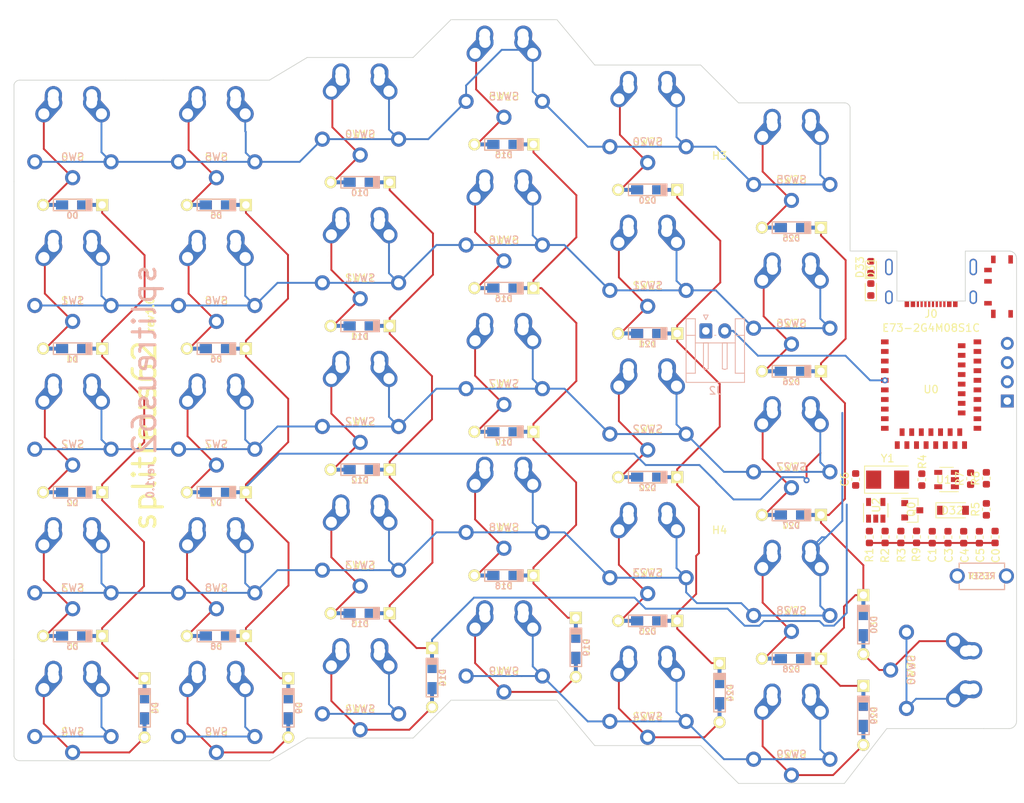
<source format=kicad_pcb>
(kicad_pcb (version 20171130) (host pcbnew "(5.1.4)-1")
  (title_block (title splitreus) (date 2020-02-14) (rev 1))
  (layers (0 F.Cu signal) (31 B.Cu signal) (34 B.Paste user) (35 F.Paste user) (36 B.SilkS user) (37 F.SilkS user) (38 B.Mask user) (39 F.Mask user) (44 Edge.Cuts user))
  (net 0 "")
  (net 1 "Net-(D0-Pad1)")
  (net 2 "Net-(D1-Pad1)")
  (net 3 "Net-(D2-Pad1)")
  (net 4 "Net-(D3-Pad1)")
  (net 5 "Net-(D4-Pad1)")
  (net 6 "Net-(D5-Pad1)")
  (net 7 "Net-(D6-Pad1)")
  (net 8 "Net-(D7-Pad1)")
  (net 9 "Net-(D8-Pad1)")
  (net 10 "Net-(D9-Pad1)")
  (net 11 "Net-(D10-Pad1)")
  (net 12 "Net-(D11-Pad1)")
  (net 13 "Net-(D12-Pad1)")
  (net 14 "Net-(D13-Pad1)")
  (net 15 "Net-(D14-Pad1)")
  (net 16 "Net-(D15-Pad1)")
  (net 17 "Net-(D16-Pad1)")
  (net 18 "Net-(D17-Pad1)")
  (net 19 "Net-(D18-Pad1)")
  (net 20 "Net-(D19-Pad1)")
  (net 21 "Net-(D21-Pad1)")
  (net 22 "Net-(D22-Pad1)")
  (net 23 "Net-(D23-Pad1)")
  (net 24 "Net-(D24-Pad1)")
  (net 25 "Net-(D25-Pad1)")
  (net 26 "Net-(D26-Pad1)")
  (net 27 "Net-(D27-Pad1)")
  (net 28 "Net-(D28-Pad1)")
  (net 29 "Net-(D29-Pad1)")
  (net 30 "Net-(D30-Pad1)")
  (net 31 ROW0)
  (net 32 ROW1)
  (net 33 ROW2)
  (net 34 ROW3)
  (net 35 ROW4)
  (net 36 ROW5)
  (net 37 COL0)
  (net 38 GND)
  (net 39 COL4)
  (net 40 COL2)
  (net 41 VCC)
  (net 42 COL5)
  (net 43 COL3)
  (net 44 COL1)
  (net 45 "Net-(D20-Pad1)")
  (net 46 RST)
  (net 47 VBAT)
  (net 48 VBUS)
  (net 49 "Net-(D31-Pad1)")
  (net 50 "Net-(D33-Pad1)")
  (net 51 BLE_LED)
  (net 52 D+)
  (net 53 D-)
  (net 54 POWER)
  (net 55 "Net-(R3-Pad1)")
  (net 56 "Net-(R4-Pad2)")
  (net 57 BATT_VOLT)
  (net 58 "Net-(U0-Pad22)")
  (net 59 "Net-(U0-Pad16)")
  (net 60 "Net-(U0-Pad42)")
  (net 61 "Net-(U0-Pad40)")
  (net 62 "Net-(U0-Pad38)")
  (net 63 "Net-(U0-Pad36)")
  (net 64 "Net-(U0-Pad34)")
  (net 65 "Net-(U0-Pad32)")
  (net 66 "Net-(U0-Pad30)")
  (net 67 "Net-(U0-Pad27)")
  (net 68 "Net-(U0-Pad28)")
  (net 69 "Net-(U2-Pad4)")
  (net 70 "Net-(C1-Pad1)")
  (net 71 "Net-(C3-Pad1)")
  (net 72 "Net-(C4-Pad1)")
  (net 73 "Net-(J0-PadS1)")
  (net 74 "Net-(J0-PadA5)")
  (net 75 "Net-(J0-PadB8)")
  (net 76 "Net-(J0-PadA8)")
  (net 77 "Net-(J0-PadB5)")
  (net 78 "Net-(PWR1-Pad3)")
  (net 79 "Net-(PWR1-Pad1)")
  (net 80 "Net-(U0-Pad20)")
  (net 81 "Net-(L1-Pad1)")
  (net 82 SWDIO)
  (net 83 SWDCLK)
  (net 84 "Net-(U0-Pad12)")
  (net 85 "Net-(U0-Pad14)")
  (net 86 "Net-(U0-Pad18)")
  (net 87 SWCLK)
  (module Connector_PinHeader_2.54mm:PinHeader_1x04_P2.54mm_Vertical (layer F.Cu) (at 123.5243 35.4305 180)
    (fp_text reference J1 hide)
    (fp_text value Programmer)
    (pad 4 thru_hole oval (at 0 7.62 180) (size 1.7 1.7) (drill 1) (layers *.Cu *.Mask) (net 82 SWDIO))
    (pad 3 thru_hole oval (at 0 5.08 180) (size 1.7 1.7) (drill 1) (layers *.Cu *.Mask) (net 87 SWCLK))
    (pad 2 thru_hole oval (at 0 2.54 180) (size 1.7 1.7) (drill 1) (layers *.Cu *.Mask) (net 38 GND))
    (pad 1 thru_hole rect (at 0 0 180) (size 1.7 1.7) (drill 1) (layers *.Cu *.Mask) (net 41 VCC))
  )
  (module Connector_JST:JST_EH_S2B-EH_1x02_P2.50mm_Horizontal (layer B.Cu) (at 83.6844 26.1595)
    (fp_text reference J2 (at 1.25 7.9) (layer B.SilkS) (effects (justify mirror)))
    (fp_text value Battery)
    (pad 2 thru_hole oval (at 2.5 0) (size 1.7 2) (drill 1) (layers *.Cu *.Mask) (net 38 GND))
    (pad 1 thru_hole roundrect (at 0 0) (size 1.7 2) (drill 1) (layers *.Cu *.Mask) (roundrect_rratio 0.147059) (net 47 VBAT))
  )
  (module keebio:Diode-Hybrid-Back (layer F.Cu) (at 95 50.5)
    (fp_text reference D27 (at -0.0254 1.4) (layer B.SilkS) (effects (font (size 0.8 0.8)) (justify mirror)))
    (fp_text value 1N4148W-7-F hide)
    (fp_text user %R (at -0.0146 1.41 180) (layer F.SilkS) (effects (font (size 0.8 0.8))))
    (pad 2 smd rect (at 2.5 0) (size 2.9 0.5) (layers F.Cu) (net 42 COL5))
    (pad 2 smd rect (at 1.4 0) (size 1.6 1.2) (layers F.Cu F.Paste F.Mask) (net 42 COL5))
    (pad 1 smd rect (at -2.45 0) (size 2.9 0.5) (layers B.Cu) (net 27 "Net-(D27-Pad1)"))
    (pad 1 smd rect (at -1.4 0) (size 1.6 1.2) (layers F.Cu F.Paste F.Mask) (net 27 "Net-(D27-Pad1)"))
    (pad 2 thru_hole rect (at 3.9 0) (size 1.6 1.6) (drill 1) (layers *.Cu *.Mask F.SilkS) (net 42 COL5))
    (pad 1 thru_hole circle (at -3.9 0) (size 1.6 1.6) (drill 1) (layers *.Cu *.Mask F.SilkS) (net 27 "Net-(D27-Pad1)"))
    (pad 2 smd rect (at 2.5 0) (size 2.9 0.5) (layers B.Cu) (net 42 COL5))
    (pad 2 smd rect (at 1.4 0) (size 1.6 1.2) (layers B.Cu B.Paste B.Mask) (net 42 COL5))
    (pad 1 smd rect (at -1.4 0) (size 1.6 1.2) (layers B.Cu B.Paste B.Mask) (net 27 "Net-(D27-Pad1)"))
    (pad 1 smd rect (at -2.5 0) (size 2.9 0.5) (layers F.Cu) (net 27 "Net-(D27-Pad1)"))
  )
  (module keebio:Diode-Hybrid-Back (layer F.Cu) (at 104.5 65 90)
    (fp_text reference D30 (at -0.0254 1.4 90) (layer B.SilkS) (effects (font (size 0.8 0.8)) (justify mirror)))
    (fp_text value 1N4148W-7-F hide)
    (fp_text user %R (at -0.0146 1.41 270) (layer F.SilkS) (effects (font (size 0.8 0.8))))
    (pad 2 smd rect (at 2.5 0 90) (size 2.9 0.5) (layers F.Cu) (net 42 COL5))
    (pad 2 smd rect (at 1.4 0 90) (size 1.6 1.2) (layers F.Cu F.Paste F.Mask) (net 42 COL5))
    (pad 1 smd rect (at -2.45 0 90) (size 2.9 0.5) (layers B.Cu) (net 30 "Net-(D30-Pad1)"))
    (pad 1 smd rect (at -1.4 0 90) (size 1.6 1.2) (layers F.Cu F.Paste F.Mask) (net 30 "Net-(D30-Pad1)"))
    (pad 2 thru_hole rect (at 3.9 0 90) (size 1.6 1.6) (drill 1) (layers *.Cu *.Mask F.SilkS) (net 42 COL5))
    (pad 1 thru_hole circle (at -3.9 0 90) (size 1.6 1.6) (drill 1) (layers *.Cu *.Mask F.SilkS) (net 30 "Net-(D30-Pad1)"))
    (pad 2 smd rect (at 2.5 0 90) (size 2.9 0.5) (layers B.Cu) (net 42 COL5))
    (pad 2 smd rect (at 1.4 0 90) (size 1.6 1.2) (layers B.Cu B.Paste B.Mask) (net 42 COL5))
    (pad 1 smd rect (at -1.4 0 90) (size 1.6 1.2) (layers B.Cu B.Paste B.Mask) (net 30 "Net-(D30-Pad1)"))
    (pad 1 smd rect (at -2.5 0 90) (size 2.9 0.5) (layers F.Cu) (net 30 "Net-(D30-Pad1)"))
  )
  (module keebio:Diode-Hybrid-Back (layer F.Cu) (at 104.5 77 90)
    (fp_text reference D29 (at -0.0254 1.4 90) (layer B.SilkS) (effects (font (size 0.8 0.8)) (justify mirror)))
    (fp_text value 1N4148W-7-F hide)
    (fp_text user %R (at -0.0146 1.41 270) (layer F.SilkS) (effects (font (size 0.8 0.8))))
    (pad 2 smd rect (at 2.5 0 90) (size 2.9 0.5) (layers F.Cu) (net 42 COL5))
    (pad 2 smd rect (at 1.4 0 90) (size 1.6 1.2) (layers F.Cu F.Paste F.Mask) (net 42 COL5))
    (pad 1 smd rect (at -2.45 0 90) (size 2.9 0.5) (layers B.Cu) (net 29 "Net-(D29-Pad1)"))
    (pad 1 smd rect (at -1.4 0 90) (size 1.6 1.2) (layers F.Cu F.Paste F.Mask) (net 29 "Net-(D29-Pad1)"))
    (pad 2 thru_hole rect (at 3.9 0 90) (size 1.6 1.6) (drill 1) (layers *.Cu *.Mask F.SilkS) (net 42 COL5))
    (pad 1 thru_hole circle (at -3.9 0 90) (size 1.6 1.6) (drill 1) (layers *.Cu *.Mask F.SilkS) (net 29 "Net-(D29-Pad1)"))
    (pad 2 smd rect (at 2.5 0 90) (size 2.9 0.5) (layers B.Cu) (net 42 COL5))
    (pad 2 smd rect (at 1.4 0 90) (size 1.6 1.2) (layers B.Cu B.Paste B.Mask) (net 42 COL5))
    (pad 1 smd rect (at -1.4 0 90) (size 1.6 1.2) (layers B.Cu B.Paste B.Mask) (net 29 "Net-(D29-Pad1)"))
    (pad 1 smd rect (at -2.5 0 90) (size 2.9 0.5) (layers F.Cu) (net 29 "Net-(D29-Pad1)"))
  )
  (module keebio:Diode-Hybrid-Back (layer F.Cu) (at 95 69.5)
    (fp_text reference D28 (at -0.0254 1.4) (layer B.SilkS) (effects (font (size 0.8 0.8)) (justify mirror)))
    (fp_text value 1N4148W-7-F hide)
    (fp_text user %R (at -0.0146 1.41 180) (layer F.SilkS) (effects (font (size 0.8 0.8))))
    (pad 2 smd rect (at 2.5 0) (size 2.9 0.5) (layers F.Cu) (net 42 COL5))
    (pad 2 smd rect (at 1.4 0) (size 1.6 1.2) (layers F.Cu F.Paste F.Mask) (net 42 COL5))
    (pad 1 smd rect (at -2.45 0) (size 2.9 0.5) (layers B.Cu) (net 28 "Net-(D28-Pad1)"))
    (pad 1 smd rect (at -1.4 0) (size 1.6 1.2) (layers F.Cu F.Paste F.Mask) (net 28 "Net-(D28-Pad1)"))
    (pad 2 thru_hole rect (at 3.9 0) (size 1.6 1.6) (drill 1) (layers *.Cu *.Mask F.SilkS) (net 42 COL5))
    (pad 1 thru_hole circle (at -3.9 0) (size 1.6 1.6) (drill 1) (layers *.Cu *.Mask F.SilkS) (net 28 "Net-(D28-Pad1)"))
    (pad 2 smd rect (at 2.5 0) (size 2.9 0.5) (layers B.Cu) (net 42 COL5))
    (pad 2 smd rect (at 1.4 0) (size 1.6 1.2) (layers B.Cu B.Paste B.Mask) (net 42 COL5))
    (pad 1 smd rect (at -1.4 0) (size 1.6 1.2) (layers B.Cu B.Paste B.Mask) (net 28 "Net-(D28-Pad1)"))
    (pad 1 smd rect (at -2.5 0) (size 2.9 0.5) (layers F.Cu) (net 28 "Net-(D28-Pad1)"))
  )
  (module keebio:Diode-Hybrid-Back (layer F.Cu) (at 95 31.5)
    (fp_text reference D26 (at -0.0254 1.4) (layer B.SilkS) (effects (font (size 0.8 0.8)) (justify mirror)))
    (fp_text value 1N4148W-7-F hide)
    (fp_text user %R (at -0.0146 1.41 180) (layer F.SilkS) (effects (font (size 0.8 0.8))))
    (pad 2 smd rect (at 2.5 0) (size 2.9 0.5) (layers F.Cu) (net 42 COL5))
    (pad 2 smd rect (at 1.4 0) (size 1.6 1.2) (layers F.Cu F.Paste F.Mask) (net 42 COL5))
    (pad 1 smd rect (at -2.45 0) (size 2.9 0.5) (layers B.Cu) (net 26 "Net-(D26-Pad1)"))
    (pad 1 smd rect (at -1.4 0) (size 1.6 1.2) (layers F.Cu F.Paste F.Mask) (net 26 "Net-(D26-Pad1)"))
    (pad 2 thru_hole rect (at 3.9 0) (size 1.6 1.6) (drill 1) (layers *.Cu *.Mask F.SilkS) (net 42 COL5))
    (pad 1 thru_hole circle (at -3.9 0) (size 1.6 1.6) (drill 1) (layers *.Cu *.Mask F.SilkS) (net 26 "Net-(D26-Pad1)"))
    (pad 2 smd rect (at 2.5 0) (size 2.9 0.5) (layers B.Cu) (net 42 COL5))
    (pad 2 smd rect (at 1.4 0) (size 1.6 1.2) (layers B.Cu B.Paste B.Mask) (net 42 COL5))
    (pad 1 smd rect (at -1.4 0) (size 1.6 1.2) (layers B.Cu B.Paste B.Mask) (net 26 "Net-(D26-Pad1)"))
    (pad 1 smd rect (at -2.5 0) (size 2.9 0.5) (layers F.Cu) (net 26 "Net-(D26-Pad1)"))
  )
  (module keebio:Diode-Hybrid-Back (layer F.Cu) (at 95 12.5)
    (fp_text reference D25 (at -0.0254 1.4) (layer B.SilkS) (effects (font (size 0.8 0.8)) (justify mirror)))
    (fp_text value 1N4148W-7-F hide)
    (fp_text user %R (at -0.0146 1.41 180) (layer F.SilkS) (effects (font (size 0.8 0.8))))
    (pad 2 smd rect (at 2.5 0) (size 2.9 0.5) (layers F.Cu) (net 42 COL5))
    (pad 2 smd rect (at 1.4 0) (size 1.6 1.2) (layers F.Cu F.Paste F.Mask) (net 42 COL5))
    (pad 1 smd rect (at -2.45 0) (size 2.9 0.5) (layers B.Cu) (net 25 "Net-(D25-Pad1)"))
    (pad 1 smd rect (at -1.4 0) (size 1.6 1.2) (layers F.Cu F.Paste F.Mask) (net 25 "Net-(D25-Pad1)"))
    (pad 2 thru_hole rect (at 3.9 0) (size 1.6 1.6) (drill 1) (layers *.Cu *.Mask F.SilkS) (net 42 COL5))
    (pad 1 thru_hole circle (at -3.9 0) (size 1.6 1.6) (drill 1) (layers *.Cu *.Mask F.SilkS) (net 25 "Net-(D25-Pad1)"))
    (pad 2 smd rect (at 2.5 0) (size 2.9 0.5) (layers B.Cu) (net 42 COL5))
    (pad 2 smd rect (at 1.4 0) (size 1.6 1.2) (layers B.Cu B.Paste B.Mask) (net 42 COL5))
    (pad 1 smd rect (at -1.4 0) (size 1.6 1.2) (layers B.Cu B.Paste B.Mask) (net 25 "Net-(D25-Pad1)"))
    (pad 1 smd rect (at -2.5 0) (size 2.9 0.5) (layers F.Cu) (net 25 "Net-(D25-Pad1)"))
  )
  (module keebio:Diode-Hybrid-Back (layer F.Cu) (at 85.5 74 90)
    (fp_text reference D24 (at -0.0254 1.4 90) (layer B.SilkS) (effects (font (size 0.8 0.8)) (justify mirror)))
    (fp_text value 1N4148W-7-F hide)
    (fp_text user %R (at -0.0146 1.41 270) (layer F.SilkS) (effects (font (size 0.8 0.8))))
    (pad 2 smd rect (at 2.5 0 90) (size 2.9 0.5) (layers F.Cu) (net 39 COL4))
    (pad 2 smd rect (at 1.4 0 90) (size 1.6 1.2) (layers F.Cu F.Paste F.Mask) (net 39 COL4))
    (pad 1 smd rect (at -2.45 0 90) (size 2.9 0.5) (layers B.Cu) (net 24 "Net-(D24-Pad1)"))
    (pad 1 smd rect (at -1.4 0 90) (size 1.6 1.2) (layers F.Cu F.Paste F.Mask) (net 24 "Net-(D24-Pad1)"))
    (pad 2 thru_hole rect (at 3.9 0 90) (size 1.6 1.6) (drill 1) (layers *.Cu *.Mask F.SilkS) (net 39 COL4))
    (pad 1 thru_hole circle (at -3.9 0 90) (size 1.6 1.6) (drill 1) (layers *.Cu *.Mask F.SilkS) (net 24 "Net-(D24-Pad1)"))
    (pad 2 smd rect (at 2.5 0 90) (size 2.9 0.5) (layers B.Cu) (net 39 COL4))
    (pad 2 smd rect (at 1.4 0 90) (size 1.6 1.2) (layers B.Cu B.Paste B.Mask) (net 39 COL4))
    (pad 1 smd rect (at -1.4 0 90) (size 1.6 1.2) (layers B.Cu B.Paste B.Mask) (net 24 "Net-(D24-Pad1)"))
    (pad 1 smd rect (at -2.5 0 90) (size 2.9 0.5) (layers F.Cu) (net 24 "Net-(D24-Pad1)"))
  )
  (module keebio:Diode-Hybrid-Back (layer F.Cu) (at 76 64.5)
    (fp_text reference D23 (at -0.0254 1.4) (layer B.SilkS) (effects (font (size 0.8 0.8)) (justify mirror)))
    (fp_text value 1N4148W-7-F hide)
    (fp_text user %R (at -0.0146 1.41 180) (layer F.SilkS) (effects (font (size 0.8 0.8))))
    (pad 2 smd rect (at 2.5 0) (size 2.9 0.5) (layers F.Cu) (net 39 COL4))
    (pad 2 smd rect (at 1.4 0) (size 1.6 1.2) (layers F.Cu F.Paste F.Mask) (net 39 COL4))
    (pad 1 smd rect (at -2.45 0) (size 2.9 0.5) (layers B.Cu) (net 23 "Net-(D23-Pad1)"))
    (pad 1 smd rect (at -1.4 0) (size 1.6 1.2) (layers F.Cu F.Paste F.Mask) (net 23 "Net-(D23-Pad1)"))
    (pad 2 thru_hole rect (at 3.9 0) (size 1.6 1.6) (drill 1) (layers *.Cu *.Mask F.SilkS) (net 39 COL4))
    (pad 1 thru_hole circle (at -3.9 0) (size 1.6 1.6) (drill 1) (layers *.Cu *.Mask F.SilkS) (net 23 "Net-(D23-Pad1)"))
    (pad 2 smd rect (at 2.5 0) (size 2.9 0.5) (layers B.Cu) (net 39 COL4))
    (pad 2 smd rect (at 1.4 0) (size 1.6 1.2) (layers B.Cu B.Paste B.Mask) (net 39 COL4))
    (pad 1 smd rect (at -1.4 0) (size 1.6 1.2) (layers B.Cu B.Paste B.Mask) (net 23 "Net-(D23-Pad1)"))
    (pad 1 smd rect (at -2.5 0) (size 2.9 0.5) (layers F.Cu) (net 23 "Net-(D23-Pad1)"))
  )
  (module keebio:Diode-Hybrid-Back (layer F.Cu) (at 76 45.5)
    (fp_text reference D22 (at -0.0254 1.4) (layer B.SilkS) (effects (font (size 0.8 0.8)) (justify mirror)))
    (fp_text value 1N4148W-7-F hide)
    (fp_text user %R (at -0.0146 1.41 180) (layer F.SilkS) (effects (font (size 0.8 0.8))))
    (pad 2 smd rect (at 2.5 0) (size 2.9 0.5) (layers F.Cu) (net 39 COL4))
    (pad 2 smd rect (at 1.4 0) (size 1.6 1.2) (layers F.Cu F.Paste F.Mask) (net 39 COL4))
    (pad 1 smd rect (at -2.45 0) (size 2.9 0.5) (layers B.Cu) (net 22 "Net-(D22-Pad1)"))
    (pad 1 smd rect (at -1.4 0) (size 1.6 1.2) (layers F.Cu F.Paste F.Mask) (net 22 "Net-(D22-Pad1)"))
    (pad 2 thru_hole rect (at 3.9 0) (size 1.6 1.6) (drill 1) (layers *.Cu *.Mask F.SilkS) (net 39 COL4))
    (pad 1 thru_hole circle (at -3.9 0) (size 1.6 1.6) (drill 1) (layers *.Cu *.Mask F.SilkS) (net 22 "Net-(D22-Pad1)"))
    (pad 2 smd rect (at 2.5 0) (size 2.9 0.5) (layers B.Cu) (net 39 COL4))
    (pad 2 smd rect (at 1.4 0) (size 1.6 1.2) (layers B.Cu B.Paste B.Mask) (net 39 COL4))
    (pad 1 smd rect (at -1.4 0) (size 1.6 1.2) (layers B.Cu B.Paste B.Mask) (net 22 "Net-(D22-Pad1)"))
    (pad 1 smd rect (at -2.5 0) (size 2.9 0.5) (layers F.Cu) (net 22 "Net-(D22-Pad1)"))
  )
  (module keebio:Diode-Hybrid-Back (layer F.Cu) (at 76 26.5)
    (fp_text reference D21 (at -0.0254 1.4) (layer B.SilkS) (effects (font (size 0.8 0.8)) (justify mirror)))
    (fp_text value 1N4148W-7-F hide)
    (fp_text user %R (at -0.0146 1.41 180) (layer F.SilkS) (effects (font (size 0.8 0.8))))
    (pad 2 smd rect (at 2.5 0) (size 2.9 0.5) (layers F.Cu) (net 39 COL4))
    (pad 2 smd rect (at 1.4 0) (size 1.6 1.2) (layers F.Cu F.Paste F.Mask) (net 39 COL4))
    (pad 1 smd rect (at -2.45 0) (size 2.9 0.5) (layers B.Cu) (net 21 "Net-(D21-Pad1)"))
    (pad 1 smd rect (at -1.4 0) (size 1.6 1.2) (layers F.Cu F.Paste F.Mask) (net 21 "Net-(D21-Pad1)"))
    (pad 2 thru_hole rect (at 3.9 0) (size 1.6 1.6) (drill 1) (layers *.Cu *.Mask F.SilkS) (net 39 COL4))
    (pad 1 thru_hole circle (at -3.9 0) (size 1.6 1.6) (drill 1) (layers *.Cu *.Mask F.SilkS) (net 21 "Net-(D21-Pad1)"))
    (pad 2 smd rect (at 2.5 0) (size 2.9 0.5) (layers B.Cu) (net 39 COL4))
    (pad 2 smd rect (at 1.4 0) (size 1.6 1.2) (layers B.Cu B.Paste B.Mask) (net 39 COL4))
    (pad 1 smd rect (at -1.4 0) (size 1.6 1.2) (layers B.Cu B.Paste B.Mask) (net 21 "Net-(D21-Pad1)"))
    (pad 1 smd rect (at -2.5 0) (size 2.9 0.5) (layers F.Cu) (net 21 "Net-(D21-Pad1)"))
  )
  (module keebio:Diode-Hybrid-Back (layer F.Cu) (at 76 7.5)
    (fp_text reference D20 (at -0.0254 1.4) (layer B.SilkS) (effects (font (size 0.8 0.8)) (justify mirror)))
    (fp_text value 1N4148W-7-F hide)
    (fp_text user %R (at -0.0146 1.41 180) (layer F.SilkS) (effects (font (size 0.8 0.8))))
    (pad 2 smd rect (at 2.5 0) (size 2.9 0.5) (layers F.Cu) (net 39 COL4))
    (pad 2 smd rect (at 1.4 0) (size 1.6 1.2) (layers F.Cu F.Paste F.Mask) (net 39 COL4))
    (pad 1 smd rect (at -2.45 0) (size 2.9 0.5) (layers B.Cu) (net 45 "Net-(D20-Pad1)"))
    (pad 1 smd rect (at -1.4 0) (size 1.6 1.2) (layers F.Cu F.Paste F.Mask) (net 45 "Net-(D20-Pad1)"))
    (pad 2 thru_hole rect (at 3.9 0) (size 1.6 1.6) (drill 1) (layers *.Cu *.Mask F.SilkS) (net 39 COL4))
    (pad 1 thru_hole circle (at -3.9 0) (size 1.6 1.6) (drill 1) (layers *.Cu *.Mask F.SilkS) (net 45 "Net-(D20-Pad1)"))
    (pad 2 smd rect (at 2.5 0) (size 2.9 0.5) (layers B.Cu) (net 39 COL4))
    (pad 2 smd rect (at 1.4 0) (size 1.6 1.2) (layers B.Cu B.Paste B.Mask) (net 39 COL4))
    (pad 1 smd rect (at -1.4 0) (size 1.6 1.2) (layers B.Cu B.Paste B.Mask) (net 45 "Net-(D20-Pad1)"))
    (pad 1 smd rect (at -2.5 0) (size 2.9 0.5) (layers F.Cu) (net 45 "Net-(D20-Pad1)"))
  )
  (module keebio:Diode-Hybrid-Back (layer F.Cu) (at 66.5 68 90)
    (fp_text reference D19 (at -0.0254 1.4 90) (layer B.SilkS) (effects (font (size 0.8 0.8)) (justify mirror)))
    (fp_text value 1N4148W-7-F hide)
    (fp_text user %R (at -0.0146 1.41 270) (layer F.SilkS) (effects (font (size 0.8 0.8))))
    (pad 2 smd rect (at 2.5 0 90) (size 2.9 0.5) (layers F.Cu) (net 43 COL3))
    (pad 2 smd rect (at 1.4 0 90) (size 1.6 1.2) (layers F.Cu F.Paste F.Mask) (net 43 COL3))
    (pad 1 smd rect (at -2.45 0 90) (size 2.9 0.5) (layers B.Cu) (net 20 "Net-(D19-Pad1)"))
    (pad 1 smd rect (at -1.4 0 90) (size 1.6 1.2) (layers F.Cu F.Paste F.Mask) (net 20 "Net-(D19-Pad1)"))
    (pad 2 thru_hole rect (at 3.9 0 90) (size 1.6 1.6) (drill 1) (layers *.Cu *.Mask F.SilkS) (net 43 COL3))
    (pad 1 thru_hole circle (at -3.9 0 90) (size 1.6 1.6) (drill 1) (layers *.Cu *.Mask F.SilkS) (net 20 "Net-(D19-Pad1)"))
    (pad 2 smd rect (at 2.5 0 90) (size 2.9 0.5) (layers B.Cu) (net 43 COL3))
    (pad 2 smd rect (at 1.4 0 90) (size 1.6 1.2) (layers B.Cu B.Paste B.Mask) (net 43 COL3))
    (pad 1 smd rect (at -1.4 0 90) (size 1.6 1.2) (layers B.Cu B.Paste B.Mask) (net 20 "Net-(D19-Pad1)"))
    (pad 1 smd rect (at -2.5 0 90) (size 2.9 0.5) (layers F.Cu) (net 20 "Net-(D19-Pad1)"))
  )
  (module keebio:Diode-Hybrid-Back (layer F.Cu) (at 57 58.5)
    (fp_text reference D18 (at -0.0254 1.4) (layer B.SilkS) (effects (font (size 0.8 0.8)) (justify mirror)))
    (fp_text value 1N4148W-7-F hide)
    (fp_text user %R (at -0.0146 1.41 180) (layer F.SilkS) (effects (font (size 0.8 0.8))))
    (pad 2 smd rect (at 2.5 0) (size 2.9 0.5) (layers F.Cu) (net 43 COL3))
    (pad 2 smd rect (at 1.4 0) (size 1.6 1.2) (layers F.Cu F.Paste F.Mask) (net 43 COL3))
    (pad 1 smd rect (at -2.45 0) (size 2.9 0.5) (layers B.Cu) (net 19 "Net-(D18-Pad1)"))
    (pad 1 smd rect (at -1.4 0) (size 1.6 1.2) (layers F.Cu F.Paste F.Mask) (net 19 "Net-(D18-Pad1)"))
    (pad 2 thru_hole rect (at 3.9 0) (size 1.6 1.6) (drill 1) (layers *.Cu *.Mask F.SilkS) (net 43 COL3))
    (pad 1 thru_hole circle (at -3.9 0) (size 1.6 1.6) (drill 1) (layers *.Cu *.Mask F.SilkS) (net 19 "Net-(D18-Pad1)"))
    (pad 2 smd rect (at 2.5 0) (size 2.9 0.5) (layers B.Cu) (net 43 COL3))
    (pad 2 smd rect (at 1.4 0) (size 1.6 1.2) (layers B.Cu B.Paste B.Mask) (net 43 COL3))
    (pad 1 smd rect (at -1.4 0) (size 1.6 1.2) (layers B.Cu B.Paste B.Mask) (net 19 "Net-(D18-Pad1)"))
    (pad 1 smd rect (at -2.5 0) (size 2.9 0.5) (layers F.Cu) (net 19 "Net-(D18-Pad1)"))
  )
  (module keebio:Diode-Hybrid-Back (layer F.Cu) (at 57 39.5)
    (fp_text reference D17 (at -0.0254 1.4) (layer B.SilkS) (effects (font (size 0.8 0.8)) (justify mirror)))
    (fp_text value 1N4148W-7-F hide)
    (fp_text user %R (at -0.0146 1.41 180) (layer F.SilkS) (effects (font (size 0.8 0.8))))
    (pad 2 smd rect (at 2.5 0) (size 2.9 0.5) (layers F.Cu) (net 43 COL3))
    (pad 2 smd rect (at 1.4 0) (size 1.6 1.2) (layers F.Cu F.Paste F.Mask) (net 43 COL3))
    (pad 1 smd rect (at -2.45 0) (size 2.9 0.5) (layers B.Cu) (net 18 "Net-(D17-Pad1)"))
    (pad 1 smd rect (at -1.4 0) (size 1.6 1.2) (layers F.Cu F.Paste F.Mask) (net 18 "Net-(D17-Pad1)"))
    (pad 2 thru_hole rect (at 3.9 0) (size 1.6 1.6) (drill 1) (layers *.Cu *.Mask F.SilkS) (net 43 COL3))
    (pad 1 thru_hole circle (at -3.9 0) (size 1.6 1.6) (drill 1) (layers *.Cu *.Mask F.SilkS) (net 18 "Net-(D17-Pad1)"))
    (pad 2 smd rect (at 2.5 0) (size 2.9 0.5) (layers B.Cu) (net 43 COL3))
    (pad 2 smd rect (at 1.4 0) (size 1.6 1.2) (layers B.Cu B.Paste B.Mask) (net 43 COL3))
    (pad 1 smd rect (at -1.4 0) (size 1.6 1.2) (layers B.Cu B.Paste B.Mask) (net 18 "Net-(D17-Pad1)"))
    (pad 1 smd rect (at -2.5 0) (size 2.9 0.5) (layers F.Cu) (net 18 "Net-(D17-Pad1)"))
  )
  (module keebio:Diode-Hybrid-Back (layer F.Cu) (at 57 1.5)
    (fp_text reference D15 (at -0.0254 1.4) (layer B.SilkS) (effects (font (size 0.8 0.8)) (justify mirror)))
    (fp_text value 1N4148W-7-F hide)
    (fp_text user %R (at -0.0146 1.41 180) (layer F.SilkS) (effects (font (size 0.8 0.8))))
    (pad 2 smd rect (at 2.5 0) (size 2.9 0.5) (layers F.Cu) (net 43 COL3))
    (pad 2 smd rect (at 1.4 0) (size 1.6 1.2) (layers F.Cu F.Paste F.Mask) (net 43 COL3))
    (pad 1 smd rect (at -2.45 0) (size 2.9 0.5) (layers B.Cu) (net 16 "Net-(D15-Pad1)"))
    (pad 1 smd rect (at -1.4 0) (size 1.6 1.2) (layers F.Cu F.Paste F.Mask) (net 16 "Net-(D15-Pad1)"))
    (pad 2 thru_hole rect (at 3.9 0) (size 1.6 1.6) (drill 1) (layers *.Cu *.Mask F.SilkS) (net 43 COL3))
    (pad 1 thru_hole circle (at -3.9 0) (size 1.6 1.6) (drill 1) (layers *.Cu *.Mask F.SilkS) (net 16 "Net-(D15-Pad1)"))
    (pad 2 smd rect (at 2.5 0) (size 2.9 0.5) (layers B.Cu) (net 43 COL3))
    (pad 2 smd rect (at 1.4 0) (size 1.6 1.2) (layers B.Cu B.Paste B.Mask) (net 43 COL3))
    (pad 1 smd rect (at -1.4 0) (size 1.6 1.2) (layers B.Cu B.Paste B.Mask) (net 16 "Net-(D15-Pad1)"))
    (pad 1 smd rect (at -2.5 0) (size 2.9 0.5) (layers F.Cu) (net 16 "Net-(D15-Pad1)"))
  )
  (module keebio:Diode-Hybrid-Back (layer F.Cu) (at 47.5 72 90)
    (fp_text reference D14 (at -0.0254 1.4 90) (layer B.SilkS) (effects (font (size 0.8 0.8)) (justify mirror)))
    (fp_text value 1N4148W-7-F hide)
    (fp_text user %R (at -0.0146 1.41 270) (layer F.SilkS) (effects (font (size 0.8 0.8))))
    (pad 2 smd rect (at 2.5 0 90) (size 2.9 0.5) (layers F.Cu) (net 40 COL2))
    (pad 2 smd rect (at 1.4 0 90) (size 1.6 1.2) (layers F.Cu F.Paste F.Mask) (net 40 COL2))
    (pad 1 smd rect (at -2.45 0 90) (size 2.9 0.5) (layers B.Cu) (net 15 "Net-(D14-Pad1)"))
    (pad 1 smd rect (at -1.4 0 90) (size 1.6 1.2) (layers F.Cu F.Paste F.Mask) (net 15 "Net-(D14-Pad1)"))
    (pad 2 thru_hole rect (at 3.9 0 90) (size 1.6 1.6) (drill 1) (layers *.Cu *.Mask F.SilkS) (net 40 COL2))
    (pad 1 thru_hole circle (at -3.9 0 90) (size 1.6 1.6) (drill 1) (layers *.Cu *.Mask F.SilkS) (net 15 "Net-(D14-Pad1)"))
    (pad 2 smd rect (at 2.5 0 90) (size 2.9 0.5) (layers B.Cu) (net 40 COL2))
    (pad 2 smd rect (at 1.4 0 90) (size 1.6 1.2) (layers B.Cu B.Paste B.Mask) (net 40 COL2))
    (pad 1 smd rect (at -1.4 0 90) (size 1.6 1.2) (layers B.Cu B.Paste B.Mask) (net 15 "Net-(D14-Pad1)"))
    (pad 1 smd rect (at -2.5 0 90) (size 2.9 0.5) (layers F.Cu) (net 15 "Net-(D14-Pad1)"))
  )
  (module keebio:Diode-Hybrid-Back (layer F.Cu) (at 38 63.5)
    (fp_text reference D13 (at -0.0254 1.4) (layer B.SilkS) (effects (font (size 0.8 0.8)) (justify mirror)))
    (fp_text value 1N4148W-7-F hide)
    (fp_text user %R (at -0.0146 1.41 180) (layer F.SilkS) (effects (font (size 0.8 0.8))))
    (pad 2 smd rect (at 2.5 0) (size 2.9 0.5) (layers F.Cu) (net 40 COL2))
    (pad 2 smd rect (at 1.4 0) (size 1.6 1.2) (layers F.Cu F.Paste F.Mask) (net 40 COL2))
    (pad 1 smd rect (at -2.45 0) (size 2.9 0.5) (layers B.Cu) (net 14 "Net-(D13-Pad1)"))
    (pad 1 smd rect (at -1.4 0) (size 1.6 1.2) (layers F.Cu F.Paste F.Mask) (net 14 "Net-(D13-Pad1)"))
    (pad 2 thru_hole rect (at 3.9 0) (size 1.6 1.6) (drill 1) (layers *.Cu *.Mask F.SilkS) (net 40 COL2))
    (pad 1 thru_hole circle (at -3.9 0) (size 1.6 1.6) (drill 1) (layers *.Cu *.Mask F.SilkS) (net 14 "Net-(D13-Pad1)"))
    (pad 2 smd rect (at 2.5 0) (size 2.9 0.5) (layers B.Cu) (net 40 COL2))
    (pad 2 smd rect (at 1.4 0) (size 1.6 1.2) (layers B.Cu B.Paste B.Mask) (net 40 COL2))
    (pad 1 smd rect (at -1.4 0) (size 1.6 1.2) (layers B.Cu B.Paste B.Mask) (net 14 "Net-(D13-Pad1)"))
    (pad 1 smd rect (at -2.5 0) (size 2.9 0.5) (layers F.Cu) (net 14 "Net-(D13-Pad1)"))
  )
  (module keebio:Diode-Hybrid-Back (layer F.Cu) (at 38 44.5)
    (fp_text reference D12 (at -0.0254 1.4) (layer B.SilkS) (effects (font (size 0.8 0.8)) (justify mirror)))
    (fp_text value 1N4148W-7-F hide)
    (fp_text user %R (at -0.0146 1.41 180) (layer F.SilkS) (effects (font (size 0.8 0.8))))
    (pad 2 smd rect (at 2.5 0) (size 2.9 0.5) (layers F.Cu) (net 40 COL2))
    (pad 2 smd rect (at 1.4 0) (size 1.6 1.2) (layers F.Cu F.Paste F.Mask) (net 40 COL2))
    (pad 1 smd rect (at -2.45 0) (size 2.9 0.5) (layers B.Cu) (net 13 "Net-(D12-Pad1)"))
    (pad 1 smd rect (at -1.4 0) (size 1.6 1.2) (layers F.Cu F.Paste F.Mask) (net 13 "Net-(D12-Pad1)"))
    (pad 2 thru_hole rect (at 3.9 0) (size 1.6 1.6) (drill 1) (layers *.Cu *.Mask F.SilkS) (net 40 COL2))
    (pad 1 thru_hole circle (at -3.9 0) (size 1.6 1.6) (drill 1) (layers *.Cu *.Mask F.SilkS) (net 13 "Net-(D12-Pad1)"))
    (pad 2 smd rect (at 2.5 0) (size 2.9 0.5) (layers B.Cu) (net 40 COL2))
    (pad 2 smd rect (at 1.4 0) (size 1.6 1.2) (layers B.Cu B.Paste B.Mask) (net 40 COL2))
    (pad 1 smd rect (at -1.4 0) (size 1.6 1.2) (layers B.Cu B.Paste B.Mask) (net 13 "Net-(D12-Pad1)"))
    (pad 1 smd rect (at -2.5 0) (size 2.9 0.5) (layers F.Cu) (net 13 "Net-(D12-Pad1)"))
  )
  (module keebio:Diode-Hybrid-Back (layer F.Cu) (at 38 25.5)
    (fp_text reference D11 (at -0.0254 1.4) (layer B.SilkS) (effects (font (size 0.8 0.8)) (justify mirror)))
    (fp_text value 1N4148W-7-F hide)
    (fp_text user %R (at -0.0146 1.41 180) (layer F.SilkS) (effects (font (size 0.8 0.8))))
    (pad 2 smd rect (at 2.5 0) (size 2.9 0.5) (layers F.Cu) (net 40 COL2))
    (pad 2 smd rect (at 1.4 0) (size 1.6 1.2) (layers F.Cu F.Paste F.Mask) (net 40 COL2))
    (pad 1 smd rect (at -2.45 0) (size 2.9 0.5) (layers B.Cu) (net 12 "Net-(D11-Pad1)"))
    (pad 1 smd rect (at -1.4 0) (size 1.6 1.2) (layers F.Cu F.Paste F.Mask) (net 12 "Net-(D11-Pad1)"))
    (pad 2 thru_hole rect (at 3.9 0) (size 1.6 1.6) (drill 1) (layers *.Cu *.Mask F.SilkS) (net 40 COL2))
    (pad 1 thru_hole circle (at -3.9 0) (size 1.6 1.6) (drill 1) (layers *.Cu *.Mask F.SilkS) (net 12 "Net-(D11-Pad1)"))
    (pad 2 smd rect (at 2.5 0) (size 2.9 0.5) (layers B.Cu) (net 40 COL2))
    (pad 2 smd rect (at 1.4 0) (size 1.6 1.2) (layers B.Cu B.Paste B.Mask) (net 40 COL2))
    (pad 1 smd rect (at -1.4 0) (size 1.6 1.2) (layers B.Cu B.Paste B.Mask) (net 12 "Net-(D11-Pad1)"))
    (pad 1 smd rect (at -2.5 0) (size 2.9 0.5) (layers F.Cu) (net 12 "Net-(D11-Pad1)"))
  )
  (module keebio:Diode-Hybrid-Back (layer F.Cu) (at 38 6.5)
    (fp_text reference D10 (at -0.0254 1.4) (layer B.SilkS) (effects (font (size 0.8 0.8)) (justify mirror)))
    (fp_text value 1N4148W-7-F hide)
    (fp_text user %R (at -0.0146 1.41 180) (layer F.SilkS) (effects (font (size 0.8 0.8))))
    (pad 2 smd rect (at 2.5 0) (size 2.9 0.5) (layers F.Cu) (net 40 COL2))
    (pad 2 smd rect (at 1.4 0) (size 1.6 1.2) (layers F.Cu F.Paste F.Mask) (net 40 COL2))
    (pad 1 smd rect (at -2.45 0) (size 2.9 0.5) (layers B.Cu) (net 11 "Net-(D10-Pad1)"))
    (pad 1 smd rect (at -1.4 0) (size 1.6 1.2) (layers F.Cu F.Paste F.Mask) (net 11 "Net-(D10-Pad1)"))
    (pad 2 thru_hole rect (at 3.9 0) (size 1.6 1.6) (drill 1) (layers *.Cu *.Mask F.SilkS) (net 40 COL2))
    (pad 1 thru_hole circle (at -3.9 0) (size 1.6 1.6) (drill 1) (layers *.Cu *.Mask F.SilkS) (net 11 "Net-(D10-Pad1)"))
    (pad 2 smd rect (at 2.5 0) (size 2.9 0.5) (layers B.Cu) (net 40 COL2))
    (pad 2 smd rect (at 1.4 0) (size 1.6 1.2) (layers B.Cu B.Paste B.Mask) (net 40 COL2))
    (pad 1 smd rect (at -1.4 0) (size 1.6 1.2) (layers B.Cu B.Paste B.Mask) (net 11 "Net-(D10-Pad1)"))
    (pad 1 smd rect (at -2.5 0) (size 2.9 0.5) (layers F.Cu) (net 11 "Net-(D10-Pad1)"))
  )
  (module keebio:Diode-Hybrid-Back (layer F.Cu) (at 28.5 76 90)
    (fp_text reference D9 (at -0.0254 1.4 90) (layer B.SilkS) (effects (font (size 0.8 0.8)) (justify mirror)))
    (fp_text value 1N4148W-7-F hide)
    (fp_text user %R (at -0.0146 1.41 270) (layer F.SilkS) (effects (font (size 0.8 0.8))))
    (pad 2 smd rect (at 2.5 0 90) (size 2.9 0.5) (layers F.Cu) (net 44 COL1))
    (pad 2 smd rect (at 1.4 0 90) (size 1.6 1.2) (layers F.Cu F.Paste F.Mask) (net 44 COL1))
    (pad 1 smd rect (at -2.45 0 90) (size 2.9 0.5) (layers B.Cu) (net 10 "Net-(D9-Pad1)"))
    (pad 1 smd rect (at -1.4 0 90) (size 1.6 1.2) (layers F.Cu F.Paste F.Mask) (net 10 "Net-(D9-Pad1)"))
    (pad 2 thru_hole rect (at 3.9 0 90) (size 1.6 1.6) (drill 1) (layers *.Cu *.Mask F.SilkS) (net 44 COL1))
    (pad 1 thru_hole circle (at -3.9 0 90) (size 1.6 1.6) (drill 1) (layers *.Cu *.Mask F.SilkS) (net 10 "Net-(D9-Pad1)"))
    (pad 2 smd rect (at 2.5 0 90) (size 2.9 0.5) (layers B.Cu) (net 44 COL1))
    (pad 2 smd rect (at 1.4 0 90) (size 1.6 1.2) (layers B.Cu B.Paste B.Mask) (net 44 COL1))
    (pad 1 smd rect (at -1.4 0 90) (size 1.6 1.2) (layers B.Cu B.Paste B.Mask) (net 10 "Net-(D9-Pad1)"))
    (pad 1 smd rect (at -2.5 0 90) (size 2.9 0.5) (layers F.Cu) (net 10 "Net-(D9-Pad1)"))
  )
  (module keebio:Diode-Hybrid-Back (layer F.Cu) (at 19 66.5)
    (fp_text reference D8 (at -0.0254 1.4) (layer B.SilkS) (effects (font (size 0.8 0.8)) (justify mirror)))
    (fp_text value 1N4148W-7-F hide)
    (fp_text user %R (at -0.0146 1.41 180) (layer F.SilkS) (effects (font (size 0.8 0.8))))
    (pad 2 smd rect (at 2.5 0) (size 2.9 0.5) (layers F.Cu) (net 44 COL1))
    (pad 2 smd rect (at 1.4 0) (size 1.6 1.2) (layers F.Cu F.Paste F.Mask) (net 44 COL1))
    (pad 1 smd rect (at -2.45 0) (size 2.9 0.5) (layers B.Cu) (net 9 "Net-(D8-Pad1)"))
    (pad 1 smd rect (at -1.4 0) (size 1.6 1.2) (layers F.Cu F.Paste F.Mask) (net 9 "Net-(D8-Pad1)"))
    (pad 2 thru_hole rect (at 3.9 0) (size 1.6 1.6) (drill 1) (layers *.Cu *.Mask F.SilkS) (net 44 COL1))
    (pad 1 thru_hole circle (at -3.9 0) (size 1.6 1.6) (drill 1) (layers *.Cu *.Mask F.SilkS) (net 9 "Net-(D8-Pad1)"))
    (pad 2 smd rect (at 2.5 0) (size 2.9 0.5) (layers B.Cu) (net 44 COL1))
    (pad 2 smd rect (at 1.4 0) (size 1.6 1.2) (layers B.Cu B.Paste B.Mask) (net 44 COL1))
    (pad 1 smd rect (at -1.4 0) (size 1.6 1.2) (layers B.Cu B.Paste B.Mask) (net 9 "Net-(D8-Pad1)"))
    (pad 1 smd rect (at -2.5 0) (size 2.9 0.5) (layers F.Cu) (net 9 "Net-(D8-Pad1)"))
  )
  (module keebio:Diode-Hybrid-Back (layer F.Cu) (at 19 47.5)
    (fp_text reference D7 (at -0.0254 1.4) (layer B.SilkS) (effects (font (size 0.8 0.8)) (justify mirror)))
    (fp_text value 1N4148W-7-F hide)
    (fp_text user %R (at -0.0146 1.41 180) (layer F.SilkS) (effects (font (size 0.8 0.8))))
    (pad 2 smd rect (at 2.5 0) (size 2.9 0.5) (layers F.Cu) (net 44 COL1))
    (pad 2 smd rect (at 1.4 0) (size 1.6 1.2) (layers F.Cu F.Paste F.Mask) (net 44 COL1))
    (pad 1 smd rect (at -2.45 0) (size 2.9 0.5) (layers B.Cu) (net 8 "Net-(D7-Pad1)"))
    (pad 1 smd rect (at -1.4 0) (size 1.6 1.2) (layers F.Cu F.Paste F.Mask) (net 8 "Net-(D7-Pad1)"))
    (pad 2 thru_hole rect (at 3.9 0) (size 1.6 1.6) (drill 1) (layers *.Cu *.Mask F.SilkS) (net 44 COL1))
    (pad 1 thru_hole circle (at -3.9 0) (size 1.6 1.6) (drill 1) (layers *.Cu *.Mask F.SilkS) (net 8 "Net-(D7-Pad1)"))
    (pad 2 smd rect (at 2.5 0) (size 2.9 0.5) (layers B.Cu) (net 44 COL1))
    (pad 2 smd rect (at 1.4 0) (size 1.6 1.2) (layers B.Cu B.Paste B.Mask) (net 44 COL1))
    (pad 1 smd rect (at -1.4 0) (size 1.6 1.2) (layers B.Cu B.Paste B.Mask) (net 8 "Net-(D7-Pad1)"))
    (pad 1 smd rect (at -2.5 0) (size 2.9 0.5) (layers F.Cu) (net 8 "Net-(D7-Pad1)"))
  )
  (module keebio:Diode-Hybrid-Back (layer F.Cu) (at 19 28.5)
    (fp_text reference D6 (at -0.0254 1.4) (layer B.SilkS) (effects (font (size 0.8 0.8)) (justify mirror)))
    (fp_text value 1N4148W-7-F hide)
    (fp_text user %R (at -0.0146 1.41 180) (layer F.SilkS) (effects (font (size 0.8 0.8))))
    (pad 2 smd rect (at 2.5 0) (size 2.9 0.5) (layers F.Cu) (net 44 COL1))
    (pad 2 smd rect (at 1.4 0) (size 1.6 1.2) (layers F.Cu F.Paste F.Mask) (net 44 COL1))
    (pad 1 smd rect (at -2.45 0) (size 2.9 0.5) (layers B.Cu) (net 7 "Net-(D6-Pad1)"))
    (pad 1 smd rect (at -1.4 0) (size 1.6 1.2) (layers F.Cu F.Paste F.Mask) (net 7 "Net-(D6-Pad1)"))
    (pad 2 thru_hole rect (at 3.9 0) (size 1.6 1.6) (drill 1) (layers *.Cu *.Mask F.SilkS) (net 44 COL1))
    (pad 1 thru_hole circle (at -3.9 0) (size 1.6 1.6) (drill 1) (layers *.Cu *.Mask F.SilkS) (net 7 "Net-(D6-Pad1)"))
    (pad 2 smd rect (at 2.5 0) (size 2.9 0.5) (layers B.Cu) (net 44 COL1))
    (pad 2 smd rect (at 1.4 0) (size 1.6 1.2) (layers B.Cu B.Paste B.Mask) (net 44 COL1))
    (pad 1 smd rect (at -1.4 0) (size 1.6 1.2) (layers B.Cu B.Paste B.Mask) (net 7 "Net-(D6-Pad1)"))
    (pad 1 smd rect (at -2.5 0) (size 2.9 0.5) (layers F.Cu) (net 7 "Net-(D6-Pad1)"))
  )
  (module keebio:Diode-Hybrid-Back (layer F.Cu) (at 19 9.5)
    (fp_text reference D5 (at -0.0254 1.4) (layer B.SilkS) (effects (font (size 0.8 0.8)) (justify mirror)))
    (fp_text value 1N4148W-7-F hide)
    (fp_text user %R (at -0.0146 1.41 180) (layer F.SilkS) (effects (font (size 0.8 0.8))))
    (pad 2 smd rect (at 2.5 0) (size 2.9 0.5) (layers F.Cu) (net 44 COL1))
    (pad 2 smd rect (at 1.4 0) (size 1.6 1.2) (layers F.Cu F.Paste F.Mask) (net 44 COL1))
    (pad 1 smd rect (at -2.45 0) (size 2.9 0.5) (layers B.Cu) (net 6 "Net-(D5-Pad1)"))
    (pad 1 smd rect (at -1.4 0) (size 1.6 1.2) (layers F.Cu F.Paste F.Mask) (net 6 "Net-(D5-Pad1)"))
    (pad 2 thru_hole rect (at 3.9 0) (size 1.6 1.6) (drill 1) (layers *.Cu *.Mask F.SilkS) (net 44 COL1))
    (pad 1 thru_hole circle (at -3.9 0) (size 1.6 1.6) (drill 1) (layers *.Cu *.Mask F.SilkS) (net 6 "Net-(D5-Pad1)"))
    (pad 2 smd rect (at 2.5 0) (size 2.9 0.5) (layers B.Cu) (net 44 COL1))
    (pad 2 smd rect (at 1.4 0) (size 1.6 1.2) (layers B.Cu B.Paste B.Mask) (net 44 COL1))
    (pad 1 smd rect (at -1.4 0) (size 1.6 1.2) (layers B.Cu B.Paste B.Mask) (net 6 "Net-(D5-Pad1)"))
    (pad 1 smd rect (at -2.5 0) (size 2.9 0.5) (layers F.Cu) (net 6 "Net-(D5-Pad1)"))
  )
  (module keebio:Diode-Hybrid-Back (layer F.Cu) (at 57 20.5)
    (fp_text reference D16 (at -0.0254 1.4) (layer B.SilkS) (effects (font (size 0.8 0.8)) (justify mirror)))
    (fp_text value 1N4148W-7-F hide)
    (fp_text user %R (at -0.0146 1.41 180) (layer F.SilkS) (effects (font (size 0.8 0.8))))
    (pad 2 smd rect (at 2.5 0) (size 2.9 0.5) (layers F.Cu) (net 43 COL3))
    (pad 2 smd rect (at 1.4 0) (size 1.6 1.2) (layers F.Cu F.Paste F.Mask) (net 43 COL3))
    (pad 1 smd rect (at -2.45 0) (size 2.9 0.5) (layers B.Cu) (net 17 "Net-(D16-Pad1)"))
    (pad 1 smd rect (at -1.4 0) (size 1.6 1.2) (layers F.Cu F.Paste F.Mask) (net 17 "Net-(D16-Pad1)"))
    (pad 2 thru_hole rect (at 3.9 0) (size 1.6 1.6) (drill 1) (layers *.Cu *.Mask F.SilkS) (net 43 COL3))
    (pad 1 thru_hole circle (at -3.9 0) (size 1.6 1.6) (drill 1) (layers *.Cu *.Mask F.SilkS) (net 17 "Net-(D16-Pad1)"))
    (pad 2 smd rect (at 2.5 0) (size 2.9 0.5) (layers B.Cu) (net 43 COL3))
    (pad 2 smd rect (at 1.4 0) (size 1.6 1.2) (layers B.Cu B.Paste B.Mask) (net 43 COL3))
    (pad 1 smd rect (at -1.4 0) (size 1.6 1.2) (layers B.Cu B.Paste B.Mask) (net 17 "Net-(D16-Pad1)"))
    (pad 1 smd rect (at -2.5 0) (size 2.9 0.5) (layers F.Cu) (net 17 "Net-(D16-Pad1)"))
  )
  (module keebio:Diode-Hybrid-Back (layer F.Cu) (at 9.5 76 90)
    (fp_text reference D4 (at -0.0254 1.4 90) (layer B.SilkS) (effects (font (size 0.8 0.8)) (justify mirror)))
    (fp_text value 1N4148W-7-F hide)
    (fp_text user %R (at -0.0146 1.41 270) (layer F.SilkS) (effects (font (size 0.8 0.8))))
    (pad 2 smd rect (at 2.5 0 90) (size 2.9 0.5) (layers F.Cu) (net 37 COL0))
    (pad 2 smd rect (at 1.4 0 90) (size 1.6 1.2) (layers F.Cu F.Paste F.Mask) (net 37 COL0))
    (pad 1 smd rect (at -2.45 0 90) (size 2.9 0.5) (layers B.Cu) (net 5 "Net-(D4-Pad1)"))
    (pad 1 smd rect (at -1.4 0 90) (size 1.6 1.2) (layers F.Cu F.Paste F.Mask) (net 5 "Net-(D4-Pad1)"))
    (pad 2 thru_hole rect (at 3.9 0 90) (size 1.6 1.6) (drill 1) (layers *.Cu *.Mask F.SilkS) (net 37 COL0))
    (pad 1 thru_hole circle (at -3.9 0 90) (size 1.6 1.6) (drill 1) (layers *.Cu *.Mask F.SilkS) (net 5 "Net-(D4-Pad1)"))
    (pad 2 smd rect (at 2.5 0 90) (size 2.9 0.5) (layers B.Cu) (net 37 COL0))
    (pad 2 smd rect (at 1.4 0 90) (size 1.6 1.2) (layers B.Cu B.Paste B.Mask) (net 37 COL0))
    (pad 1 smd rect (at -1.4 0 90) (size 1.6 1.2) (layers B.Cu B.Paste B.Mask) (net 5 "Net-(D4-Pad1)"))
    (pad 1 smd rect (at -2.5 0 90) (size 2.9 0.5) (layers F.Cu) (net 5 "Net-(D4-Pad1)"))
  )
  (module keebio:Diode-Hybrid-Back (layer F.Cu) (at 0 66.5)
    (fp_text reference D3 (at -0.0254 1.4) (layer B.SilkS) (effects (font (size 0.8 0.8)) (justify mirror)))
    (fp_text value 1N4148W-7-F hide)
    (fp_text user %R (at -0.0146 1.41 180) (layer F.SilkS) (effects (font (size 0.8 0.8))))
    (pad 2 smd rect (at 2.5 0) (size 2.9 0.5) (layers F.Cu) (net 37 COL0))
    (pad 2 smd rect (at 1.4 0) (size 1.6 1.2) (layers F.Cu F.Paste F.Mask) (net 37 COL0))
    (pad 1 smd rect (at -2.45 0) (size 2.9 0.5) (layers B.Cu) (net 4 "Net-(D3-Pad1)"))
    (pad 1 smd rect (at -1.4 0) (size 1.6 1.2) (layers F.Cu F.Paste F.Mask) (net 4 "Net-(D3-Pad1)"))
    (pad 2 thru_hole rect (at 3.9 0) (size 1.6 1.6) (drill 1) (layers *.Cu *.Mask F.SilkS) (net 37 COL0))
    (pad 1 thru_hole circle (at -3.9 0) (size 1.6 1.6) (drill 1) (layers *.Cu *.Mask F.SilkS) (net 4 "Net-(D3-Pad1)"))
    (pad 2 smd rect (at 2.5 0) (size 2.9 0.5) (layers B.Cu) (net 37 COL0))
    (pad 2 smd rect (at 1.4 0) (size 1.6 1.2) (layers B.Cu B.Paste B.Mask) (net 37 COL0))
    (pad 1 smd rect (at -1.4 0) (size 1.6 1.2) (layers B.Cu B.Paste B.Mask) (net 4 "Net-(D3-Pad1)"))
    (pad 1 smd rect (at -2.5 0) (size 2.9 0.5) (layers F.Cu) (net 4 "Net-(D3-Pad1)"))
  )
  (module keebio:Diode-Hybrid-Back (layer F.Cu) (at 0 47.5)
    (fp_text reference D2 (at -0.0254 1.4) (layer B.SilkS) (effects (font (size 0.8 0.8)) (justify mirror)))
    (fp_text value 1N4148W-7-F hide)
    (fp_text user %R (at -0.0146 1.41 180) (layer F.SilkS) (effects (font (size 0.8 0.8))))
    (pad 2 smd rect (at 2.5 0) (size 2.9 0.5) (layers F.Cu) (net 37 COL0))
    (pad 2 smd rect (at 1.4 0) (size 1.6 1.2) (layers F.Cu F.Paste F.Mask) (net 37 COL0))
    (pad 1 smd rect (at -2.45 0) (size 2.9 0.5) (layers B.Cu) (net 3 "Net-(D2-Pad1)"))
    (pad 1 smd rect (at -1.4 0) (size 1.6 1.2) (layers F.Cu F.Paste F.Mask) (net 3 "Net-(D2-Pad1)"))
    (pad 2 thru_hole rect (at 3.9 0) (size 1.6 1.6) (drill 1) (layers *.Cu *.Mask F.SilkS) (net 37 COL0))
    (pad 1 thru_hole circle (at -3.9 0) (size 1.6 1.6) (drill 1) (layers *.Cu *.Mask F.SilkS) (net 3 "Net-(D2-Pad1)"))
    (pad 2 smd rect (at 2.5 0) (size 2.9 0.5) (layers B.Cu) (net 37 COL0))
    (pad 2 smd rect (at 1.4 0) (size 1.6 1.2) (layers B.Cu B.Paste B.Mask) (net 37 COL0))
    (pad 1 smd rect (at -1.4 0) (size 1.6 1.2) (layers B.Cu B.Paste B.Mask) (net 3 "Net-(D2-Pad1)"))
    (pad 1 smd rect (at -2.5 0) (size 2.9 0.5) (layers F.Cu) (net 3 "Net-(D2-Pad1)"))
  )
  (module keebio:Diode-Hybrid-Back (layer F.Cu) (at 0 28.5)
    (fp_text reference D1 (at -0.0254 1.4) (layer B.SilkS) (effects (font (size 0.8 0.8)) (justify mirror)))
    (fp_text value 1N4148W-7-F hide)
    (fp_text user %R (at -0.0146 1.41 180) (layer F.SilkS) (effects (font (size 0.8 0.8))))
    (pad 2 smd rect (at 2.5 0) (size 2.9 0.5) (layers F.Cu) (net 37 COL0))
    (pad 2 smd rect (at 1.4 0) (size 1.6 1.2) (layers F.Cu F.Paste F.Mask) (net 37 COL0))
    (pad 1 smd rect (at -2.45 0) (size 2.9 0.5) (layers B.Cu) (net 2 "Net-(D1-Pad1)"))
    (pad 1 smd rect (at -1.4 0) (size 1.6 1.2) (layers F.Cu F.Paste F.Mask) (net 2 "Net-(D1-Pad1)"))
    (pad 2 thru_hole rect (at 3.9 0) (size 1.6 1.6) (drill 1) (layers *.Cu *.Mask F.SilkS) (net 37 COL0))
    (pad 1 thru_hole circle (at -3.9 0) (size 1.6 1.6) (drill 1) (layers *.Cu *.Mask F.SilkS) (net 2 "Net-(D1-Pad1)"))
    (pad 2 smd rect (at 2.5 0) (size 2.9 0.5) (layers B.Cu) (net 37 COL0))
    (pad 2 smd rect (at 1.4 0) (size 1.6 1.2) (layers B.Cu B.Paste B.Mask) (net 37 COL0))
    (pad 1 smd rect (at -1.4 0) (size 1.6 1.2) (layers B.Cu B.Paste B.Mask) (net 2 "Net-(D1-Pad1)"))
    (pad 1 smd rect (at -2.5 0) (size 2.9 0.5) (layers F.Cu) (net 2 "Net-(D1-Pad1)"))
  )
  (module keebio:Diode-Hybrid-Back (layer F.Cu) (at 0 9.5)
    (fp_text reference D0 (at -0.0254 1.4) (layer B.SilkS) (effects (font (size 0.8 0.8)) (justify mirror)))
    (fp_text value 1N4148W-7-F hide)
    (fp_text user %R (at -0.0146 1.41 180) (layer F.SilkS) (effects (font (size 0.8 0.8))))
    (pad 2 smd rect (at 2.5 0) (size 2.9 0.5) (layers F.Cu) (net 37 COL0))
    (pad 2 smd rect (at 1.4 0) (size 1.6 1.2) (layers F.Cu F.Paste F.Mask) (net 37 COL0))
    (pad 1 smd rect (at -2.45 0) (size 2.9 0.5) (layers B.Cu) (net 1 "Net-(D0-Pad1)"))
    (pad 1 smd rect (at -1.4 0) (size 1.6 1.2) (layers F.Cu F.Paste F.Mask) (net 1 "Net-(D0-Pad1)"))
    (pad 2 thru_hole rect (at 3.9 0) (size 1.6 1.6) (drill 1) (layers *.Cu *.Mask F.SilkS) (net 37 COL0))
    (pad 1 thru_hole circle (at -3.9 0) (size 1.6 1.6) (drill 1) (layers *.Cu *.Mask F.SilkS) (net 1 "Net-(D0-Pad1)"))
    (pad 2 smd rect (at 2.5 0) (size 2.9 0.5) (layers B.Cu) (net 37 COL0))
    (pad 2 smd rect (at 1.4 0) (size 1.6 1.2) (layers B.Cu B.Paste B.Mask) (net 37 COL0))
    (pad 1 smd rect (at -1.4 0) (size 1.6 1.2) (layers B.Cu B.Paste B.Mask) (net 1 "Net-(D0-Pad1)"))
    (pad 1 smd rect (at -2.5 0) (size 2.9 0.5) (layers F.Cu) (net 1 "Net-(D0-Pad1)"))
  )
  (module MountingHole:MountingHole_3.5mm (layer F.Cu) (at 85.5 57)
    (fp_text reference H4 (at 0 -4.5) (layer F.SilkS))
    (fp_text value HOLE)
    (pad 1 np_thru_hole circle (at 0 0) (size 3.5 3.5) (drill 3.5) (layers *.Cu *.Mask))
  )
  (module MountingHole:MountingHole_3.5mm (layer F.Cu) (at 85.5 7.5)
    (fp_text reference H3 (at 0 -4.5) (layer F.SilkS))
    (fp_text value HOLE)
    (pad 1 np_thru_hole circle (at 0 0) (size 3.5 3.5) (drill 3.5) (layers *.Cu *.Mask))
  )
  (module MountingHole:MountingHole_3.5mm (layer F.Cu) (at 47.5 25.5)
    (fp_text reference H2 hide)
    (fp_text value HOLE)
    (pad 1 np_thru_hole circle (at 0 0) (size 3.5 3.5) (drill 3.5) (layers *.Cu *.Mask))
  )
  (module MountingHole:MountingHole_3.5mm (layer F.Cu) (at 9.5 66.5)
    (fp_text reference H1 hide)
    (fp_text value HOLE)
    (pad 1 np_thru_hole circle (at 0 0) (size 3.5 3.5) (drill 3.5) (layers *.Cu *.Mask))
  )
  (module MountingHole:MountingHole_3.5mm (layer F.Cu) (at 9.5 9.5)
    (fp_text reference H0 hide)
    (fp_text value HOLE)
    (pad 1 np_thru_hole circle (at 0 0) (size 3.5 3.5) (drill 3.5) (layers *.Cu *.Mask))
  )
  (module Lily58-footprint:TACT_SWITCH_TVBP06 (layer F.Cu) (at 120.1588 58.5699 180)
    (fp_text reference RST1 hide)
    (fp_text value RST_SWITCH hide)
    (fp_text user RESET (at 0 0) (layer B.SilkS) (effects (font (size 0.8 0.8)) (justify mirror)))
    (fp_text user RESET (at 0 0 180) (layer F.SilkS) (effects (font (size 0.8 0.8))))
    (pad 2 thru_hole circle (at 3.25 0 180) (size 2 2) (drill 1.3) (layers *.Cu *.Mask) (net 38 GND))
    (pad 1 thru_hole circle (at -3.25 0 180) (size 2 2) (drill 1.3) (layers *.Cu *.Mask) (net 46 RST))
  )
  (module nrfmicro:E73-2G4M08S1C-52840-NO_THT (layer F.Cu) (at 113.4532 41.6408 90)
    (fp_text reference U0 (at 7.746775 -0.000467 180) (layer F.SilkS))
    (fp_text value E73-2G4M08S1C-52840)
    (fp_text user E73-2G4M08S1C (at 15.875 0) (layer F.SilkS))
    (pad 28 smd rect (at 4.632 4.041 90) (size 0.65 1) (layers F.Cu F.Paste F.Mask) (net 68 "Net-(U0-Pad28)"))
    (pad 10 smd rect (at 2.6 -6.119 90) (size 0.65 1) (layers F.Cu F.Paste F.Mask) (net 40 COL2))
    (pad 9 smd rect (at 3.87 -6.119 90) (size 0.65 1) (layers F.Cu F.Paste F.Mask) (net 44 COL1))
    (pad 8 smd rect (at 5.14 -6.119 90) (size 0.65 1) (layers F.Cu F.Paste F.Mask) (net 57 BATT_VOLT))
    (pad 7 smd rect (at 6.41 -6.119 90) (size 0.65 1) (layers F.Cu F.Paste F.Mask) (net 36 ROW5))
    (pad 6 smd rect (at 7.68 -6.119 90) (size 0.65 1) (layers F.Cu F.Paste F.Mask) (net 35 ROW4))
    (pad 5 smd rect (at 8.95 -6.119 90) (size 0.65 1) (layers F.Cu F.Paste F.Mask) (net 38 GND))
    (pad 4 smd rect (at 10.22 -6.119 90) (size 0.65 1) (layers F.Cu F.Paste F.Mask) (net 34 ROW3))
    (pad 3 smd rect (at 11.49 -6.119 90) (size 0.65 1) (layers F.Cu F.Paste F.Mask) (net 33 ROW2))
    (pad 2 smd rect (at 12.76 -6.119 90) (size 0.65 1) (layers F.Cu F.Paste F.Mask) (net 32 ROW1))
    (pad 1 smd rect (at 14.03 -6.119 90) (size 0.65 1) (layers F.Cu F.Paste F.Mask) (net 31 ROW0))
    (pad 31 smd rect (at 6.41 6.119 90) (size 0.65 1) (layers F.Cu F.Paste F.Mask) (net 52 D+))
    (pad 43 smd rect (at 14.03 6.119 90) (size 0.65 1) (layers F.Cu F.Paste F.Mask) (net 39 COL4))
    (pad 33 smd rect (at 7.68 6.119 90) (size 0.65 1) (layers F.Cu F.Paste F.Mask) (net 54 POWER))
    (pad 41 smd rect (at 12.76 6.119 90) (size 0.65 1) (layers F.Cu F.Paste F.Mask) (net 42 COL5))
    (pad 39 smd rect (at 11.49 6.119 90) (size 0.65 1) (layers F.Cu F.Paste F.Mask) (net 83 SWDCLK))
    (pad 37 smd rect (at 10.22 6.119 90) (size 0.65 1) (layers F.Cu F.Paste F.Mask) (net 82 SWDIO))
    (pad 29 smd rect (at 5.14 6.119 90) (size 0.65 1) (layers F.Cu F.Paste F.Mask) (net 53 D-))
    (pad 35 smd rect (at 8.95 6.119 90) (size 0.65 1) (layers F.Cu F.Paste F.Mask) (net 37 COL0))
    (pad 27 smd rect (at 3.87 6.119 90) (size 0.65 1) (layers F.Cu F.Paste F.Mask) (net 67 "Net-(U0-Pad27)"))
    (pad 26 smd rect (at 2.6 6.119 90) (size 0.65 1) (layers F.Cu F.Paste F.Mask) (net 46 RST))
    (pad 23 smd rect (at 0.381 3.15 180) (size 0.65 1) (layers F.Cu F.Paste F.Mask) (net 81 "Net-(L1-Pad1)"))
    (pad 11 smd rect (at 0.381 -4.47 180) (size 0.65 1) (layers F.Cu F.Paste F.Mask) (net 72 "Net-(C4-Pad1)"))
    (pad 21 smd rect (at 0.381 1.88 180) (size 0.65 1) (layers F.Cu F.Paste F.Mask) (net 38 GND))
    (pad 13 smd rect (at 0.381 -3.2 180) (size 0.65 1) (layers F.Cu F.Paste F.Mask) (net 71 "Net-(C3-Pad1)"))
    (pad 15 smd rect (at 0.381 -1.93 180) (size 0.65 1) (layers F.Cu F.Paste F.Mask) (net 43 COL3))
    (pad 17 smd rect (at 0.381 -0.66 180) (size 0.65 1) (layers F.Cu F.Paste F.Mask) (net 51 BLE_LED))
    (pad 25 smd rect (at 0.381 4.42 180) (size 0.65 1) (layers F.Cu F.Paste F.Mask) (net 41 VCC))
    (pad 19 smd rect (at 0.381 0.61 180) (size 0.65 1) (layers F.Cu F.Paste F.Mask) (net 41 VCC))
    (pad 30 smd rect (at 5.902 4.041 90) (size 0.65 1) (layers F.Cu F.Paste F.Mask) (net 66 "Net-(U0-Pad30)"))
    (pad 32 smd rect (at 7.172 4.041 90) (size 0.65 1) (layers F.Cu F.Paste F.Mask) (net 65 "Net-(U0-Pad32)"))
    (pad 34 smd rect (at 8.442 4.041 90) (size 0.65 1) (layers F.Cu F.Paste F.Mask) (net 64 "Net-(U0-Pad34)"))
    (pad 36 smd rect (at 9.712 4.041 90) (size 0.65 1) (layers F.Cu F.Paste F.Mask) (net 63 "Net-(U0-Pad36)"))
    (pad 38 smd rect (at 10.982 4.041 90) (size 0.65 1) (layers F.Cu F.Paste F.Mask) (net 62 "Net-(U0-Pad38)"))
    (pad 40 smd rect (at 12.252 4.041 90) (size 0.65 1) (layers F.Cu F.Paste F.Mask) (net 61 "Net-(U0-Pad40)"))
    (pad 42 smd rect (at 13.522 4.041 90) (size 0.65 1) (layers F.Cu F.Paste F.Mask) (net 60 "Net-(U0-Pad42)"))
    (pad 14 smd rect (at 2.092 -2.563 180) (size 0.65 1) (layers F.Cu F.Paste F.Mask) (net 85 "Net-(U0-Pad14)"))
    (pad 12 smd rect (at 2.092 -3.833 180) (size 0.65 1) (layers F.Cu F.Paste F.Mask) (net 84 "Net-(U0-Pad12)"))
    (pad 20 smd rect (at 2.092 1.247 180) (size 0.65 1) (layers F.Cu F.Paste F.Mask) (net 80 "Net-(U0-Pad20)"))
    (pad 16 smd rect (at 2.092 -1.293 180) (size 0.65 1) (layers F.Cu F.Paste F.Mask) (net 59 "Net-(U0-Pad16)"))
    (pad 22 smd rect (at 2.092 2.517 180) (size 0.65 1) (layers F.Cu F.Paste F.Mask) (net 58 "Net-(U0-Pad22)"))
    (pad 24 smd rect (at 2.092 3.787 180) (size 0.65 1) (layers F.Cu F.Paste F.Mask) (net 38 GND))
    (pad 18 smd rect (at 2.092 -0.023 180) (size 0.65 1) (layers F.Cu F.Paste F.Mask) (net 86 "Net-(U0-Pad18)"))
  )
  (module Capacitor_SMD:C_0603_1608Metric (layer F.Cu) (at 103.4837 45.8064 270)
    (fp_text reference C6 (at -0.0254 1.4478 90) (layer F.SilkS))
    (fp_text value 1nF)
    (pad 2 smd roundrect (at 0.7875 0 270) (size 0.875 0.95) (layers F.Cu F.Paste F.Mask) (net 38 GND))
    (pad 1 smd roundrect (at -0.7875 0 270) (size 0.875 0.95) (layers F.Cu F.Paste F.Mask) (net 57 BATT_VOLT))
  )
  (module Capacitor_SMD:C_0603_1608Metric (layer F.Cu) (at 119.83495 53.4391 270)
    (fp_text reference C5 (at 2.4003 -0.1143 90) (layer F.SilkS))
    (fp_text value 4.7uF)
    (pad 2 smd roundrect (at 0.7875 0 270) (size 0.875 0.95) (layers F.Cu F.Paste F.Mask) (net 38 GND))
    (pad 1 smd roundrect (at -0.7875 0 270) (size 0.875 0.95) (layers F.Cu F.Paste F.Mask) (net 41 VCC))
  )
  (module Capacitor_SMD:C_0603_1608Metric (layer F.Cu) (at 117.7585 53.4391 270)
    (fp_text reference C4 (at 2.4384 -0.14182 90) (layer F.SilkS))
    (fp_text value 22pF)
    (pad 2 smd roundrect (at 0.7875 0 270) (size 0.875 0.95) (layers F.Cu F.Paste F.Mask) (net 38 GND))
    (pad 1 smd roundrect (at -0.7875 0 270) (size 0.875 0.95) (layers F.Cu F.Paste F.Mask) (net 72 "Net-(C4-Pad1)"))
  )
  (module Capacitor_SMD:C_0603_1608Metric (layer F.Cu) (at 115.68205 53.4391 270)
    (fp_text reference C3 (at 2.413 -0.105836 90) (layer F.SilkS))
    (fp_text value 22pF)
    (pad 2 smd roundrect (at 0.7875 0 270) (size 0.875 0.95) (layers F.Cu F.Paste F.Mask) (net 38 GND))
    (pad 1 smd roundrect (at -0.7875 0 270) (size 0.875 0.95) (layers F.Cu F.Paste F.Mask) (net 71 "Net-(C3-Pad1)"))
  )
  (module Crystal:Crystal_SMD_5032-2Pin_5.0x3.2mm (layer F.Cu) (at 107.7128 45.8264)
    (fp_text reference Y1 (at 0 -2.8) (layer F.SilkS))
    (fp_text value 32.768Mhz)
    (pad 2 smd rect (at 1.85 0) (size 2 2.4) (layers F.Cu F.Paste F.Mask) (net 71 "Net-(C3-Pad1)"))
    (pad 1 smd rect (at -1.85 0) (size 2 2.4) (layers F.Cu F.Paste F.Mask) (net 72 "Net-(C4-Pad1)"))
  )
  (module Package_TO_SOT_SMD:SOT-23 (layer F.Cu) (at 110.967233 49.8831)
    (fp_text reference Q0 (at -0.1143 -0.1397 -90) (layer F.SilkS))
    (fp_text value AO3407)
    (pad 3 smd rect (at 1 0) (size 0.9 0.8) (layers F.Cu F.Paste F.Mask) (net 79 "Net-(PWR1-Pad1)"))
    (pad 2 smd rect (at -1 0.95) (size 0.9 0.8) (layers F.Cu F.Paste F.Mask) (net 70 "Net-(C1-Pad1)"))
    (pad 1 smd rect (at -1 -0.95) (size 0.9 0.8) (layers F.Cu F.Paste F.Mask) (net 48 VBUS))
  )
  (module nrfmicro:switch_MSK-12C02_smd (layer F.Cu) (at 124.172 20.3048 180)
    (fp_text reference PWR1)
    (fp_text value SW_SPDT)
    (pad "" smd rect (at 2.493 3.6 270) (size 1 0.6) (layers F.Cu F.Paste F.Mask))
    (pad "" smd rect (at 0.207 3.6 270) (size 1.1 0.6) (layers F.Cu F.Paste F.Mask))
    (pad "" smd rect (at 2.493 -3.6 270) (size 1.1 0.6) (layers F.Cu F.Paste F.Mask))
    (pad "" np_thru_hole circle (at 1.35 -1.45) (size 0.7 0.7) (drill 0.7) (layers *.Cu *.Mask))
    (pad "" np_thru_hole circle (at 1.35 1.45) (size 0.7 0.7) (drill 0.7) (layers *.Cu *.Mask))
    (pad 2 smd rect (at 3.2 0.7) (size 1 0.6) (layers F.Cu F.Paste F.Mask) (net 47 VBAT))
    (pad 3 smd rect (at 3.2 2.2) (size 1 0.6) (layers F.Cu F.Paste F.Mask) (net 78 "Net-(PWR1-Pad3)"))
    (pad 1 smd rect (at 3.2 -2.2) (size 1 0.6) (layers F.Cu F.Paste F.Mask) (net 79 "Net-(PWR1-Pad1)"))
    (pad "" smd rect (at 0.207 -3.6 270) (size 1 0.6) (layers F.Cu F.Paste F.Mask))
  )
  (module "Custom Footies:MX-Alps-Choc-1U-No-reversible-fixed" (layer F.Cu) (at 95 41)
    (fp_text reference SW27 (at 0 3.175) (layer F.SilkS))
    (fp_text value SW_PUSH)
    (fp_text user %R (at 0 3.155) (layer B.SilkS) (effects (justify mirror)))
    (pad 2 thru_hole oval (at 2.58 -4.5 86.1) (size 2.831378 2.25) (drill 1.47 (offset 0.290689 0)) (layers *.Cu *.Mask) (net 33 ROW2))
    (pad 2 thru_hole circle (at 2.51 -5.08) (size 2.25 2.25) (drill 1.47) (layers *.Cu *.Mask) (net 33 ROW2))
    (pad 2 thru_hole oval (at 3.81 -2.54 131.9) (size 4.211556 2.25) (drill 1.47 (offset 0.980778 0)) (layers *.Cu *.Mask) (net 33 ROW2))
    (pad 2 thru_hole circle (at 2.5 -4) (size 2.25 2.25) (drill 1.47) (layers *.Cu *.Mask) (net 33 ROW2))
    (pad 1 thru_hole oval (at -3.81 -2.54 48.1) (size 4.211556 2.25) (drill 1.47 (offset 0.980778 0)) (layers *.Cu *.Mask) (net 27 "Net-(D27-Pad1)"))
    (pad "" np_thru_hole circle (at 0 0) (size 3.9878 3.9878) (drill 3.9878) (layers *.Cu *.Mask))
    (pad 1 thru_hole circle (at -2.5 -4) (size 2.25 2.25) (drill 1.47) (layers *.Cu *.Mask) (net 27 "Net-(D27-Pad1)"))
    (pad "" np_thru_hole circle (at -5.08 0 48.0996) (size 1.75 1.75) (drill 1.75) (layers *.Cu *.Mask))
    (pad "" np_thru_hole circle (at 5.08 0 48.0996) (size 1.75 1.75) (drill 1.75) (layers *.Cu *.Mask))
    (pad 2 thru_hole circle (at -5 3.8 180) (size 2 2) (drill 1.2) (layers *.Cu *.Mask) (net 33 ROW2))
    (pad 1 thru_hole circle (at 0 5.9 180) (size 2 2) (drill 1.2) (layers *.Cu *.Mask) (net 27 "Net-(D27-Pad1)"))
    (pad "" np_thru_hole circle (at -5.5 0 48.1) (size 1.7 1.7) (drill 1.7) (layers *.Cu *.Mask))
    (pad "" np_thru_hole circle (at 5.5 0 48.1) (size 1.7 1.7) (drill 1.7) (layers *.Cu *.Mask))
    (pad 1 thru_hole circle (at -2.54 -5.08) (size 2.25 2.25) (drill 1.47) (layers *.Cu *.Mask) (net 27 "Net-(D27-Pad1)"))
    (pad 2 thru_hole circle (at 5.08 3.8 180) (size 2 2) (drill 1.2) (layers *.Cu *.Mask) (net 33 ROW2))
    (pad 1 thru_hole oval (at -2.58 -4.5 86.1) (size 2.831378 2.25) (drill 1.47 (offset 0.290689 0)) (layers *.Cu *.Mask) (net 27 "Net-(D27-Pad1)"))
  )
  (module "Custom Footies:MX-Alps-Choc-1U-No-reversible-fixed" (layer F.Cu) (at 95 60)
    (fp_text reference SW28 (at 0 3.175) (layer F.SilkS))
    (fp_text value SW_PUSH)
    (fp_text user %R (at 0 3.155) (layer B.SilkS) (effects (justify mirror)))
    (pad 2 thru_hole oval (at 2.58 -4.5 86.1) (size 2.831378 2.25) (drill 1.47 (offset 0.290689 0)) (layers *.Cu *.Mask) (net 34 ROW3))
    (pad 2 thru_hole circle (at 2.51 -5.08) (size 2.25 2.25) (drill 1.47) (layers *.Cu *.Mask) (net 34 ROW3))
    (pad 2 thru_hole oval (at 3.81 -2.54 131.9) (size 4.211556 2.25) (drill 1.47 (offset 0.980778 0)) (layers *.Cu *.Mask) (net 34 ROW3))
    (pad 2 thru_hole circle (at 2.5 -4) (size 2.25 2.25) (drill 1.47) (layers *.Cu *.Mask) (net 34 ROW3))
    (pad 1 thru_hole oval (at -3.81 -2.54 48.1) (size 4.211556 2.25) (drill 1.47 (offset 0.980778 0)) (layers *.Cu *.Mask) (net 28 "Net-(D28-Pad1)"))
    (pad "" np_thru_hole circle (at 0 0) (size 3.9878 3.9878) (drill 3.9878) (layers *.Cu *.Mask))
    (pad 1 thru_hole circle (at -2.5 -4) (size 2.25 2.25) (drill 1.47) (layers *.Cu *.Mask) (net 28 "Net-(D28-Pad1)"))
    (pad "" np_thru_hole circle (at -5.08 0 48.0996) (size 1.75 1.75) (drill 1.75) (layers *.Cu *.Mask))
    (pad "" np_thru_hole circle (at 5.08 0 48.0996) (size 1.75 1.75) (drill 1.75) (layers *.Cu *.Mask))
    (pad 2 thru_hole circle (at -5 3.8 180) (size 2 2) (drill 1.2) (layers *.Cu *.Mask) (net 34 ROW3))
    (pad 1 thru_hole circle (at 0 5.9 180) (size 2 2) (drill 1.2) (layers *.Cu *.Mask) (net 28 "Net-(D28-Pad1)"))
    (pad "" np_thru_hole circle (at -5.5 0 48.1) (size 1.7 1.7) (drill 1.7) (layers *.Cu *.Mask))
    (pad "" np_thru_hole circle (at 5.5 0 48.1) (size 1.7 1.7) (drill 1.7) (layers *.Cu *.Mask))
    (pad 1 thru_hole circle (at -2.54 -5.08) (size 2.25 2.25) (drill 1.47) (layers *.Cu *.Mask) (net 28 "Net-(D28-Pad1)"))
    (pad 2 thru_hole circle (at 5.08 3.8 180) (size 2 2) (drill 1.2) (layers *.Cu *.Mask) (net 34 ROW3))
    (pad 1 thru_hole oval (at -2.58 -4.5 86.1) (size 2.831378 2.25) (drill 1.47 (offset 0.290689 0)) (layers *.Cu *.Mask) (net 28 "Net-(D28-Pad1)"))
  )
  (module "Custom Footies:MX-Alps-Choc-1U-No-reversible-fixed" (layer F.Cu) (at 114 71 270)
    (fp_text reference SW30 (at 0 3.175 90) (layer F.SilkS))
    (fp_text value SW_PUSH)
    (fp_text user %R (at 0 3.155 90) (layer B.SilkS) (effects (justify mirror)))
    (pad 2 thru_hole oval (at 2.58 -4.5 356.1) (size 2.831378 2.25) (drill 1.47 (offset 0.290689 0)) (layers *.Cu *.Mask) (net 36 ROW5))
    (pad 2 thru_hole circle (at 2.51 -5.08 270) (size 2.25 2.25) (drill 1.47) (layers *.Cu *.Mask) (net 36 ROW5))
    (pad 2 thru_hole oval (at 3.81 -2.54 41.9) (size 4.211556 2.25) (drill 1.47 (offset 0.980778 0)) (layers *.Cu *.Mask) (net 36 ROW5))
    (pad 2 thru_hole circle (at 2.5 -4 270) (size 2.25 2.25) (drill 1.47) (layers *.Cu *.Mask) (net 36 ROW5))
    (pad 1 thru_hole oval (at -3.81 -2.54 318.1) (size 4.211556 2.25) (drill 1.47 (offset 0.980778 0)) (layers *.Cu *.Mask) (net 30 "Net-(D30-Pad1)"))
    (pad "" np_thru_hole circle (at 0 0 270) (size 3.9878 3.9878) (drill 3.9878) (layers *.Cu *.Mask))
    (pad 1 thru_hole circle (at -2.5 -4 270) (size 2.25 2.25) (drill 1.47) (layers *.Cu *.Mask) (net 30 "Net-(D30-Pad1)"))
    (pad "" np_thru_hole circle (at -5.08 0 318.0996) (size 1.75 1.75) (drill 1.75) (layers *.Cu *.Mask))
    (pad "" np_thru_hole circle (at 5.08 0 318.0996) (size 1.75 1.75) (drill 1.75) (layers *.Cu *.Mask))
    (pad 2 thru_hole circle (at -5 3.8 90) (size 2 2) (drill 1.2) (layers *.Cu *.Mask) (net 36 ROW5))
    (pad 1 thru_hole circle (at 0 5.9 90) (size 2 2) (drill 1.2) (layers *.Cu *.Mask) (net 30 "Net-(D30-Pad1)"))
    (pad "" np_thru_hole circle (at -5.5 0 318.1) (size 1.7 1.7) (drill 1.7) (layers *.Cu *.Mask))
    (pad "" np_thru_hole circle (at 5.5 0 318.1) (size 1.7 1.7) (drill 1.7) (layers *.Cu *.Mask))
    (pad 1 thru_hole circle (at -2.54 -5.08 270) (size 2.25 2.25) (drill 1.47) (layers *.Cu *.Mask) (net 30 "Net-(D30-Pad1)"))
    (pad 2 thru_hole circle (at 5.08 3.8 90) (size 2 2) (drill 1.2) (layers *.Cu *.Mask) (net 36 ROW5))
    (pad 1 thru_hole oval (at -2.58 -4.5 356.1) (size 2.831378 2.25) (drill 1.47 (offset 0.290689 0)) (layers *.Cu *.Mask) (net 30 "Net-(D30-Pad1)"))
  )
  (module "Custom Footies:MX-Alps-Choc-1U-No-reversible-fixed" (layer F.Cu) (at 38 73)
    (fp_text reference SW14 (at 0 3.175 180) (layer F.SilkS))
    (fp_text value SW_PUSH)
    (fp_text user %R (at 0 3.155) (layer B.SilkS) (effects (justify mirror)))
    (pad 2 thru_hole oval (at 2.58 -4.5 86.1) (size 2.831378 2.25) (drill 1.47 (offset 0.290689 0)) (layers *.Cu *.Mask) (net 35 ROW4))
    (pad 2 thru_hole circle (at 2.51 -5.08) (size 2.25 2.25) (drill 1.47) (layers *.Cu *.Mask) (net 35 ROW4))
    (pad 2 thru_hole oval (at 3.81 -2.54 131.9) (size 4.211556 2.25) (drill 1.47 (offset 0.980778 0)) (layers *.Cu *.Mask) (net 35 ROW4))
    (pad 2 thru_hole circle (at 2.5 -4) (size 2.25 2.25) (drill 1.47) (layers *.Cu *.Mask) (net 35 ROW4))
    (pad 1 thru_hole oval (at -3.81 -2.54 48.1) (size 4.211556 2.25) (drill 1.47 (offset 0.980778 0)) (layers *.Cu *.Mask) (net 15 "Net-(D14-Pad1)"))
    (pad "" np_thru_hole circle (at 0 0) (size 3.9878 3.9878) (drill 3.9878) (layers *.Cu *.Mask))
    (pad 1 thru_hole circle (at -2.5 -4) (size 2.25 2.25) (drill 1.47) (layers *.Cu *.Mask) (net 15 "Net-(D14-Pad1)"))
    (pad "" np_thru_hole circle (at -5.08 0 48.0996) (size 1.75 1.75) (drill 1.75) (layers *.Cu *.Mask))
    (pad "" np_thru_hole circle (at 5.08 0 48.0996) (size 1.75 1.75) (drill 1.75) (layers *.Cu *.Mask))
    (pad 2 thru_hole circle (at -5 3.8 180) (size 2 2) (drill 1.2) (layers *.Cu *.Mask) (net 35 ROW4))
    (pad 1 thru_hole circle (at 0 5.9 180) (size 2 2) (drill 1.2) (layers *.Cu *.Mask) (net 15 "Net-(D14-Pad1)"))
    (pad "" np_thru_hole circle (at -5.5 0 48.1) (size 1.7 1.7) (drill 1.7) (layers *.Cu *.Mask))
    (pad "" np_thru_hole circle (at 5.5 0 48.1) (size 1.7 1.7) (drill 1.7) (layers *.Cu *.Mask))
    (pad 1 thru_hole circle (at -2.54 -5.08) (size 2.25 2.25) (drill 1.47) (layers *.Cu *.Mask) (net 15 "Net-(D14-Pad1)"))
    (pad 2 thru_hole circle (at 5.08 3.8 180) (size 2 2) (drill 1.2) (layers *.Cu *.Mask) (net 35 ROW4))
    (pad 1 thru_hole oval (at -2.58 -4.5 86.1) (size 2.831378 2.25) (drill 1.47 (offset 0.290689 0)) (layers *.Cu *.Mask) (net 15 "Net-(D14-Pad1)"))
  )
  (module "Custom Footies:MX-Alps-Choc-1U-No-reversible-fixed" (layer F.Cu) (at 95 79)
    (fp_text reference SW29 (at 0 3.175) (layer F.SilkS))
    (fp_text value SW_PUSH)
    (fp_text user %R (at 0 3.155) (layer B.SilkS) (effects (justify mirror)))
    (pad 2 thru_hole oval (at 2.58 -4.5 86.1) (size 2.831378 2.25) (drill 1.47 (offset 0.290689 0)) (layers *.Cu *.Mask) (net 35 ROW4))
    (pad 2 thru_hole circle (at 2.51 -5.08) (size 2.25 2.25) (drill 1.47) (layers *.Cu *.Mask) (net 35 ROW4))
    (pad 2 thru_hole oval (at 3.81 -2.54 131.9) (size 4.211556 2.25) (drill 1.47 (offset 0.980778 0)) (layers *.Cu *.Mask) (net 35 ROW4))
    (pad 2 thru_hole circle (at 2.5 -4) (size 2.25 2.25) (drill 1.47) (layers *.Cu *.Mask) (net 35 ROW4))
    (pad 1 thru_hole oval (at -3.81 -2.54 48.1) (size 4.211556 2.25) (drill 1.47 (offset 0.980778 0)) (layers *.Cu *.Mask) (net 29 "Net-(D29-Pad1)"))
    (pad "" np_thru_hole circle (at 0 0) (size 3.9878 3.9878) (drill 3.9878) (layers *.Cu *.Mask))
    (pad 1 thru_hole circle (at -2.5 -4) (size 2.25 2.25) (drill 1.47) (layers *.Cu *.Mask) (net 29 "Net-(D29-Pad1)"))
    (pad "" np_thru_hole circle (at -5.08 0 48.0996) (size 1.75 1.75) (drill 1.75) (layers *.Cu *.Mask))
    (pad "" np_thru_hole circle (at 5.08 0 48.0996) (size 1.75 1.75) (drill 1.75) (layers *.Cu *.Mask))
    (pad 2 thru_hole circle (at -5 3.8 180) (size 2 2) (drill 1.2) (layers *.Cu *.Mask) (net 35 ROW4))
    (pad 1 thru_hole circle (at 0 5.9 180) (size 2 2) (drill 1.2) (layers *.Cu *.Mask) (net 29 "Net-(D29-Pad1)"))
    (pad "" np_thru_hole circle (at -5.5 0 48.1) (size 1.7 1.7) (drill 1.7) (layers *.Cu *.Mask))
    (pad "" np_thru_hole circle (at 5.5 0 48.1) (size 1.7 1.7) (drill 1.7) (layers *.Cu *.Mask))
    (pad 1 thru_hole circle (at -2.54 -5.08) (size 2.25 2.25) (drill 1.47) (layers *.Cu *.Mask) (net 29 "Net-(D29-Pad1)"))
    (pad 2 thru_hole circle (at 5.08 3.8 180) (size 2 2) (drill 1.2) (layers *.Cu *.Mask) (net 35 ROW4))
    (pad 1 thru_hole oval (at -2.58 -4.5 86.1) (size 2.831378 2.25) (drill 1.47 (offset 0.290689 0)) (layers *.Cu *.Mask) (net 29 "Net-(D29-Pad1)"))
  )
  (module "Custom Footies:MX-Alps-Choc-1U-No-reversible-fixed" (layer F.Cu) (at 95 22)
    (fp_text reference SW26 (at 0 3.175) (layer F.SilkS))
    (fp_text value SW_PUSH)
    (fp_text user %R (at 0 3.155) (layer B.SilkS) (effects (justify mirror)))
    (pad 2 thru_hole oval (at 2.58 -4.5 86.1) (size 2.831378 2.25) (drill 1.47 (offset 0.290689 0)) (layers *.Cu *.Mask) (net 32 ROW1))
    (pad 2 thru_hole circle (at 2.51 -5.08) (size 2.25 2.25) (drill 1.47) (layers *.Cu *.Mask) (net 32 ROW1))
    (pad 2 thru_hole oval (at 3.81 -2.54 131.9) (size 4.211556 2.25) (drill 1.47 (offset 0.980778 0)) (layers *.Cu *.Mask) (net 32 ROW1))
    (pad 2 thru_hole circle (at 2.5 -4) (size 2.25 2.25) (drill 1.47) (layers *.Cu *.Mask) (net 32 ROW1))
    (pad 1 thru_hole oval (at -3.81 -2.54 48.1) (size 4.211556 2.25) (drill 1.47 (offset 0.980778 0)) (layers *.Cu *.Mask) (net 26 "Net-(D26-Pad1)"))
    (pad "" np_thru_hole circle (at 0 0) (size 3.9878 3.9878) (drill 3.9878) (layers *.Cu *.Mask))
    (pad 1 thru_hole circle (at -2.5 -4) (size 2.25 2.25) (drill 1.47) (layers *.Cu *.Mask) (net 26 "Net-(D26-Pad1)"))
    (pad "" np_thru_hole circle (at -5.08 0 48.0996) (size 1.75 1.75) (drill 1.75) (layers *.Cu *.Mask))
    (pad "" np_thru_hole circle (at 5.08 0 48.0996) (size 1.75 1.75) (drill 1.75) (layers *.Cu *.Mask))
    (pad 2 thru_hole circle (at -5 3.8 180) (size 2 2) (drill 1.2) (layers *.Cu *.Mask) (net 32 ROW1))
    (pad 1 thru_hole circle (at 0 5.9 180) (size 2 2) (drill 1.2) (layers *.Cu *.Mask) (net 26 "Net-(D26-Pad1)"))
    (pad "" np_thru_hole circle (at -5.5 0 48.1) (size 1.7 1.7) (drill 1.7) (layers *.Cu *.Mask))
    (pad "" np_thru_hole circle (at 5.5 0 48.1) (size 1.7 1.7) (drill 1.7) (layers *.Cu *.Mask))
    (pad 1 thru_hole circle (at -2.54 -5.08) (size 2.25 2.25) (drill 1.47) (layers *.Cu *.Mask) (net 26 "Net-(D26-Pad1)"))
    (pad 2 thru_hole circle (at 5.08 3.8 180) (size 2 2) (drill 1.2) (layers *.Cu *.Mask) (net 32 ROW1))
    (pad 1 thru_hole oval (at -2.58 -4.5 86.1) (size 2.831378 2.25) (drill 1.47 (offset 0.290689 0)) (layers *.Cu *.Mask) (net 26 "Net-(D26-Pad1)"))
  )
  (module "Custom Footies:MX-Alps-Choc-1U-No-reversible-fixed" (layer F.Cu) (at 95 3)
    (fp_text reference SW25 (at 0 3.175) (layer F.SilkS))
    (fp_text value SW_PUSH)
    (fp_text user %R (at 0 3.155) (layer B.SilkS) (effects (justify mirror)))
    (pad 2 thru_hole oval (at 2.58 -4.5 86.1) (size 2.831378 2.25) (drill 1.47 (offset 0.290689 0)) (layers *.Cu *.Mask) (net 31 ROW0))
    (pad 2 thru_hole circle (at 2.51 -5.08) (size 2.25 2.25) (drill 1.47) (layers *.Cu *.Mask) (net 31 ROW0))
    (pad 2 thru_hole oval (at 3.81 -2.54 131.9) (size 4.211556 2.25) (drill 1.47 (offset 0.980778 0)) (layers *.Cu *.Mask) (net 31 ROW0))
    (pad 2 thru_hole circle (at 2.5 -4) (size 2.25 2.25) (drill 1.47) (layers *.Cu *.Mask) (net 31 ROW0))
    (pad 1 thru_hole oval (at -3.81 -2.54 48.1) (size 4.211556 2.25) (drill 1.47 (offset 0.980778 0)) (layers *.Cu *.Mask) (net 25 "Net-(D25-Pad1)"))
    (pad "" np_thru_hole circle (at 0 0) (size 3.9878 3.9878) (drill 3.9878) (layers *.Cu *.Mask))
    (pad 1 thru_hole circle (at -2.5 -4) (size 2.25 2.25) (drill 1.47) (layers *.Cu *.Mask) (net 25 "Net-(D25-Pad1)"))
    (pad "" np_thru_hole circle (at -5.08 0 48.0996) (size 1.75 1.75) (drill 1.75) (layers *.Cu *.Mask))
    (pad "" np_thru_hole circle (at 5.08 0 48.0996) (size 1.75 1.75) (drill 1.75) (layers *.Cu *.Mask))
    (pad 2 thru_hole circle (at -5 3.8 180) (size 2 2) (drill 1.2) (layers *.Cu *.Mask) (net 31 ROW0))
    (pad 1 thru_hole circle (at 0 5.9 180) (size 2 2) (drill 1.2) (layers *.Cu *.Mask) (net 25 "Net-(D25-Pad1)"))
    (pad "" np_thru_hole circle (at -5.5 0 48.1) (size 1.7 1.7) (drill 1.7) (layers *.Cu *.Mask))
    (pad "" np_thru_hole circle (at 5.5 0 48.1) (size 1.7 1.7) (drill 1.7) (layers *.Cu *.Mask))
    (pad 1 thru_hole circle (at -2.54 -5.08) (size 2.25 2.25) (drill 1.47) (layers *.Cu *.Mask) (net 25 "Net-(D25-Pad1)"))
    (pad 2 thru_hole circle (at 5.08 3.8 180) (size 2 2) (drill 1.2) (layers *.Cu *.Mask) (net 31 ROW0))
    (pad 1 thru_hole oval (at -2.58 -4.5 86.1) (size 2.831378 2.25) (drill 1.47 (offset 0.290689 0)) (layers *.Cu *.Mask) (net 25 "Net-(D25-Pad1)"))
  )
  (module "Custom Footies:MX-Alps-Choc-1U-No-reversible-fixed" (layer F.Cu) (at 76 74)
    (fp_text reference SW24 (at 0 3.175) (layer F.SilkS))
    (fp_text value SW_PUSH)
    (fp_text user %R (at 0 3.155) (layer B.SilkS) (effects (justify mirror)))
    (pad 2 thru_hole oval (at 2.58 -4.5 86.1) (size 2.831378 2.25) (drill 1.47 (offset 0.290689 0)) (layers *.Cu *.Mask) (net 35 ROW4))
    (pad 2 thru_hole circle (at 2.51 -5.08) (size 2.25 2.25) (drill 1.47) (layers *.Cu *.Mask) (net 35 ROW4))
    (pad 2 thru_hole oval (at 3.81 -2.54 131.9) (size 4.211556 2.25) (drill 1.47 (offset 0.980778 0)) (layers *.Cu *.Mask) (net 35 ROW4))
    (pad 2 thru_hole circle (at 2.5 -4) (size 2.25 2.25) (drill 1.47) (layers *.Cu *.Mask) (net 35 ROW4))
    (pad 1 thru_hole oval (at -3.81 -2.54 48.1) (size 4.211556 2.25) (drill 1.47 (offset 0.980778 0)) (layers *.Cu *.Mask) (net 24 "Net-(D24-Pad1)"))
    (pad "" np_thru_hole circle (at 0 0) (size 3.9878 3.9878) (drill 3.9878) (layers *.Cu *.Mask))
    (pad 1 thru_hole circle (at -2.5 -4) (size 2.25 2.25) (drill 1.47) (layers *.Cu *.Mask) (net 24 "Net-(D24-Pad1)"))
    (pad "" np_thru_hole circle (at -5.08 0 48.0996) (size 1.75 1.75) (drill 1.75) (layers *.Cu *.Mask))
    (pad "" np_thru_hole circle (at 5.08 0 48.0996) (size 1.75 1.75) (drill 1.75) (layers *.Cu *.Mask))
    (pad 2 thru_hole circle (at -5 3.8 180) (size 2 2) (drill 1.2) (layers *.Cu *.Mask) (net 35 ROW4))
    (pad 1 thru_hole circle (at 0 5.9 180) (size 2 2) (drill 1.2) (layers *.Cu *.Mask) (net 24 "Net-(D24-Pad1)"))
    (pad "" np_thru_hole circle (at -5.5 0 48.1) (size 1.7 1.7) (drill 1.7) (layers *.Cu *.Mask))
    (pad "" np_thru_hole circle (at 5.5 0 48.1) (size 1.7 1.7) (drill 1.7) (layers *.Cu *.Mask))
    (pad 1 thru_hole circle (at -2.54 -5.08) (size 2.25 2.25) (drill 1.47) (layers *.Cu *.Mask) (net 24 "Net-(D24-Pad1)"))
    (pad 2 thru_hole circle (at 5.08 3.8 180) (size 2 2) (drill 1.2) (layers *.Cu *.Mask) (net 35 ROW4))
    (pad 1 thru_hole oval (at -2.58 -4.5 86.1) (size 2.831378 2.25) (drill 1.47 (offset 0.290689 0)) (layers *.Cu *.Mask) (net 24 "Net-(D24-Pad1)"))
  )
  (module "Custom Footies:MX-Alps-Choc-1U-No-reversible-fixed" (layer F.Cu) (at 76 55)
    (fp_text reference SW23 (at 0 3.175) (layer F.SilkS))
    (fp_text value SW_PUSH)
    (fp_text user %R (at 0 3.155) (layer B.SilkS) (effects (justify mirror)))
    (pad 2 thru_hole oval (at 2.58 -4.5 86.1) (size 2.831378 2.25) (drill 1.47 (offset 0.290689 0)) (layers *.Cu *.Mask) (net 34 ROW3))
    (pad 2 thru_hole circle (at 2.51 -5.08) (size 2.25 2.25) (drill 1.47) (layers *.Cu *.Mask) (net 34 ROW3))
    (pad 2 thru_hole oval (at 3.81 -2.54 131.9) (size 4.211556 2.25) (drill 1.47 (offset 0.980778 0)) (layers *.Cu *.Mask) (net 34 ROW3))
    (pad 2 thru_hole circle (at 2.5 -4) (size 2.25 2.25) (drill 1.47) (layers *.Cu *.Mask) (net 34 ROW3))
    (pad 1 thru_hole oval (at -3.81 -2.54 48.1) (size 4.211556 2.25) (drill 1.47 (offset 0.980778 0)) (layers *.Cu *.Mask) (net 23 "Net-(D23-Pad1)"))
    (pad "" np_thru_hole circle (at 0 0) (size 3.9878 3.9878) (drill 3.9878) (layers *.Cu *.Mask))
    (pad 1 thru_hole circle (at -2.5 -4) (size 2.25 2.25) (drill 1.47) (layers *.Cu *.Mask) (net 23 "Net-(D23-Pad1)"))
    (pad "" np_thru_hole circle (at -5.08 0 48.0996) (size 1.75 1.75) (drill 1.75) (layers *.Cu *.Mask))
    (pad "" np_thru_hole circle (at 5.08 0 48.0996) (size 1.75 1.75) (drill 1.75) (layers *.Cu *.Mask))
    (pad 2 thru_hole circle (at -5 3.8 180) (size 2 2) (drill 1.2) (layers *.Cu *.Mask) (net 34 ROW3))
    (pad 1 thru_hole circle (at 0 5.9 180) (size 2 2) (drill 1.2) (layers *.Cu *.Mask) (net 23 "Net-(D23-Pad1)"))
    (pad "" np_thru_hole circle (at -5.5 0 48.1) (size 1.7 1.7) (drill 1.7) (layers *.Cu *.Mask))
    (pad "" np_thru_hole circle (at 5.5 0 48.1) (size 1.7 1.7) (drill 1.7) (layers *.Cu *.Mask))
    (pad 1 thru_hole circle (at -2.54 -5.08) (size 2.25 2.25) (drill 1.47) (layers *.Cu *.Mask) (net 23 "Net-(D23-Pad1)"))
    (pad 2 thru_hole circle (at 5.08 3.8 180) (size 2 2) (drill 1.2) (layers *.Cu *.Mask) (net 34 ROW3))
    (pad 1 thru_hole oval (at -2.58 -4.5 86.1) (size 2.831378 2.25) (drill 1.47 (offset 0.290689 0)) (layers *.Cu *.Mask) (net 23 "Net-(D23-Pad1)"))
  )
  (module "Custom Footies:MX-Alps-Choc-1U-No-reversible-fixed" (layer F.Cu) (at 76 36)
    (fp_text reference SW22 (at 0 3.175) (layer F.SilkS))
    (fp_text value SW_PUSH)
    (fp_text user %R (at 0 3.155) (layer B.SilkS) (effects (justify mirror)))
    (pad 2 thru_hole oval (at 2.58 -4.5 86.1) (size 2.831378 2.25) (drill 1.47 (offset 0.290689 0)) (layers *.Cu *.Mask) (net 33 ROW2))
    (pad 2 thru_hole circle (at 2.51 -5.08) (size 2.25 2.25) (drill 1.47) (layers *.Cu *.Mask) (net 33 ROW2))
    (pad 2 thru_hole oval (at 3.81 -2.54 131.9) (size 4.211556 2.25) (drill 1.47 (offset 0.980778 0)) (layers *.Cu *.Mask) (net 33 ROW2))
    (pad 2 thru_hole circle (at 2.5 -4) (size 2.25 2.25) (drill 1.47) (layers *.Cu *.Mask) (net 33 ROW2))
    (pad 1 thru_hole oval (at -3.81 -2.54 48.1) (size 4.211556 2.25) (drill 1.47 (offset 0.980778 0)) (layers *.Cu *.Mask) (net 22 "Net-(D22-Pad1)"))
    (pad "" np_thru_hole circle (at 0 0) (size 3.9878 3.9878) (drill 3.9878) (layers *.Cu *.Mask))
    (pad 1 thru_hole circle (at -2.5 -4) (size 2.25 2.25) (drill 1.47) (layers *.Cu *.Mask) (net 22 "Net-(D22-Pad1)"))
    (pad "" np_thru_hole circle (at -5.08 0 48.0996) (size 1.75 1.75) (drill 1.75) (layers *.Cu *.Mask))
    (pad "" np_thru_hole circle (at 5.08 0 48.0996) (size 1.75 1.75) (drill 1.75) (layers *.Cu *.Mask))
    (pad 2 thru_hole circle (at -5 3.8 180) (size 2 2) (drill 1.2) (layers *.Cu *.Mask) (net 33 ROW2))
    (pad 1 thru_hole circle (at 0 5.9 180) (size 2 2) (drill 1.2) (layers *.Cu *.Mask) (net 22 "Net-(D22-Pad1)"))
    (pad "" np_thru_hole circle (at -5.5 0 48.1) (size 1.7 1.7) (drill 1.7) (layers *.Cu *.Mask))
    (pad "" np_thru_hole circle (at 5.5 0 48.1) (size 1.7 1.7) (drill 1.7) (layers *.Cu *.Mask))
    (pad 1 thru_hole circle (at -2.54 -5.08) (size 2.25 2.25) (drill 1.47) (layers *.Cu *.Mask) (net 22 "Net-(D22-Pad1)"))
    (pad 2 thru_hole circle (at 5.08 3.8 180) (size 2 2) (drill 1.2) (layers *.Cu *.Mask) (net 33 ROW2))
    (pad 1 thru_hole oval (at -2.58 -4.5 86.1) (size 2.831378 2.25) (drill 1.47 (offset 0.290689 0)) (layers *.Cu *.Mask) (net 22 "Net-(D22-Pad1)"))
  )
  (module "Custom Footies:MX-Alps-Choc-1U-No-reversible-fixed" (layer F.Cu) (at 76 17)
    (fp_text reference SW21 (at 0 3.175) (layer F.SilkS))
    (fp_text value SW_PUSH)
    (fp_text user %R (at 0 3.155) (layer B.SilkS) (effects (justify mirror)))
    (pad 2 thru_hole oval (at 2.58 -4.5 86.1) (size 2.831378 2.25) (drill 1.47 (offset 0.290689 0)) (layers *.Cu *.Mask) (net 32 ROW1))
    (pad 2 thru_hole circle (at 2.51 -5.08) (size 2.25 2.25) (drill 1.47) (layers *.Cu *.Mask) (net 32 ROW1))
    (pad 2 thru_hole oval (at 3.81 -2.54 131.9) (size 4.211556 2.25) (drill 1.47 (offset 0.980778 0)) (layers *.Cu *.Mask) (net 32 ROW1))
    (pad 2 thru_hole circle (at 2.5 -4) (size 2.25 2.25) (drill 1.47) (layers *.Cu *.Mask) (net 32 ROW1))
    (pad 1 thru_hole oval (at -3.81 -2.54 48.1) (size 4.211556 2.25) (drill 1.47 (offset 0.980778 0)) (layers *.Cu *.Mask) (net 21 "Net-(D21-Pad1)"))
    (pad "" np_thru_hole circle (at 0 0) (size 3.9878 3.9878) (drill 3.9878) (layers *.Cu *.Mask))
    (pad 1 thru_hole circle (at -2.5 -4) (size 2.25 2.25) (drill 1.47) (layers *.Cu *.Mask) (net 21 "Net-(D21-Pad1)"))
    (pad "" np_thru_hole circle (at -5.08 0 48.0996) (size 1.75 1.75) (drill 1.75) (layers *.Cu *.Mask))
    (pad "" np_thru_hole circle (at 5.08 0 48.0996) (size 1.75 1.75) (drill 1.75) (layers *.Cu *.Mask))
    (pad 2 thru_hole circle (at -5 3.8 180) (size 2 2) (drill 1.2) (layers *.Cu *.Mask) (net 32 ROW1))
    (pad 1 thru_hole circle (at 0 5.9 180) (size 2 2) (drill 1.2) (layers *.Cu *.Mask) (net 21 "Net-(D21-Pad1)"))
    (pad "" np_thru_hole circle (at -5.5 0 48.1) (size 1.7 1.7) (drill 1.7) (layers *.Cu *.Mask))
    (pad "" np_thru_hole circle (at 5.5 0 48.1) (size 1.7 1.7) (drill 1.7) (layers *.Cu *.Mask))
    (pad 1 thru_hole circle (at -2.54 -5.08) (size 2.25 2.25) (drill 1.47) (layers *.Cu *.Mask) (net 21 "Net-(D21-Pad1)"))
    (pad 2 thru_hole circle (at 5.08 3.8 180) (size 2 2) (drill 1.2) (layers *.Cu *.Mask) (net 32 ROW1))
    (pad 1 thru_hole oval (at -2.58 -4.5 86.1) (size 2.831378 2.25) (drill 1.47 (offset 0.290689 0)) (layers *.Cu *.Mask) (net 21 "Net-(D21-Pad1)"))
  )
  (module "Custom Footies:MX-Alps-Choc-1U-No-reversible-fixed" (layer F.Cu) (at 76 -2)
    (fp_text reference SW20 (at 0 3.175) (layer F.SilkS))
    (fp_text value SW_PUSH)
    (fp_text user %R (at 0 3.155) (layer B.SilkS) (effects (justify mirror)))
    (pad 2 thru_hole oval (at 2.58 -4.5 86.1) (size 2.831378 2.25) (drill 1.47 (offset 0.290689 0)) (layers *.Cu *.Mask) (net 31 ROW0))
    (pad 2 thru_hole circle (at 2.51 -5.08) (size 2.25 2.25) (drill 1.47) (layers *.Cu *.Mask) (net 31 ROW0))
    (pad 2 thru_hole oval (at 3.81 -2.54 131.9) (size 4.211556 2.25) (drill 1.47 (offset 0.980778 0)) (layers *.Cu *.Mask) (net 31 ROW0))
    (pad 2 thru_hole circle (at 2.5 -4) (size 2.25 2.25) (drill 1.47) (layers *.Cu *.Mask) (net 31 ROW0))
    (pad 1 thru_hole oval (at -3.81 -2.54 48.1) (size 4.211556 2.25) (drill 1.47 (offset 0.980778 0)) (layers *.Cu *.Mask) (net 45 "Net-(D20-Pad1)"))
    (pad "" np_thru_hole circle (at 0 0) (size 3.9878 3.9878) (drill 3.9878) (layers *.Cu *.Mask))
    (pad 1 thru_hole circle (at -2.5 -4) (size 2.25 2.25) (drill 1.47) (layers *.Cu *.Mask) (net 45 "Net-(D20-Pad1)"))
    (pad "" np_thru_hole circle (at -5.08 0 48.0996) (size 1.75 1.75) (drill 1.75) (layers *.Cu *.Mask))
    (pad "" np_thru_hole circle (at 5.08 0 48.0996) (size 1.75 1.75) (drill 1.75) (layers *.Cu *.Mask))
    (pad 2 thru_hole circle (at -5 3.8 180) (size 2 2) (drill 1.2) (layers *.Cu *.Mask) (net 31 ROW0))
    (pad 1 thru_hole circle (at 0 5.9 180) (size 2 2) (drill 1.2) (layers *.Cu *.Mask) (net 45 "Net-(D20-Pad1)"))
    (pad "" np_thru_hole circle (at -5.5 0 48.1) (size 1.7 1.7) (drill 1.7) (layers *.Cu *.Mask))
    (pad "" np_thru_hole circle (at 5.5 0 48.1) (size 1.7 1.7) (drill 1.7) (layers *.Cu *.Mask))
    (pad 1 thru_hole circle (at -2.54 -5.08) (size 2.25 2.25) (drill 1.47) (layers *.Cu *.Mask) (net 45 "Net-(D20-Pad1)"))
    (pad 2 thru_hole circle (at 5.08 3.8 180) (size 2 2) (drill 1.2) (layers *.Cu *.Mask) (net 31 ROW0))
    (pad 1 thru_hole oval (at -2.58 -4.5 86.1) (size 2.831378 2.25) (drill 1.47 (offset 0.290689 0)) (layers *.Cu *.Mask) (net 45 "Net-(D20-Pad1)"))
  )
  (module "Custom Footies:MX-Alps-Choc-1U-No-reversible-fixed" (layer F.Cu) (at 57 68)
    (fp_text reference SW19 (at 0 3.175) (layer F.SilkS))
    (fp_text value SW_PUSH)
    (fp_text user %R (at 0 3.155) (layer B.SilkS) (effects (justify mirror)))
    (pad 2 thru_hole oval (at 2.58 -4.5 86.1) (size 2.831378 2.25) (drill 1.47 (offset 0.290689 0)) (layers *.Cu *.Mask) (net 35 ROW4))
    (pad 2 thru_hole circle (at 2.51 -5.08) (size 2.25 2.25) (drill 1.47) (layers *.Cu *.Mask) (net 35 ROW4))
    (pad 2 thru_hole oval (at 3.81 -2.54 131.9) (size 4.211556 2.25) (drill 1.47 (offset 0.980778 0)) (layers *.Cu *.Mask) (net 35 ROW4))
    (pad 2 thru_hole circle (at 2.5 -4) (size 2.25 2.25) (drill 1.47) (layers *.Cu *.Mask) (net 35 ROW4))
    (pad 1 thru_hole oval (at -3.81 -2.54 48.1) (size 4.211556 2.25) (drill 1.47 (offset 0.980778 0)) (layers *.Cu *.Mask) (net 20 "Net-(D19-Pad1)"))
    (pad "" np_thru_hole circle (at 0 0) (size 3.9878 3.9878) (drill 3.9878) (layers *.Cu *.Mask))
    (pad 1 thru_hole circle (at -2.5 -4) (size 2.25 2.25) (drill 1.47) (layers *.Cu *.Mask) (net 20 "Net-(D19-Pad1)"))
    (pad "" np_thru_hole circle (at -5.08 0 48.0996) (size 1.75 1.75) (drill 1.75) (layers *.Cu *.Mask))
    (pad "" np_thru_hole circle (at 5.08 0 48.0996) (size 1.75 1.75) (drill 1.75) (layers *.Cu *.Mask))
    (pad 2 thru_hole circle (at -5 3.8 180) (size 2 2) (drill 1.2) (layers *.Cu *.Mask) (net 35 ROW4))
    (pad 1 thru_hole circle (at 0 5.9 180) (size 2 2) (drill 1.2) (layers *.Cu *.Mask) (net 20 "Net-(D19-Pad1)"))
    (pad "" np_thru_hole circle (at -5.5 0 48.1) (size 1.7 1.7) (drill 1.7) (layers *.Cu *.Mask))
    (pad "" np_thru_hole circle (at 5.5 0 48.1) (size 1.7 1.7) (drill 1.7) (layers *.Cu *.Mask))
    (pad 1 thru_hole circle (at -2.54 -5.08) (size 2.25 2.25) (drill 1.47) (layers *.Cu *.Mask) (net 20 "Net-(D19-Pad1)"))
    (pad 2 thru_hole circle (at 5.08 3.8 180) (size 2 2) (drill 1.2) (layers *.Cu *.Mask) (net 35 ROW4))
    (pad 1 thru_hole oval (at -2.58 -4.5 86.1) (size 2.831378 2.25) (drill 1.47 (offset 0.290689 0)) (layers *.Cu *.Mask) (net 20 "Net-(D19-Pad1)"))
  )
  (module "Custom Footies:MX-Alps-Choc-1U-No-reversible-fixed" (layer F.Cu) (at 57 49)
    (fp_text reference SW18 (at 0 3.175) (layer F.SilkS))
    (fp_text value SW_PUSH)
    (fp_text user %R (at 0 3.155) (layer B.SilkS) (effects (justify mirror)))
    (pad 2 thru_hole oval (at 2.58 -4.5 86.1) (size 2.831378 2.25) (drill 1.47 (offset 0.290689 0)) (layers *.Cu *.Mask) (net 34 ROW3))
    (pad 2 thru_hole circle (at 2.51 -5.08) (size 2.25 2.25) (drill 1.47) (layers *.Cu *.Mask) (net 34 ROW3))
    (pad 2 thru_hole oval (at 3.81 -2.54 131.9) (size 4.211556 2.25) (drill 1.47 (offset 0.980778 0)) (layers *.Cu *.Mask) (net 34 ROW3))
    (pad 2 thru_hole circle (at 2.5 -4) (size 2.25 2.25) (drill 1.47) (layers *.Cu *.Mask) (net 34 ROW3))
    (pad 1 thru_hole oval (at -3.81 -2.54 48.1) (size 4.211556 2.25) (drill 1.47 (offset 0.980778 0)) (layers *.Cu *.Mask) (net 19 "Net-(D18-Pad1)"))
    (pad "" np_thru_hole circle (at 0 0) (size 3.9878 3.9878) (drill 3.9878) (layers *.Cu *.Mask))
    (pad 1 thru_hole circle (at -2.5 -4) (size 2.25 2.25) (drill 1.47) (layers *.Cu *.Mask) (net 19 "Net-(D18-Pad1)"))
    (pad "" np_thru_hole circle (at -5.08 0 48.0996) (size 1.75 1.75) (drill 1.75) (layers *.Cu *.Mask))
    (pad "" np_thru_hole circle (at 5.08 0 48.0996) (size 1.75 1.75) (drill 1.75) (layers *.Cu *.Mask))
    (pad 2 thru_hole circle (at -5 3.8 180) (size 2 2) (drill 1.2) (layers *.Cu *.Mask) (net 34 ROW3))
    (pad 1 thru_hole circle (at 0 5.9 180) (size 2 2) (drill 1.2) (layers *.Cu *.Mask) (net 19 "Net-(D18-Pad1)"))
    (pad "" np_thru_hole circle (at -5.5 0 48.1) (size 1.7 1.7) (drill 1.7) (layers *.Cu *.Mask))
    (pad "" np_thru_hole circle (at 5.5 0 48.1) (size 1.7 1.7) (drill 1.7) (layers *.Cu *.Mask))
    (pad 1 thru_hole circle (at -2.54 -5.08) (size 2.25 2.25) (drill 1.47) (layers *.Cu *.Mask) (net 19 "Net-(D18-Pad1)"))
    (pad 2 thru_hole circle (at 5.08 3.8 180) (size 2 2) (drill 1.2) (layers *.Cu *.Mask) (net 34 ROW3))
    (pad 1 thru_hole oval (at -2.58 -4.5 86.1) (size 2.831378 2.25) (drill 1.47 (offset 0.290689 0)) (layers *.Cu *.Mask) (net 19 "Net-(D18-Pad1)"))
  )
  (module "Custom Footies:MX-Alps-Choc-1U-No-reversible-fixed" (layer F.Cu) (at 57 30)
    (fp_text reference SW17 (at 0 3.175) (layer F.SilkS))
    (fp_text value SW_PUSH)
    (fp_text user %R (at 0 3.155) (layer B.SilkS) (effects (justify mirror)))
    (pad 2 thru_hole oval (at 2.58 -4.5 86.1) (size 2.831378 2.25) (drill 1.47 (offset 0.290689 0)) (layers *.Cu *.Mask) (net 33 ROW2))
    (pad 2 thru_hole circle (at 2.51 -5.08) (size 2.25 2.25) (drill 1.47) (layers *.Cu *.Mask) (net 33 ROW2))
    (pad 2 thru_hole oval (at 3.81 -2.54 131.9) (size 4.211556 2.25) (drill 1.47 (offset 0.980778 0)) (layers *.Cu *.Mask) (net 33 ROW2))
    (pad 2 thru_hole circle (at 2.5 -4) (size 2.25 2.25) (drill 1.47) (layers *.Cu *.Mask) (net 33 ROW2))
    (pad 1 thru_hole oval (at -3.81 -2.54 48.1) (size 4.211556 2.25) (drill 1.47 (offset 0.980778 0)) (layers *.Cu *.Mask) (net 18 "Net-(D17-Pad1)"))
    (pad "" np_thru_hole circle (at 0 0) (size 3.9878 3.9878) (drill 3.9878) (layers *.Cu *.Mask))
    (pad 1 thru_hole circle (at -2.5 -4) (size 2.25 2.25) (drill 1.47) (layers *.Cu *.Mask) (net 18 "Net-(D17-Pad1)"))
    (pad "" np_thru_hole circle (at -5.08 0 48.0996) (size 1.75 1.75) (drill 1.75) (layers *.Cu *.Mask))
    (pad "" np_thru_hole circle (at 5.08 0 48.0996) (size 1.75 1.75) (drill 1.75) (layers *.Cu *.Mask))
    (pad 2 thru_hole circle (at -5 3.8 180) (size 2 2) (drill 1.2) (layers *.Cu *.Mask) (net 33 ROW2))
    (pad 1 thru_hole circle (at 0 5.9 180) (size 2 2) (drill 1.2) (layers *.Cu *.Mask) (net 18 "Net-(D17-Pad1)"))
    (pad "" np_thru_hole circle (at -5.5 0 48.1) (size 1.7 1.7) (drill 1.7) (layers *.Cu *.Mask))
    (pad "" np_thru_hole circle (at 5.5 0 48.1) (size 1.7 1.7) (drill 1.7) (layers *.Cu *.Mask))
    (pad 1 thru_hole circle (at -2.54 -5.08) (size 2.25 2.25) (drill 1.47) (layers *.Cu *.Mask) (net 18 "Net-(D17-Pad1)"))
    (pad 2 thru_hole circle (at 5.08 3.8 180) (size 2 2) (drill 1.2) (layers *.Cu *.Mask) (net 33 ROW2))
    (pad 1 thru_hole oval (at -2.58 -4.5 86.1) (size 2.831378 2.25) (drill 1.47 (offset 0.290689 0)) (layers *.Cu *.Mask) (net 18 "Net-(D17-Pad1)"))
  )
  (module "Custom Footies:MX-Alps-Choc-1U-No-reversible-fixed" (layer F.Cu) (at 57 11)
    (fp_text reference SW16 (at 0 3.175) (layer F.SilkS))
    (fp_text value SW_PUSH)
    (fp_text user %R (at 0 3.155) (layer B.SilkS) (effects (justify mirror)))
    (pad 2 thru_hole oval (at 2.58 -4.5 86.1) (size 2.831378 2.25) (drill 1.47 (offset 0.290689 0)) (layers *.Cu *.Mask) (net 32 ROW1))
    (pad 2 thru_hole circle (at 2.51 -5.08) (size 2.25 2.25) (drill 1.47) (layers *.Cu *.Mask) (net 32 ROW1))
    (pad 2 thru_hole oval (at 3.81 -2.54 131.9) (size 4.211556 2.25) (drill 1.47 (offset 0.980778 0)) (layers *.Cu *.Mask) (net 32 ROW1))
    (pad 2 thru_hole circle (at 2.5 -4) (size 2.25 2.25) (drill 1.47) (layers *.Cu *.Mask) (net 32 ROW1))
    (pad 1 thru_hole oval (at -3.81 -2.54 48.1) (size 4.211556 2.25) (drill 1.47 (offset 0.980778 0)) (layers *.Cu *.Mask) (net 17 "Net-(D16-Pad1)"))
    (pad "" np_thru_hole circle (at 0 0) (size 3.9878 3.9878) (drill 3.9878) (layers *.Cu *.Mask))
    (pad 1 thru_hole circle (at -2.5 -4) (size 2.25 2.25) (drill 1.47) (layers *.Cu *.Mask) (net 17 "Net-(D16-Pad1)"))
    (pad "" np_thru_hole circle (at -5.08 0 48.0996) (size 1.75 1.75) (drill 1.75) (layers *.Cu *.Mask))
    (pad "" np_thru_hole circle (at 5.08 0 48.0996) (size 1.75 1.75) (drill 1.75) (layers *.Cu *.Mask))
    (pad 2 thru_hole circle (at -5 3.8 180) (size 2 2) (drill 1.2) (layers *.Cu *.Mask) (net 32 ROW1))
    (pad 1 thru_hole circle (at 0 5.9 180) (size 2 2) (drill 1.2) (layers *.Cu *.Mask) (net 17 "Net-(D16-Pad1)"))
    (pad "" np_thru_hole circle (at -5.5 0 48.1) (size 1.7 1.7) (drill 1.7) (layers *.Cu *.Mask))
    (pad "" np_thru_hole circle (at 5.5 0 48.1) (size 1.7 1.7) (drill 1.7) (layers *.Cu *.Mask))
    (pad 1 thru_hole circle (at -2.54 -5.08) (size 2.25 2.25) (drill 1.47) (layers *.Cu *.Mask) (net 17 "Net-(D16-Pad1)"))
    (pad 2 thru_hole circle (at 5.08 3.8 180) (size 2 2) (drill 1.2) (layers *.Cu *.Mask) (net 32 ROW1))
    (pad 1 thru_hole oval (at -2.58 -4.5 86.1) (size 2.831378 2.25) (drill 1.47 (offset 0.290689 0)) (layers *.Cu *.Mask) (net 17 "Net-(D16-Pad1)"))
  )
  (module "Custom Footies:MX-Alps-Choc-1U-No-reversible-fixed" (layer F.Cu) (at 38 54)
    (fp_text reference SW13 (at 0 3.175) (layer F.SilkS))
    (fp_text value SW_PUSH)
    (fp_text user %R (at 0 3.155) (layer B.SilkS) (effects (justify mirror)))
    (pad 2 thru_hole oval (at 2.58 -4.5 86.1) (size 2.831378 2.25) (drill 1.47 (offset 0.290689 0)) (layers *.Cu *.Mask) (net 34 ROW3))
    (pad 2 thru_hole circle (at 2.51 -5.08) (size 2.25 2.25) (drill 1.47) (layers *.Cu *.Mask) (net 34 ROW3))
    (pad 2 thru_hole oval (at 3.81 -2.54 131.9) (size 4.211556 2.25) (drill 1.47 (offset 0.980778 0)) (layers *.Cu *.Mask) (net 34 ROW3))
    (pad 2 thru_hole circle (at 2.5 -4) (size 2.25 2.25) (drill 1.47) (layers *.Cu *.Mask) (net 34 ROW3))
    (pad 1 thru_hole oval (at -3.81 -2.54 48.1) (size 4.211556 2.25) (drill 1.47 (offset 0.980778 0)) (layers *.Cu *.Mask) (net 14 "Net-(D13-Pad1)"))
    (pad "" np_thru_hole circle (at 0 0) (size 3.9878 3.9878) (drill 3.9878) (layers *.Cu *.Mask))
    (pad 1 thru_hole circle (at -2.5 -4) (size 2.25 2.25) (drill 1.47) (layers *.Cu *.Mask) (net 14 "Net-(D13-Pad1)"))
    (pad "" np_thru_hole circle (at -5.08 0 48.0996) (size 1.75 1.75) (drill 1.75) (layers *.Cu *.Mask))
    (pad "" np_thru_hole circle (at 5.08 0 48.0996) (size 1.75 1.75) (drill 1.75) (layers *.Cu *.Mask))
    (pad 2 thru_hole circle (at -5 3.8 180) (size 2 2) (drill 1.2) (layers *.Cu *.Mask) (net 34 ROW3))
    (pad 1 thru_hole circle (at 0 5.9 180) (size 2 2) (drill 1.2) (layers *.Cu *.Mask) (net 14 "Net-(D13-Pad1)"))
    (pad "" np_thru_hole circle (at -5.5 0 48.1) (size 1.7 1.7) (drill 1.7) (layers *.Cu *.Mask))
    (pad "" np_thru_hole circle (at 5.5 0 48.1) (size 1.7 1.7) (drill 1.7) (layers *.Cu *.Mask))
    (pad 1 thru_hole circle (at -2.54 -5.08) (size 2.25 2.25) (drill 1.47) (layers *.Cu *.Mask) (net 14 "Net-(D13-Pad1)"))
    (pad 2 thru_hole circle (at 5.08 3.8 180) (size 2 2) (drill 1.2) (layers *.Cu *.Mask) (net 34 ROW3))
    (pad 1 thru_hole oval (at -2.58 -4.5 86.1) (size 2.831378 2.25) (drill 1.47 (offset 0.290689 0)) (layers *.Cu *.Mask) (net 14 "Net-(D13-Pad1)"))
  )
  (module "Custom Footies:MX-Alps-Choc-1U-No-reversible-fixed" (layer F.Cu) (at 38 35)
    (fp_text reference SW12 (at 0 3.175) (layer F.SilkS))
    (fp_text value SW_PUSH)
    (fp_text user %R (at 0 3.155) (layer B.SilkS) (effects (justify mirror)))
    (pad 2 thru_hole oval (at 2.58 -4.5 86.1) (size 2.831378 2.25) (drill 1.47 (offset 0.290689 0)) (layers *.Cu *.Mask) (net 33 ROW2))
    (pad 2 thru_hole circle (at 2.51 -5.08) (size 2.25 2.25) (drill 1.47) (layers *.Cu *.Mask) (net 33 ROW2))
    (pad 2 thru_hole oval (at 3.81 -2.54 131.9) (size 4.211556 2.25) (drill 1.47 (offset 0.980778 0)) (layers *.Cu *.Mask) (net 33 ROW2))
    (pad 2 thru_hole circle (at 2.5 -4) (size 2.25 2.25) (drill 1.47) (layers *.Cu *.Mask) (net 33 ROW2))
    (pad 1 thru_hole oval (at -3.81 -2.54 48.1) (size 4.211556 2.25) (drill 1.47 (offset 0.980778 0)) (layers *.Cu *.Mask) (net 13 "Net-(D12-Pad1)"))
    (pad "" np_thru_hole circle (at 0 0) (size 3.9878 3.9878) (drill 3.9878) (layers *.Cu *.Mask))
    (pad 1 thru_hole circle (at -2.5 -4) (size 2.25 2.25) (drill 1.47) (layers *.Cu *.Mask) (net 13 "Net-(D12-Pad1)"))
    (pad "" np_thru_hole circle (at -5.08 0 48.0996) (size 1.75 1.75) (drill 1.75) (layers *.Cu *.Mask))
    (pad "" np_thru_hole circle (at 5.08 0 48.0996) (size 1.75 1.75) (drill 1.75) (layers *.Cu *.Mask))
    (pad 2 thru_hole circle (at -5 3.8 180) (size 2 2) (drill 1.2) (layers *.Cu *.Mask) (net 33 ROW2))
    (pad 1 thru_hole circle (at 0 5.9 180) (size 2 2) (drill 1.2) (layers *.Cu *.Mask) (net 13 "Net-(D12-Pad1)"))
    (pad "" np_thru_hole circle (at -5.5 0 48.1) (size 1.7 1.7) (drill 1.7) (layers *.Cu *.Mask))
    (pad "" np_thru_hole circle (at 5.5 0 48.1) (size 1.7 1.7) (drill 1.7) (layers *.Cu *.Mask))
    (pad 1 thru_hole circle (at -2.54 -5.08) (size 2.25 2.25) (drill 1.47) (layers *.Cu *.Mask) (net 13 "Net-(D12-Pad1)"))
    (pad 2 thru_hole circle (at 5.08 3.8 180) (size 2 2) (drill 1.2) (layers *.Cu *.Mask) (net 33 ROW2))
    (pad 1 thru_hole oval (at -2.58 -4.5 86.1) (size 2.831378 2.25) (drill 1.47 (offset 0.290689 0)) (layers *.Cu *.Mask) (net 13 "Net-(D12-Pad1)"))
  )
  (module "Custom Footies:MX-Alps-Choc-1U-No-reversible-fixed" (layer F.Cu) (at 38 16)
    (fp_text reference SW11 (at 0 3.175) (layer F.SilkS))
    (fp_text value SW_PUSH)
    (fp_text user %R (at 0 3.155) (layer B.SilkS) (effects (justify mirror)))
    (pad 2 thru_hole oval (at 2.58 -4.5 86.1) (size 2.831378 2.25) (drill 1.47 (offset 0.290689 0)) (layers *.Cu *.Mask) (net 32 ROW1))
    (pad 2 thru_hole circle (at 2.51 -5.08) (size 2.25 2.25) (drill 1.47) (layers *.Cu *.Mask) (net 32 ROW1))
    (pad 2 thru_hole oval (at 3.81 -2.54 131.9) (size 4.211556 2.25) (drill 1.47 (offset 0.980778 0)) (layers *.Cu *.Mask) (net 32 ROW1))
    (pad 2 thru_hole circle (at 2.5 -4) (size 2.25 2.25) (drill 1.47) (layers *.Cu *.Mask) (net 32 ROW1))
    (pad 1 thru_hole oval (at -3.81 -2.54 48.1) (size 4.211556 2.25) (drill 1.47 (offset 0.980778 0)) (layers *.Cu *.Mask) (net 12 "Net-(D11-Pad1)"))
    (pad "" np_thru_hole circle (at 0 0) (size 3.9878 3.9878) (drill 3.9878) (layers *.Cu *.Mask))
    (pad 1 thru_hole circle (at -2.5 -4) (size 2.25 2.25) (drill 1.47) (layers *.Cu *.Mask) (net 12 "Net-(D11-Pad1)"))
    (pad "" np_thru_hole circle (at -5.08 0 48.0996) (size 1.75 1.75) (drill 1.75) (layers *.Cu *.Mask))
    (pad "" np_thru_hole circle (at 5.08 0 48.0996) (size 1.75 1.75) (drill 1.75) (layers *.Cu *.Mask))
    (pad 2 thru_hole circle (at -5 3.8 180) (size 2 2) (drill 1.2) (layers *.Cu *.Mask) (net 32 ROW1))
    (pad 1 thru_hole circle (at 0 5.9 180) (size 2 2) (drill 1.2) (layers *.Cu *.Mask) (net 12 "Net-(D11-Pad1)"))
    (pad "" np_thru_hole circle (at -5.5 0 48.1) (size 1.7 1.7) (drill 1.7) (layers *.Cu *.Mask))
    (pad "" np_thru_hole circle (at 5.5 0 48.1) (size 1.7 1.7) (drill 1.7) (layers *.Cu *.Mask))
    (pad 1 thru_hole circle (at -2.54 -5.08) (size 2.25 2.25) (drill 1.47) (layers *.Cu *.Mask) (net 12 "Net-(D11-Pad1)"))
    (pad 2 thru_hole circle (at 5.08 3.8 180) (size 2 2) (drill 1.2) (layers *.Cu *.Mask) (net 32 ROW1))
    (pad 1 thru_hole oval (at -2.58 -4.5 86.1) (size 2.831378 2.25) (drill 1.47 (offset 0.290689 0)) (layers *.Cu *.Mask) (net 12 "Net-(D11-Pad1)"))
  )
  (module "Custom Footies:MX-Alps-Choc-1U-No-reversible-fixed" (layer F.Cu) (at 38 -3)
    (fp_text reference SW10 (at 0 3.175) (layer F.SilkS))
    (fp_text value SW_PUSH)
    (fp_text user %R (at 0 3.155) (layer B.SilkS) (effects (justify mirror)))
    (pad 2 thru_hole oval (at 2.58 -4.5 86.1) (size 2.831378 2.25) (drill 1.47 (offset 0.290689 0)) (layers *.Cu *.Mask) (net 31 ROW0))
    (pad 2 thru_hole circle (at 2.51 -5.08) (size 2.25 2.25) (drill 1.47) (layers *.Cu *.Mask) (net 31 ROW0))
    (pad 2 thru_hole oval (at 3.81 -2.54 131.9) (size 4.211556 2.25) (drill 1.47 (offset 0.980778 0)) (layers *.Cu *.Mask) (net 31 ROW0))
    (pad 2 thru_hole circle (at 2.5 -4) (size 2.25 2.25) (drill 1.47) (layers *.Cu *.Mask) (net 31 ROW0))
    (pad 1 thru_hole oval (at -3.81 -2.54 48.1) (size 4.211556 2.25) (drill 1.47 (offset 0.980778 0)) (layers *.Cu *.Mask) (net 11 "Net-(D10-Pad1)"))
    (pad "" np_thru_hole circle (at 0 0) (size 3.9878 3.9878) (drill 3.9878) (layers *.Cu *.Mask))
    (pad 1 thru_hole circle (at -2.5 -4) (size 2.25 2.25) (drill 1.47) (layers *.Cu *.Mask) (net 11 "Net-(D10-Pad1)"))
    (pad "" np_thru_hole circle (at -5.08 0 48.0996) (size 1.75 1.75) (drill 1.75) (layers *.Cu *.Mask))
    (pad "" np_thru_hole circle (at 5.08 0 48.0996) (size 1.75 1.75) (drill 1.75) (layers *.Cu *.Mask))
    (pad 2 thru_hole circle (at -5 3.8 180) (size 2 2) (drill 1.2) (layers *.Cu *.Mask) (net 31 ROW0))
    (pad 1 thru_hole circle (at 0 5.9 180) (size 2 2) (drill 1.2) (layers *.Cu *.Mask) (net 11 "Net-(D10-Pad1)"))
    (pad "" np_thru_hole circle (at -5.5 0 48.1) (size 1.7 1.7) (drill 1.7) (layers *.Cu *.Mask))
    (pad "" np_thru_hole circle (at 5.5 0 48.1) (size 1.7 1.7) (drill 1.7) (layers *.Cu *.Mask))
    (pad 1 thru_hole circle (at -2.54 -5.08) (size 2.25 2.25) (drill 1.47) (layers *.Cu *.Mask) (net 11 "Net-(D10-Pad1)"))
    (pad 2 thru_hole circle (at 5.08 3.8 180) (size 2 2) (drill 1.2) (layers *.Cu *.Mask) (net 31 ROW0))
    (pad 1 thru_hole oval (at -2.58 -4.5 86.1) (size 2.831378 2.25) (drill 1.47 (offset 0.290689 0)) (layers *.Cu *.Mask) (net 11 "Net-(D10-Pad1)"))
  )
  (module "Custom Footies:MX-Alps-Choc-1U-No-reversible-fixed" (layer F.Cu) (at 19 76)
    (fp_text reference SW9 (at 0 3.175) (layer F.SilkS))
    (fp_text value SW_PUSH)
    (fp_text user %R (at 0 3.155) (layer B.SilkS) (effects (justify mirror)))
    (pad 2 thru_hole oval (at 2.58 -4.5 86.1) (size 2.831378 2.25) (drill 1.47 (offset 0.290689 0)) (layers *.Cu *.Mask) (net 35 ROW4))
    (pad 2 thru_hole circle (at 2.51 -5.08) (size 2.25 2.25) (drill 1.47) (layers *.Cu *.Mask) (net 35 ROW4))
    (pad 2 thru_hole oval (at 3.81 -2.54 131.9) (size 4.211556 2.25) (drill 1.47 (offset 0.980778 0)) (layers *.Cu *.Mask) (net 35 ROW4))
    (pad 2 thru_hole circle (at 2.5 -4) (size 2.25 2.25) (drill 1.47) (layers *.Cu *.Mask) (net 35 ROW4))
    (pad 1 thru_hole oval (at -3.81 -2.54 48.1) (size 4.211556 2.25) (drill 1.47 (offset 0.980778 0)) (layers *.Cu *.Mask) (net 10 "Net-(D9-Pad1)"))
    (pad "" np_thru_hole circle (at 0 0) (size 3.9878 3.9878) (drill 3.9878) (layers *.Cu *.Mask))
    (pad 1 thru_hole circle (at -2.5 -4) (size 2.25 2.25) (drill 1.47) (layers *.Cu *.Mask) (net 10 "Net-(D9-Pad1)"))
    (pad "" np_thru_hole circle (at -5.08 0 48.0996) (size 1.75 1.75) (drill 1.75) (layers *.Cu *.Mask))
    (pad "" np_thru_hole circle (at 5.08 0 48.0996) (size 1.75 1.75) (drill 1.75) (layers *.Cu *.Mask))
    (pad 2 thru_hole circle (at -5 3.8 180) (size 2 2) (drill 1.2) (layers *.Cu *.Mask) (net 35 ROW4))
    (pad 1 thru_hole circle (at 0 5.9 180) (size 2 2) (drill 1.2) (layers *.Cu *.Mask) (net 10 "Net-(D9-Pad1)"))
    (pad "" np_thru_hole circle (at -5.5 0 48.1) (size 1.7 1.7) (drill 1.7) (layers *.Cu *.Mask))
    (pad "" np_thru_hole circle (at 5.5 0 48.1) (size 1.7 1.7) (drill 1.7) (layers *.Cu *.Mask))
    (pad 1 thru_hole circle (at -2.54 -5.08) (size 2.25 2.25) (drill 1.47) (layers *.Cu *.Mask) (net 10 "Net-(D9-Pad1)"))
    (pad 2 thru_hole circle (at 5.08 3.8 180) (size 2 2) (drill 1.2) (layers *.Cu *.Mask) (net 35 ROW4))
    (pad 1 thru_hole oval (at -2.58 -4.5 86.1) (size 2.831378 2.25) (drill 1.47 (offset 0.290689 0)) (layers *.Cu *.Mask) (net 10 "Net-(D9-Pad1)"))
  )
  (module "Custom Footies:MX-Alps-Choc-1U-No-reversible-fixed" (layer F.Cu) (at 19 57)
    (fp_text reference SW8 (at 0 3.175) (layer F.SilkS))
    (fp_text value SW_PUSH)
    (fp_text user %R (at 0 3.155) (layer B.SilkS) (effects (justify mirror)))
    (pad 2 thru_hole oval (at 2.58 -4.5 86.1) (size 2.831378 2.25) (drill 1.47 (offset 0.290689 0)) (layers *.Cu *.Mask) (net 34 ROW3))
    (pad 2 thru_hole circle (at 2.51 -5.08) (size 2.25 2.25) (drill 1.47) (layers *.Cu *.Mask) (net 34 ROW3))
    (pad 2 thru_hole oval (at 3.81 -2.54 131.9) (size 4.211556 2.25) (drill 1.47 (offset 0.980778 0)) (layers *.Cu *.Mask) (net 34 ROW3))
    (pad 2 thru_hole circle (at 2.5 -4) (size 2.25 2.25) (drill 1.47) (layers *.Cu *.Mask) (net 34 ROW3))
    (pad 1 thru_hole oval (at -3.81 -2.54 48.1) (size 4.211556 2.25) (drill 1.47 (offset 0.980778 0)) (layers *.Cu *.Mask) (net 9 "Net-(D8-Pad1)"))
    (pad "" np_thru_hole circle (at 0 0) (size 3.9878 3.9878) (drill 3.9878) (layers *.Cu *.Mask))
    (pad 1 thru_hole circle (at -2.5 -4) (size 2.25 2.25) (drill 1.47) (layers *.Cu *.Mask) (net 9 "Net-(D8-Pad1)"))
    (pad "" np_thru_hole circle (at -5.08 0 48.0996) (size 1.75 1.75) (drill 1.75) (layers *.Cu *.Mask))
    (pad "" np_thru_hole circle (at 5.08 0 48.0996) (size 1.75 1.75) (drill 1.75) (layers *.Cu *.Mask))
    (pad 2 thru_hole circle (at -5 3.8 180) (size 2 2) (drill 1.2) (layers *.Cu *.Mask) (net 34 ROW3))
    (pad 1 thru_hole circle (at 0 5.9 180) (size 2 2) (drill 1.2) (layers *.Cu *.Mask) (net 9 "Net-(D8-Pad1)"))
    (pad "" np_thru_hole circle (at -5.5 0 48.1) (size 1.7 1.7) (drill 1.7) (layers *.Cu *.Mask))
    (pad "" np_thru_hole circle (at 5.5 0 48.1) (size 1.7 1.7) (drill 1.7) (layers *.Cu *.Mask))
    (pad 1 thru_hole circle (at -2.54 -5.08) (size 2.25 2.25) (drill 1.47) (layers *.Cu *.Mask) (net 9 "Net-(D8-Pad1)"))
    (pad 2 thru_hole circle (at 5.08 3.8 180) (size 2 2) (drill 1.2) (layers *.Cu *.Mask) (net 34 ROW3))
    (pad 1 thru_hole oval (at -2.58 -4.5 86.1) (size 2.831378 2.25) (drill 1.47 (offset 0.290689 0)) (layers *.Cu *.Mask) (net 9 "Net-(D8-Pad1)"))
  )
  (module "Custom Footies:MX-Alps-Choc-1U-No-reversible-fixed" (layer F.Cu) (at 19 38)
    (fp_text reference SW7 (at 0 3.175) (layer F.SilkS))
    (fp_text value SW_PUSH)
    (fp_text user %R (at 0 3.155) (layer B.SilkS) (effects (justify mirror)))
    (pad 2 thru_hole oval (at 2.58 -4.5 86.1) (size 2.831378 2.25) (drill 1.47 (offset 0.290689 0)) (layers *.Cu *.Mask) (net 33 ROW2))
    (pad 2 thru_hole circle (at 2.51 -5.08) (size 2.25 2.25) (drill 1.47) (layers *.Cu *.Mask) (net 33 ROW2))
    (pad 2 thru_hole oval (at 3.81 -2.54 131.9) (size 4.211556 2.25) (drill 1.47 (offset 0.980778 0)) (layers *.Cu *.Mask) (net 33 ROW2))
    (pad 2 thru_hole circle (at 2.5 -4) (size 2.25 2.25) (drill 1.47) (layers *.Cu *.Mask) (net 33 ROW2))
    (pad 1 thru_hole oval (at -3.81 -2.54 48.1) (size 4.211556 2.25) (drill 1.47 (offset 0.980778 0)) (layers *.Cu *.Mask) (net 8 "Net-(D7-Pad1)"))
    (pad "" np_thru_hole circle (at 0 0) (size 3.9878 3.9878) (drill 3.9878) (layers *.Cu *.Mask))
    (pad 1 thru_hole circle (at -2.5 -4) (size 2.25 2.25) (drill 1.47) (layers *.Cu *.Mask) (net 8 "Net-(D7-Pad1)"))
    (pad "" np_thru_hole circle (at -5.08 0 48.0996) (size 1.75 1.75) (drill 1.75) (layers *.Cu *.Mask))
    (pad "" np_thru_hole circle (at 5.08 0 48.0996) (size 1.75 1.75) (drill 1.75) (layers *.Cu *.Mask))
    (pad 2 thru_hole circle (at -5 3.8 180) (size 2 2) (drill 1.2) (layers *.Cu *.Mask) (net 33 ROW2))
    (pad 1 thru_hole circle (at 0 5.9 180) (size 2 2) (drill 1.2) (layers *.Cu *.Mask) (net 8 "Net-(D7-Pad1)"))
    (pad "" np_thru_hole circle (at -5.5 0 48.1) (size 1.7 1.7) (drill 1.7) (layers *.Cu *.Mask))
    (pad "" np_thru_hole circle (at 5.5 0 48.1) (size 1.7 1.7) (drill 1.7) (layers *.Cu *.Mask))
    (pad 1 thru_hole circle (at -2.54 -5.08) (size 2.25 2.25) (drill 1.47) (layers *.Cu *.Mask) (net 8 "Net-(D7-Pad1)"))
    (pad 2 thru_hole circle (at 5.08 3.8 180) (size 2 2) (drill 1.2) (layers *.Cu *.Mask) (net 33 ROW2))
    (pad 1 thru_hole oval (at -2.58 -4.5 86.1) (size 2.831378 2.25) (drill 1.47 (offset 0.290689 0)) (layers *.Cu *.Mask) (net 8 "Net-(D7-Pad1)"))
  )
  (module "Custom Footies:MX-Alps-Choc-1U-No-reversible-fixed" (layer F.Cu) (at 19 19)
    (fp_text reference SW6 (at 0 3.175) (layer F.SilkS))
    (fp_text value SW_PUSH)
    (fp_text user %R (at 0 3.155) (layer B.SilkS) (effects (justify mirror)))
    (pad 2 thru_hole oval (at 2.58 -4.5 86.1) (size 2.831378 2.25) (drill 1.47 (offset 0.290689 0)) (layers *.Cu *.Mask) (net 32 ROW1))
    (pad 2 thru_hole circle (at 2.51 -5.08) (size 2.25 2.25) (drill 1.47) (layers *.Cu *.Mask) (net 32 ROW1))
    (pad 2 thru_hole oval (at 3.81 -2.54 131.9) (size 4.211556 2.25) (drill 1.47 (offset 0.980778 0)) (layers *.Cu *.Mask) (net 32 ROW1))
    (pad 2 thru_hole circle (at 2.5 -4) (size 2.25 2.25) (drill 1.47) (layers *.Cu *.Mask) (net 32 ROW1))
    (pad 1 thru_hole oval (at -3.81 -2.54 48.1) (size 4.211556 2.25) (drill 1.47 (offset 0.980778 0)) (layers *.Cu *.Mask) (net 7 "Net-(D6-Pad1)"))
    (pad "" np_thru_hole circle (at 0 0) (size 3.9878 3.9878) (drill 3.9878) (layers *.Cu *.Mask))
    (pad 1 thru_hole circle (at -2.5 -4) (size 2.25 2.25) (drill 1.47) (layers *.Cu *.Mask) (net 7 "Net-(D6-Pad1)"))
    (pad "" np_thru_hole circle (at -5.08 0 48.0996) (size 1.75 1.75) (drill 1.75) (layers *.Cu *.Mask))
    (pad "" np_thru_hole circle (at 5.08 0 48.0996) (size 1.75 1.75) (drill 1.75) (layers *.Cu *.Mask))
    (pad 2 thru_hole circle (at -5 3.8 180) (size 2 2) (drill 1.2) (layers *.Cu *.Mask) (net 32 ROW1))
    (pad 1 thru_hole circle (at 0 5.9 180) (size 2 2) (drill 1.2) (layers *.Cu *.Mask) (net 7 "Net-(D6-Pad1)"))
    (pad "" np_thru_hole circle (at -5.5 0 48.1) (size 1.7 1.7) (drill 1.7) (layers *.Cu *.Mask))
    (pad "" np_thru_hole circle (at 5.5 0 48.1) (size 1.7 1.7) (drill 1.7) (layers *.Cu *.Mask))
    (pad 1 thru_hole circle (at -2.54 -5.08) (size 2.25 2.25) (drill 1.47) (layers *.Cu *.Mask) (net 7 "Net-(D6-Pad1)"))
    (pad 2 thru_hole circle (at 5.08 3.8 180) (size 2 2) (drill 1.2) (layers *.Cu *.Mask) (net 32 ROW1))
    (pad 1 thru_hole oval (at -2.58 -4.5 86.1) (size 2.831378 2.25) (drill 1.47 (offset 0.290689 0)) (layers *.Cu *.Mask) (net 7 "Net-(D6-Pad1)"))
  )
  (module "Custom Footies:MX-Alps-Choc-1U-No-reversible-fixed" (layer F.Cu) (at 19 0)
    (fp_text reference SW5 (at 0 3.175) (layer F.SilkS))
    (fp_text value SW_PUSH)
    (fp_text user %R (at 0 3.155) (layer B.SilkS) (effects (justify mirror)))
    (pad 2 thru_hole oval (at 2.58 -4.5 86.1) (size 2.831378 2.25) (drill 1.47 (offset 0.290689 0)) (layers *.Cu *.Mask) (net 31 ROW0))
    (pad 2 thru_hole circle (at 2.51 -5.08) (size 2.25 2.25) (drill 1.47) (layers *.Cu *.Mask) (net 31 ROW0))
    (pad 2 thru_hole oval (at 3.81 -2.54 131.9) (size 4.211556 2.25) (drill 1.47 (offset 0.980778 0)) (layers *.Cu *.Mask) (net 31 ROW0))
    (pad 2 thru_hole circle (at 2.5 -4) (size 2.25 2.25) (drill 1.47) (layers *.Cu *.Mask) (net 31 ROW0))
    (pad 1 thru_hole oval (at -3.81 -2.54 48.1) (size 4.211556 2.25) (drill 1.47 (offset 0.980778 0)) (layers *.Cu *.Mask) (net 6 "Net-(D5-Pad1)"))
    (pad "" np_thru_hole circle (at 0 0) (size 3.9878 3.9878) (drill 3.9878) (layers *.Cu *.Mask))
    (pad 1 thru_hole circle (at -2.5 -4) (size 2.25 2.25) (drill 1.47) (layers *.Cu *.Mask) (net 6 "Net-(D5-Pad1)"))
    (pad "" np_thru_hole circle (at -5.08 0 48.0996) (size 1.75 1.75) (drill 1.75) (layers *.Cu *.Mask))
    (pad "" np_thru_hole circle (at 5.08 0 48.0996) (size 1.75 1.75) (drill 1.75) (layers *.Cu *.Mask))
    (pad 2 thru_hole circle (at -5 3.8 180) (size 2 2) (drill 1.2) (layers *.Cu *.Mask) (net 31 ROW0))
    (pad 1 thru_hole circle (at 0 5.9 180) (size 2 2) (drill 1.2) (layers *.Cu *.Mask) (net 6 "Net-(D5-Pad1)"))
    (pad "" np_thru_hole circle (at -5.5 0 48.1) (size 1.7 1.7) (drill 1.7) (layers *.Cu *.Mask))
    (pad "" np_thru_hole circle (at 5.5 0 48.1) (size 1.7 1.7) (drill 1.7) (layers *.Cu *.Mask))
    (pad 1 thru_hole circle (at -2.54 -5.08) (size 2.25 2.25) (drill 1.47) (layers *.Cu *.Mask) (net 6 "Net-(D5-Pad1)"))
    (pad 2 thru_hole circle (at 5.08 3.8 180) (size 2 2) (drill 1.2) (layers *.Cu *.Mask) (net 31 ROW0))
    (pad 1 thru_hole oval (at -2.58 -4.5 86.1) (size 2.831378 2.25) (drill 1.47 (offset 0.290689 0)) (layers *.Cu *.Mask) (net 6 "Net-(D5-Pad1)"))
  )
  (module "Custom Footies:MX-Alps-Choc-1U-No-reversible-fixed" (layer F.Cu) (at 57 -8)
    (fp_text reference SW15 (at 0 3.175) (layer F.SilkS))
    (fp_text value SW_PUSH)
    (fp_text user %R (at 0 3.155) (layer B.SilkS) (effects (justify mirror)))
    (pad 2 thru_hole oval (at 2.58 -4.5 86.1) (size 2.831378 2.25) (drill 1.47 (offset 0.290689 0)) (layers *.Cu *.Mask) (net 31 ROW0))
    (pad 2 thru_hole circle (at 2.51 -5.08) (size 2.25 2.25) (drill 1.47) (layers *.Cu *.Mask) (net 31 ROW0))
    (pad 2 thru_hole oval (at 3.81 -2.54 131.9) (size 4.211556 2.25) (drill 1.47 (offset 0.980778 0)) (layers *.Cu *.Mask) (net 31 ROW0))
    (pad 2 thru_hole circle (at 2.5 -4) (size 2.25 2.25) (drill 1.47) (layers *.Cu *.Mask) (net 31 ROW0))
    (pad 1 thru_hole oval (at -3.81 -2.54 48.1) (size 4.211556 2.25) (drill 1.47 (offset 0.980778 0)) (layers *.Cu *.Mask) (net 16 "Net-(D15-Pad1)"))
    (pad "" np_thru_hole circle (at 0 0) (size 3.9878 3.9878) (drill 3.9878) (layers *.Cu *.Mask))
    (pad 1 thru_hole circle (at -2.5 -4) (size 2.25 2.25) (drill 1.47) (layers *.Cu *.Mask) (net 16 "Net-(D15-Pad1)"))
    (pad "" np_thru_hole circle (at -5.08 0 48.0996) (size 1.75 1.75) (drill 1.75) (layers *.Cu *.Mask))
    (pad "" np_thru_hole circle (at 5.08 0 48.0996) (size 1.75 1.75) (drill 1.75) (layers *.Cu *.Mask))
    (pad 2 thru_hole circle (at -5 3.8 180) (size 2 2) (drill 1.2) (layers *.Cu *.Mask) (net 31 ROW0))
    (pad 1 thru_hole circle (at 0 5.9 180) (size 2 2) (drill 1.2) (layers *.Cu *.Mask) (net 16 "Net-(D15-Pad1)"))
    (pad "" np_thru_hole circle (at -5.5 0 48.1) (size 1.7 1.7) (drill 1.7) (layers *.Cu *.Mask))
    (pad "" np_thru_hole circle (at 5.5 0 48.1) (size 1.7 1.7) (drill 1.7) (layers *.Cu *.Mask))
    (pad 1 thru_hole circle (at -2.54 -5.08) (size 2.25 2.25) (drill 1.47) (layers *.Cu *.Mask) (net 16 "Net-(D15-Pad1)"))
    (pad 2 thru_hole circle (at 5.08 3.8 180) (size 2 2) (drill 1.2) (layers *.Cu *.Mask) (net 31 ROW0))
    (pad 1 thru_hole oval (at -2.58 -4.5 86.1) (size 2.831378 2.25) (drill 1.47 (offset 0.290689 0)) (layers *.Cu *.Mask) (net 16 "Net-(D15-Pad1)"))
  )
  (module "Custom Footies:MX-Alps-Choc-1U-No-reversible-fixed" (layer F.Cu) (at 0 76)
    (fp_text reference SW4 (at 0 3.175) (layer F.SilkS))
    (fp_text value SW_PUSH)
    (fp_text user %R (at 0 3.155) (layer B.SilkS) (effects (justify mirror)))
    (pad 2 thru_hole oval (at 2.58 -4.5 86.1) (size 2.831378 2.25) (drill 1.47 (offset 0.290689 0)) (layers *.Cu *.Mask) (net 35 ROW4))
    (pad 2 thru_hole circle (at 2.51 -5.08) (size 2.25 2.25) (drill 1.47) (layers *.Cu *.Mask) (net 35 ROW4))
    (pad 2 thru_hole oval (at 3.81 -2.54 131.9) (size 4.211556 2.25) (drill 1.47 (offset 0.980778 0)) (layers *.Cu *.Mask) (net 35 ROW4))
    (pad 2 thru_hole circle (at 2.5 -4) (size 2.25 2.25) (drill 1.47) (layers *.Cu *.Mask) (net 35 ROW4))
    (pad 1 thru_hole oval (at -3.81 -2.54 48.1) (size 4.211556 2.25) (drill 1.47 (offset 0.980778 0)) (layers *.Cu *.Mask) (net 5 "Net-(D4-Pad1)"))
    (pad "" np_thru_hole circle (at 0 0) (size 3.9878 3.9878) (drill 3.9878) (layers *.Cu *.Mask))
    (pad 1 thru_hole circle (at -2.5 -4) (size 2.25 2.25) (drill 1.47) (layers *.Cu *.Mask) (net 5 "Net-(D4-Pad1)"))
    (pad "" np_thru_hole circle (at -5.08 0 48.0996) (size 1.75 1.75) (drill 1.75) (layers *.Cu *.Mask))
    (pad "" np_thru_hole circle (at 5.08 0 48.0996) (size 1.75 1.75) (drill 1.75) (layers *.Cu *.Mask))
    (pad 2 thru_hole circle (at -5 3.8 180) (size 2 2) (drill 1.2) (layers *.Cu *.Mask) (net 35 ROW4))
    (pad 1 thru_hole circle (at 0 5.9 180) (size 2 2) (drill 1.2) (layers *.Cu *.Mask) (net 5 "Net-(D4-Pad1)"))
    (pad "" np_thru_hole circle (at -5.5 0 48.1) (size 1.7 1.7) (drill 1.7) (layers *.Cu *.Mask))
    (pad "" np_thru_hole circle (at 5.5 0 48.1) (size 1.7 1.7) (drill 1.7) (layers *.Cu *.Mask))
    (pad 1 thru_hole circle (at -2.54 -5.08) (size 2.25 2.25) (drill 1.47) (layers *.Cu *.Mask) (net 5 "Net-(D4-Pad1)"))
    (pad 2 thru_hole circle (at 5.08 3.8 180) (size 2 2) (drill 1.2) (layers *.Cu *.Mask) (net 35 ROW4))
    (pad 1 thru_hole oval (at -2.58 -4.5 86.1) (size 2.831378 2.25) (drill 1.47 (offset 0.290689 0)) (layers *.Cu *.Mask) (net 5 "Net-(D4-Pad1)"))
  )
  (module "Custom Footies:MX-Alps-Choc-1U-No-reversible-fixed" (layer F.Cu) (at 0 57)
    (fp_text reference SW3 (at 0 3.175) (layer F.SilkS))
    (fp_text value SW_PUSH)
    (fp_text user %R (at 0 3.155) (layer B.SilkS) (effects (justify mirror)))
    (pad 2 thru_hole oval (at 2.58 -4.5 86.1) (size 2.831378 2.25) (drill 1.47 (offset 0.290689 0)) (layers *.Cu *.Mask) (net 34 ROW3))
    (pad 2 thru_hole circle (at 2.51 -5.08) (size 2.25 2.25) (drill 1.47) (layers *.Cu *.Mask) (net 34 ROW3))
    (pad 2 thru_hole oval (at 3.81 -2.54 131.9) (size 4.211556 2.25) (drill 1.47 (offset 0.980778 0)) (layers *.Cu *.Mask) (net 34 ROW3))
    (pad 2 thru_hole circle (at 2.5 -4) (size 2.25 2.25) (drill 1.47) (layers *.Cu *.Mask) (net 34 ROW3))
    (pad 1 thru_hole oval (at -3.81 -2.54 48.1) (size 4.211556 2.25) (drill 1.47 (offset 0.980778 0)) (layers *.Cu *.Mask) (net 4 "Net-(D3-Pad1)"))
    (pad "" np_thru_hole circle (at 0 0) (size 3.9878 3.9878) (drill 3.9878) (layers *.Cu *.Mask))
    (pad 1 thru_hole circle (at -2.5 -4) (size 2.25 2.25) (drill 1.47) (layers *.Cu *.Mask) (net 4 "Net-(D3-Pad1)"))
    (pad "" np_thru_hole circle (at -5.08 0 48.0996) (size 1.75 1.75) (drill 1.75) (layers *.Cu *.Mask))
    (pad "" np_thru_hole circle (at 5.08 0 48.0996) (size 1.75 1.75) (drill 1.75) (layers *.Cu *.Mask))
    (pad 2 thru_hole circle (at -5 3.8 180) (size 2 2) (drill 1.2) (layers *.Cu *.Mask) (net 34 ROW3))
    (pad 1 thru_hole circle (at 0 5.9 180) (size 2 2) (drill 1.2) (layers *.Cu *.Mask) (net 4 "Net-(D3-Pad1)"))
    (pad "" np_thru_hole circle (at -5.5 0 48.1) (size 1.7 1.7) (drill 1.7) (layers *.Cu *.Mask))
    (pad "" np_thru_hole circle (at 5.5 0 48.1) (size 1.7 1.7) (drill 1.7) (layers *.Cu *.Mask))
    (pad 1 thru_hole circle (at -2.54 -5.08) (size 2.25 2.25) (drill 1.47) (layers *.Cu *.Mask) (net 4 "Net-(D3-Pad1)"))
    (pad 2 thru_hole circle (at 5.08 3.8 180) (size 2 2) (drill 1.2) (layers *.Cu *.Mask) (net 34 ROW3))
    (pad 1 thru_hole oval (at -2.58 -4.5 86.1) (size 2.831378 2.25) (drill 1.47 (offset 0.290689 0)) (layers *.Cu *.Mask) (net 4 "Net-(D3-Pad1)"))
  )
  (module "Custom Footies:MX-Alps-Choc-1U-No-reversible-fixed" (layer F.Cu) (at 0 38)
    (fp_text reference SW2 (at 0 3.175) (layer F.SilkS))
    (fp_text value SW_PUSH)
    (fp_text user %R (at 0 3.155) (layer B.SilkS) (effects (justify mirror)))
    (pad 2 thru_hole oval (at 2.58 -4.5 86.1) (size 2.831378 2.25) (drill 1.47 (offset 0.290689 0)) (layers *.Cu *.Mask) (net 33 ROW2))
    (pad 2 thru_hole circle (at 2.51 -5.08) (size 2.25 2.25) (drill 1.47) (layers *.Cu *.Mask) (net 33 ROW2))
    (pad 2 thru_hole oval (at 3.81 -2.54 131.9) (size 4.211556 2.25) (drill 1.47 (offset 0.980778 0)) (layers *.Cu *.Mask) (net 33 ROW2))
    (pad 2 thru_hole circle (at 2.5 -4) (size 2.25 2.25) (drill 1.47) (layers *.Cu *.Mask) (net 33 ROW2))
    (pad 1 thru_hole oval (at -3.81 -2.54 48.1) (size 4.211556 2.25) (drill 1.47 (offset 0.980778 0)) (layers *.Cu *.Mask) (net 3 "Net-(D2-Pad1)"))
    (pad "" np_thru_hole circle (at 0 0) (size 3.9878 3.9878) (drill 3.9878) (layers *.Cu *.Mask))
    (pad 1 thru_hole circle (at -2.5 -4) (size 2.25 2.25) (drill 1.47) (layers *.Cu *.Mask) (net 3 "Net-(D2-Pad1)"))
    (pad "" np_thru_hole circle (at -5.08 0 48.0996) (size 1.75 1.75) (drill 1.75) (layers *.Cu *.Mask))
    (pad "" np_thru_hole circle (at 5.08 0 48.0996) (size 1.75 1.75) (drill 1.75) (layers *.Cu *.Mask))
    (pad 2 thru_hole circle (at -5 3.8 180) (size 2 2) (drill 1.2) (layers *.Cu *.Mask) (net 33 ROW2))
    (pad 1 thru_hole circle (at 0 5.9 180) (size 2 2) (drill 1.2) (layers *.Cu *.Mask) (net 3 "Net-(D2-Pad1)"))
    (pad "" np_thru_hole circle (at -5.5 0 48.1) (size 1.7 1.7) (drill 1.7) (layers *.Cu *.Mask))
    (pad "" np_thru_hole circle (at 5.5 0 48.1) (size 1.7 1.7) (drill 1.7) (layers *.Cu *.Mask))
    (pad 1 thru_hole circle (at -2.54 -5.08) (size 2.25 2.25) (drill 1.47) (layers *.Cu *.Mask) (net 3 "Net-(D2-Pad1)"))
    (pad 2 thru_hole circle (at 5.08 3.8 180) (size 2 2) (drill 1.2) (layers *.Cu *.Mask) (net 33 ROW2))
    (pad 1 thru_hole oval (at -2.58 -4.5 86.1) (size 2.831378 2.25) (drill 1.47 (offset 0.290689 0)) (layers *.Cu *.Mask) (net 3 "Net-(D2-Pad1)"))
  )
  (module "Custom Footies:MX-Alps-Choc-1U-No-reversible-fixed" (layer F.Cu) (at 0 19)
    (fp_text reference SW1 (at 0 3.175) (layer F.SilkS))
    (fp_text value SW_PUSH)
    (fp_text user %R (at 0 3.155) (layer B.SilkS) (effects (justify mirror)))
    (pad 2 thru_hole oval (at 2.58 -4.5 86.1) (size 2.831378 2.25) (drill 1.47 (offset 0.290689 0)) (layers *.Cu *.Mask) (net 32 ROW1))
    (pad 2 thru_hole circle (at 2.51 -5.08) (size 2.25 2.25) (drill 1.47) (layers *.Cu *.Mask) (net 32 ROW1))
    (pad 2 thru_hole oval (at 3.81 -2.54 131.9) (size 4.211556 2.25) (drill 1.47 (offset 0.980778 0)) (layers *.Cu *.Mask) (net 32 ROW1))
    (pad 2 thru_hole circle (at 2.5 -4) (size 2.25 2.25) (drill 1.47) (layers *.Cu *.Mask) (net 32 ROW1))
    (pad 1 thru_hole oval (at -3.81 -2.54 48.1) (size 4.211556 2.25) (drill 1.47 (offset 0.980778 0)) (layers *.Cu *.Mask) (net 2 "Net-(D1-Pad1)"))
    (pad "" np_thru_hole circle (at 0 0) (size 3.9878 3.9878) (drill 3.9878) (layers *.Cu *.Mask))
    (pad 1 thru_hole circle (at -2.5 -4) (size 2.25 2.25) (drill 1.47) (layers *.Cu *.Mask) (net 2 "Net-(D1-Pad1)"))
    (pad "" np_thru_hole circle (at -5.08 0 48.0996) (size 1.75 1.75) (drill 1.75) (layers *.Cu *.Mask))
    (pad "" np_thru_hole circle (at 5.08 0 48.0996) (size 1.75 1.75) (drill 1.75) (layers *.Cu *.Mask))
    (pad 2 thru_hole circle (at -5 3.8 180) (size 2 2) (drill 1.2) (layers *.Cu *.Mask) (net 32 ROW1))
    (pad 1 thru_hole circle (at 0 5.9 180) (size 2 2) (drill 1.2) (layers *.Cu *.Mask) (net 2 "Net-(D1-Pad1)"))
    (pad "" np_thru_hole circle (at -5.5 0 48.1) (size 1.7 1.7) (drill 1.7) (layers *.Cu *.Mask))
    (pad "" np_thru_hole circle (at 5.5 0 48.1) (size 1.7 1.7) (drill 1.7) (layers *.Cu *.Mask))
    (pad 1 thru_hole circle (at -2.54 -5.08) (size 2.25 2.25) (drill 1.47) (layers *.Cu *.Mask) (net 2 "Net-(D1-Pad1)"))
    (pad 2 thru_hole circle (at 5.08 3.8 180) (size 2 2) (drill 1.2) (layers *.Cu *.Mask) (net 32 ROW1))
    (pad 1 thru_hole oval (at -2.58 -4.5 86.1) (size 2.831378 2.25) (drill 1.47 (offset 0.290689 0)) (layers *.Cu *.Mask) (net 2 "Net-(D1-Pad1)"))
  )
  (module "Custom Footies:MX-Alps-Choc-1U-No-reversible-fixed" (layer F.Cu) (at 0 0)
    (fp_text reference SW0 (at 0 3.175) (layer F.SilkS))
    (fp_text value SW_PUSH)
    (fp_text user %R (at 0 3.155) (layer B.SilkS) (effects (justify mirror)))
    (pad 2 thru_hole oval (at 2.58 -4.5 86.1) (size 2.831378 2.25) (drill 1.47 (offset 0.290689 0)) (layers *.Cu *.Mask) (net 31 ROW0))
    (pad 2 thru_hole circle (at 2.51 -5.08) (size 2.25 2.25) (drill 1.47) (layers *.Cu *.Mask) (net 31 ROW0))
    (pad 2 thru_hole oval (at 3.81 -2.54 131.9) (size 4.211556 2.25) (drill 1.47 (offset 0.980778 0)) (layers *.Cu *.Mask) (net 31 ROW0))
    (pad 2 thru_hole circle (at 2.5 -4) (size 2.25 2.25) (drill 1.47) (layers *.Cu *.Mask) (net 31 ROW0))
    (pad 1 thru_hole oval (at -3.81 -2.54 48.1) (size 4.211556 2.25) (drill 1.47 (offset 0.980778 0)) (layers *.Cu *.Mask) (net 1 "Net-(D0-Pad1)"))
    (pad "" np_thru_hole circle (at 0 0) (size 3.9878 3.9878) (drill 3.9878) (layers *.Cu *.Mask))
    (pad 1 thru_hole circle (at -2.5 -4) (size 2.25 2.25) (drill 1.47) (layers *.Cu *.Mask) (net 1 "Net-(D0-Pad1)"))
    (pad "" np_thru_hole circle (at -5.08 0 48.0996) (size 1.75 1.75) (drill 1.75) (layers *.Cu *.Mask))
    (pad "" np_thru_hole circle (at 5.08 0 48.0996) (size 1.75 1.75) (drill 1.75) (layers *.Cu *.Mask))
    (pad 2 thru_hole circle (at -5 3.8 180) (size 2 2) (drill 1.2) (layers *.Cu *.Mask) (net 31 ROW0))
    (pad 1 thru_hole circle (at 0 5.9 180) (size 2 2) (drill 1.2) (layers *.Cu *.Mask) (net 1 "Net-(D0-Pad1)"))
    (pad "" np_thru_hole circle (at -5.5 0 48.1) (size 1.7 1.7) (drill 1.7) (layers *.Cu *.Mask))
    (pad "" np_thru_hole circle (at 5.5 0 48.1) (size 1.7 1.7) (drill 1.7) (layers *.Cu *.Mask))
    (pad 1 thru_hole circle (at -2.54 -5.08) (size 2.25 2.25) (drill 1.47) (layers *.Cu *.Mask) (net 1 "Net-(D0-Pad1)"))
    (pad 2 thru_hole circle (at 5.08 3.8 180) (size 2 2) (drill 1.2) (layers *.Cu *.Mask) (net 31 ROW0))
    (pad 1 thru_hole oval (at -2.58 -4.5 86.1) (size 2.831378 2.25) (drill 1.47 (offset 0.290689 0)) (layers *.Cu *.Mask) (net 1 "Net-(D0-Pad1)"))
  )
  (module Capacitor_SMD:C_0603_1608Metric (layer F.Cu) (at 121.9114 53.4137 270)
    (fp_text reference C0 (at 2.4765 -0.0889 90) (layer F.SilkS))
    (fp_text value 4.7uF)
    (pad 1 smd roundrect (at -0.7875 0 270) (size 0.875 0.95) (layers F.Cu F.Paste F.Mask) (net 47 VBAT))
    (pad 2 smd roundrect (at 0.7875 0 270) (size 0.875 0.95) (layers F.Cu F.Paste F.Mask) (net 38 GND))
  )
  (module Capacitor_SMD:C_0603_1608Metric (layer F.Cu) (at 113.6056 53.4391 270)
    (fp_text reference C1 (at 2.3876 -0.006352 90) (layer F.SilkS))
    (fp_text value 4.7uF)
    (pad 2 smd roundrect (at 0.7875 0 270) (size 0.875 0.95) (layers F.Cu F.Paste F.Mask) (net 38 GND))
    (pad 1 smd roundrect (at -0.7875 0 270) (size 0.875 0.95) (layers F.Cu F.Paste F.Mask) (net 70 "Net-(C1-Pad1)"))
  )
  (module LED_SMD:LED_0603_1608Metric (layer F.Cu) (at 105.4903 20.6858 90)
    (fp_text reference D31 (at 2.8067 0.0127 90) (layer F.SilkS))
    (fp_text value COLOR1)
    (pad 2 smd roundrect (at 0.7875 0 90) (size 0.875 0.95) (layers F.Cu F.Paste F.Mask) (net 48 VBUS))
    (pad 1 smd roundrect (at -0.7875 0 90) (size 0.875 0.95) (layers F.Cu F.Paste F.Mask) (net 49 "Net-(D31-Pad1)"))
  )
  (module Diode_SMD:D_SOD-123 (layer F.Cu) (at 116.346466 49.8831)
    (fp_text reference D32 (at -0.0889 0.0254) (layer F.SilkS))
    (fp_text value 1N5819)
    (pad 1 smd rect (at -1.65 0) (size 0.9 1.2) (layers F.Cu F.Paste F.Mask) (net 70 "Net-(C1-Pad1)"))
    (pad 2 smd rect (at 1.65 0) (size 0.9 1.2) (layers F.Cu F.Paste F.Mask) (net 38 GND))
  )
  (module LED_SMD:LED_0603_1608Metric (layer F.Cu) (at 105.4903 17.7394 90)
    (fp_text reference D33 (at 0 -1.43 90) (layer F.SilkS))
    (fp_text value COLOR2)
    (pad 1 smd roundrect (at -0.7875 0 90) (size 0.875 0.95) (layers F.Cu F.Paste F.Mask) (net 50 "Net-(D33-Pad1)"))
    (pad 2 smd roundrect (at 0.7875 0 90) (size 0.875 0.95) (layers F.Cu F.Paste F.Mask) (net 51 BLE_LED))
  )
  (module "Custom Footies:USB-C-C168688" (layer F.Cu) (at 113.4532 15.6058)
    (fp_text reference J0 (at 0 8.3) (layer F.SilkS))
    (fp_text value USB_C_Receptacle_USB2.0)
    (pad "" thru_hole oval (at 5.575 2.1) (size 1 2.2) (drill oval 0.6 1.8) (layers *.Cu *.Mask))
    (pad "" thru_hole oval (at -5.575 2.1) (size 1 2.2) (drill oval 0.6 1.8) (layers *.Cu *.Mask))
    (pad "" thru_hole oval (at 5.575 6.1) (size 1 1.8) (drill oval 0.6 1.4) (layers *.Cu *.Mask))
    (pad S1 thru_hole oval (at -5.575 6.1) (size 1 1.8) (drill oval 0.6 1.4) (layers *.Cu *.Mask) (net 73 "Net-(J0-PadS1)"))
    (pad A1 smd rect (at -3.2 7) (size 0.6 0.8) (layers F.Cu F.Paste F.Mask) (net 38 GND))
    (pad A1 smd rect (at 3.2 7) (size 0.6 0.8) (layers F.Cu F.Paste F.Mask) (net 38 GND))
    (pad A4 smd rect (at 2.4 7) (size 0.6 0.8) (layers F.Cu F.Paste F.Mask) (net 48 VBUS))
    (pad A4 smd rect (at -2.4 7) (size 0.6 0.8) (layers F.Cu F.Paste F.Mask) (net 48 VBUS))
    (pad B6 smd rect (at -0.75 7) (size 0.3 0.8) (layers F.Cu F.Paste F.Mask) (net 52 D+))
    (pad B7 smd rect (at 0.75 7) (size 0.3 0.8) (layers F.Cu F.Paste F.Mask) (net 53 D-))
    (pad A7 smd rect (at -0.25 7) (size 0.3 0.8) (layers F.Cu F.Paste F.Mask) (net 53 D-))
    (pad A6 smd rect (at 0.25 7) (size 0.3 0.8) (layers F.Cu F.Paste F.Mask) (net 52 D+))
    (pad A5 smd rect (at 1.25 7) (size 0.3 0.8) (layers F.Cu F.Paste F.Mask) (net 74 "Net-(J0-PadA5)"))
    (pad B8 smd rect (at 1.75 7) (size 0.3 0.8) (layers F.Cu F.Paste F.Mask) (net 75 "Net-(J0-PadB8)"))
    (pad A8 smd rect (at -1.25 7) (size 0.3 0.8) (layers F.Cu F.Paste F.Mask) (net 76 "Net-(J0-PadA8)"))
    (pad B5 smd rect (at -1.75 7) (size 0.3 0.8) (layers F.Cu F.Paste F.Mask) (net 77 "Net-(J0-PadB5)"))
  )
  (module Resistor_SMD:R_0603_1608Metric (layer F.Cu) (at 105.2998 53.4137 270)
    (fp_text reference R1 (at 2.4003 0.0127 90) (layer F.SilkS))
    (fp_text value 5.1K)
    (pad 2 smd roundrect (at 0.7875 0 270) (size 0.875 0.95) (layers F.Cu F.Paste F.Mask) (net 38 GND))
    (pad 1 smd roundrect (at -0.7875 0 270) (size 0.875 0.95) (layers F.Cu F.Paste F.Mask) (net 77 "Net-(J0-PadB5)"))
  )
  (module Resistor_SMD:R_0603_1608Metric (layer F.Cu) (at 107.37625 53.4137 270)
    (fp_text reference R2 (at 2.4638 0.002116 90) (layer F.SilkS))
    (fp_text value 5.1k)
    (pad 1 smd roundrect (at -0.7875 0 270) (size 0.875 0.95) (layers F.Cu F.Paste F.Mask) (net 74 "Net-(J0-PadA5)"))
    (pad 2 smd roundrect (at 0.7875 0 270) (size 0.875 0.95) (layers F.Cu F.Paste F.Mask) (net 38 GND))
  )
  (module Resistor_SMD:R_0603_1608Metric (layer F.Cu) (at 109.4527 53.4137 270)
    (fp_text reference R3 (at 2.4257 -0.084668 90) (layer F.SilkS))
    (fp_text value 10k)
    (pad 2 smd roundrect (at 0.7875 0 270) (size 0.875 0.95) (layers F.Cu F.Paste F.Mask) (net 38 GND))
    (pad 1 smd roundrect (at -0.7875 0 270) (size 0.875 0.95) (layers F.Cu F.Paste F.Mask) (net 55 "Net-(R3-Pad1)"))
  )
  (module Resistor_SMD:R_0603_1608Metric (layer F.Cu) (at 112.2213 45.8264 90)
    (fp_text reference R4 (at 2.3622 0.0762 90) (layer F.SilkS))
    (fp_text value 1k)
    (pad 1 smd roundrect (at -0.7875 0 90) (size 0.875 0.95) (layers F.Cu F.Paste F.Mask) (net 49 "Net-(D31-Pad1)"))
    (pad 2 smd roundrect (at 0.7875 0 90) (size 0.875 0.95) (layers F.Cu F.Paste F.Mask) (net 56 "Net-(R4-Pad2)"))
  )
  (module Resistor_SMD:R_0603_1608Metric (layer F.Cu) (at 120.7557 49.7561 90)
    (fp_text reference R5 (at 0 -1.43 90) (layer F.SilkS))
    (fp_text value 100k)
    (pad 2 smd roundrect (at 0.7875 0 90) (size 0.875 0.95) (layers F.Cu F.Paste F.Mask) (net 38 GND))
    (pad 1 smd roundrect (at -0.7875 0 90) (size 0.875 0.95) (layers F.Cu F.Paste F.Mask) (net 48 VBUS))
  )
  (module Resistor_SMD:R_0603_1608Metric (layer F.Cu) (at 120.7557 45.65 90)
    (fp_text reference R6 (at 0 -1.43 90) (layer F.SilkS))
    (fp_text value 806k)
    (pad 2 smd roundrect (at 0.7875 0 90) (size 0.875 0.95) (layers F.Cu F.Paste F.Mask) (net 47 VBAT))
    (pad 1 smd roundrect (at -0.7875 0 90) (size 0.875 0.95) (layers F.Cu F.Paste F.Mask) (net 57 BATT_VOLT))
  )
  (module Resistor_SMD:R_0603_1608Metric (layer F.Cu) (at 118.6729 45.7048 90)
    (fp_text reference R7 (at 0 -1.43 90) (layer F.SilkS))
    (fp_text value 2M)
    (pad 1 smd roundrect (at -0.7875 0 90) (size 0.875 0.95) (layers F.Cu F.Paste F.Mask) (net 38 GND))
    (pad 2 smd roundrect (at 0.7875 0 90) (size 0.875 0.95) (layers F.Cu F.Paste F.Mask) (net 57 BATT_VOLT))
  )
  (module Resistor_SMD:R_0603_1608Metric (layer F.Cu) (at 111.52915 53.401 270)
    (fp_text reference R9 (at 2.3622 0.0254 90) (layer F.SilkS))
    (fp_text value 1k)
    (pad 1 smd roundrect (at -0.7875 0 270) (size 0.875 0.95) (layers F.Cu F.Paste F.Mask) (net 50 "Net-(D33-Pad1)"))
    (pad 2 smd roundrect (at 0.7875 0 270) (size 0.875 0.95) (layers F.Cu F.Paste F.Mask) (net 38 GND))
  )
  (module Package_TO_SOT_SMD:SOT-23-5 (layer F.Cu) (at 115.4979 45.8191 180)
    (fp_text reference U1 (at 0.381 -0.0254) (layer F.SilkS))
    (fp_text value MCP73831-2-OT)
    (pad 5 smd rect (at 1.1 -0.95 180) (size 1.06 0.65) (layers F.Cu F.Paste F.Mask) (net 55 "Net-(R3-Pad1)"))
    (pad 4 smd rect (at 1.1 0.95 180) (size 1.06 0.65) (layers F.Cu F.Paste F.Mask) (net 48 VBUS))
    (pad 3 smd rect (at -1.1 0.95 180) (size 1.06 0.65) (layers F.Cu F.Paste F.Mask) (net 47 VBAT))
    (pad 2 smd rect (at -1.1 0 180) (size 1.06 0.65) (layers F.Cu F.Paste F.Mask) (net 38 GND))
    (pad 1 smd rect (at -1.1 -0.95 180) (size 1.06 0.65) (layers F.Cu F.Paste F.Mask) (net 56 "Net-(R4-Pad2)"))
  )
  (module Package_TO_SOT_SMD:SOT-23-5 (layer F.Cu) (at 106.138 49.8831 90)
    (fp_text reference U2 (at 0.680537 0.0762 90) (layer F.SilkS))
    (fp_text value AP2112K-3.3)
    (pad 1 smd rect (at -1.1 -0.95 90) (size 1.06 0.65) (layers F.Cu F.Paste F.Mask) (net 70 "Net-(C1-Pad1)"))
    (pad 2 smd rect (at -1.1 0 90) (size 1.06 0.65) (layers F.Cu F.Paste F.Mask) (net 38 GND))
    (pad 3 smd rect (at -1.1 0.95 90) (size 1.06 0.65) (layers F.Cu F.Paste F.Mask) (net 70 "Net-(C1-Pad1)"))
    (pad 4 smd rect (at 1.1 0.95 90) (size 1.06 0.65) (layers F.Cu F.Paste F.Mask) (net 69 "Net-(U2-Pad4)"))
    (pad 5 smd rect (at 1.1 -0.95 90) (size 1.06 0.65) (layers F.Cu F.Paste F.Mask) (net 41 VCC))
  )
  (gr_line (start 108.932 15.6058) (end 102.75 15.6) (layer Edge.Cuts) (width 0.1))
  (gr_line (start 108.932 22.2098) (end 108.932 15.6058) (layer Edge.Cuts) (width 0.1))
  (gr_line (start 117.9744 22.2098) (end 108.932 22.2098) (layer Edge.Cuts) (width 0.1))
  (gr_line (start 117.9744 15.6058) (end 117.9744 22.2098) (layer Edge.Cuts) (width 0.1))
  (gr_line (start 123.841945 15.604235) (end 117.9744 15.6058) (layer Edge.Cuts) (width 0.1))
  (gr_text rev1.0 (at 10.25 46 90) (layer B.SilkS) (effects (font (size 1 1) (thickness 0.2)) (justify mirror)))
  (gr_text rev1.0 (at 10.25 24 90) (layer F.SilkS) (effects (font (size 1 1) (thickness 0.2))))
  (gr_text splitreus62 (at 9.5 30 90) (layer B.SilkS) (effects (font (size 3 3) (thickness 0.4)) (justify mirror)))
  (gr_text splitreus62 (at 9.5 40 90) (layer F.SilkS) (effects (font (size 3 3) (thickness 0.4))))
  (gr_arc (start 123.75 16.599999) (end 124.75 16.599999) (angle -84.72451635) (layer Edge.Cuts) (width 0.1))
  (gr_arc (start 123.75 77.75) (end 123.75 78.75) (angle -90) (layer Edge.Cuts) (width 0.1))
  (gr_line (start 124.75 16.599999) (end 124.75 77.75) (layer Edge.Cuts) (width 0.1))
  (gr_line (start 123.75 78.75) (end 120.4 78.75) (layer Edge.Cuts) (width 0.1))
  (gr_line (start 102.75 9.4) (end 102.75 15.6) (layer Edge.Cuts) (width 0.1))
  (gr_arc (start -7 -6.23125) (end -7 -7) (angle -77.31961651) (layer Edge.Cuts) (width 0.1))
  (gr_arc (start 102 -3.23125) (end 102.75 -3.4) (angle -77.31961651) (layer Edge.Cuts) (width 0.1))
  (gr_arc (start -7 82.23125) (end -7.749999 82.4) (angle -77.31961651) (layer Edge.Cuts) (width 0.1))
  (gr_line (start 83 -9) (end 88 -4) (layer Edge.Cuts) (width 0.1))
  (gr_line (start 64 -15) (end 69 -9) (layer Edge.Cuts) (width 0.1))
  (gr_line (start 44.999999 -10) (end 50 -15) (layer Edge.Cuts) (width 0.1))
  (gr_line (start 26 -7) (end 30.999999 -10) (layer Edge.Cuts) (width 0.1))
  (gr_line (start 7 -7) (end 12 -7) (layer Edge.Cuts) (width 0.1))
  (gr_line (start 102 86) (end 107.6 78.75) (layer Edge.Cuts) (width 0.1))
  (gr_line (start 83 81) (end 88 86) (layer Edge.Cuts) (width 0.1))
  (gr_line (start 64 75) (end 69 81) (layer Edge.Cuts) (width 0.1))
  (gr_line (start 44.999999 80) (end 50 75) (layer Edge.Cuts) (width 0.1))
  (gr_line (start 26 83) (end 30.999999 80) (layer Edge.Cuts) (width 0.1))
  (gr_line (start 7 83) (end 12 83) (layer Edge.Cuts) (width 0.1))
  (gr_line (start -7.749999 6.399999) (end -7.749999 69.6) (layer Edge.Cuts) (width 0.1))
  (gr_line (start 64 75) (end 50 75) (layer Edge.Cuts) (width 0.1))
  (gr_line (start 83 81) (end 69 81) (layer Edge.Cuts) (width 0.1))
  (gr_line (start 120.4 78.75) (end 107.6 78.75) (layer Edge.Cuts) (width 0.1))
  (gr_line (start 102 86) (end 88 86) (layer Edge.Cuts) (width 0.1))
  (gr_line (start 102.75 -3.4) (end 102.75 9.4) (layer Edge.Cuts) (width 0.1))
  (gr_line (start 88 -4) (end 102 -4) (layer Edge.Cuts) (width 0.1))
  (gr_line (start 69 -9) (end 83 -9) (layer Edge.Cuts) (width 0.1))
  (gr_line (start 50 -15) (end 64 -15) (layer Edge.Cuts) (width 0.1))
  (gr_line (start 30.999999 -10) (end 44.999999 -10) (layer Edge.Cuts) (width 0.1))
  (gr_line (start 12 -7) (end 26 -7) (layer Edge.Cuts) (width 0.1))
  (gr_line (start 44.999999 80) (end 30.999999 80) (layer Edge.Cuts) (width 0.1))
  (gr_line (start 26 83) (end 12 83) (layer Edge.Cuts) (width 0.1))
  (gr_line (start 7 83) (end -7 83) (layer Edge.Cuts) (width 0.1))
  (gr_line (start -7 -7) (end 7 -7) (layer Edge.Cuts) (width 0.1))
  (gr_line (start -7.749999 6.399999) (end -7.749999 -6.4) (layer Edge.Cuts) (width 0.1))
  (gr_line (start -7.749999 82.4) (end -7.749999 69.6) (layer Edge.Cuts) (width 0.1))
  (segment (start -2.5 9.5) (end -1.4 9.5) (width 0.25) (layer B.Cu) (net 1))
  (segment (start -3.9 9.5) (end -2.5 9.5) (width 0.25) (layer B.Cu) (net 1))
  (segment (start -3.81 -2.54) (end -2.5 -3.85) (width 0.25) (layer B.Cu) (net 1))
  (segment (start -2.5 -3.85) (end -2.5 -4) (width 0.25) (layer B.Cu) (net 1))
  (segment (start -3.81 -2.54) (end -3.81 2.09) (width 0.25) (layer F.Cu) (net 1))
  (segment (start -3.81 2.09) (end 0 5.9) (width 0.25) (layer F.Cu) (net 1))
  (segment (start 0 5.9) (end -3.6 9.5) (width 0.25) (layer F.Cu) (net 1))
  (segment (start -3.6 9.5) (end -3.9 9.5) (width 0.25) (layer F.Cu) (net 1))
  (segment (start -2.54 -5.08) (end -2.58 -5.04) (width 0.25) (layer B.Cu) (net 1))
  (segment (start -2.58 -5.04) (end -2.58 -4.5) (width 0.25) (layer B.Cu) (net 1))
  (segment (start -2.58 -4.5) (end -2.5 -4.42) (width 0.25) (layer B.Cu) (net 1))
  (segment (start -2.5 -4.42) (end -2.5 -4) (width 0.25) (layer B.Cu) (net 1))
  (segment (start 0 24.9) (end -3.6 28.5) (width 0.25) (layer F.Cu) (net 2))
  (segment (start -3.6 28.5) (end -3.9 28.5) (width 0.25) (layer F.Cu) (net 2))
  (segment (start -3.81 16.46) (end -3.675 16.595) (width 0.25) (layer F.Cu) (net 2))
  (segment (start -3.675 16.595) (end -3.675 21.225) (width 0.25) (layer F.Cu) (net 2))
  (segment (start -3.675 21.225) (end 0 24.9) (width 0.25) (layer F.Cu) (net 2))
  (segment (start -2.5 28.5) (end -1.4 28.5) (width 0.25) (layer B.Cu) (net 2))
  (segment (start -3.9 28.5) (end -2.5 28.5) (width 0.25) (layer B.Cu) (net 2))
  (segment (start -3.81 16.46) (end -2.5 15.15) (width 0.25) (layer B.Cu) (net 2))
  (segment (start -2.5 15.15) (end -2.5 15) (width 0.25) (layer B.Cu) (net 2))
  (segment (start -2.54 13.92) (end -2.58 13.96) (width 0.25) (layer B.Cu) (net 2))
  (segment (start -2.58 13.96) (end -2.58 14.5) (width 0.25) (layer B.Cu) (net 2))
  (segment (start -2.58 14.5) (end -2.5 14.58) (width 0.25) (layer B.Cu) (net 2))
  (segment (start -2.5 14.58) (end -2.5 15) (width 0.25) (layer B.Cu) (net 2))
  (segment (start 0 43.9) (end -3.6 47.5) (width 0.25) (layer F.Cu) (net 3))
  (segment (start -3.6 47.5) (end -3.9 47.5) (width 0.25) (layer F.Cu) (net 3))
  (segment (start -3.81 35.46) (end -3.675 35.595) (width 0.25) (layer F.Cu) (net 3))
  (segment (start -3.675 35.595) (end -3.675 40.225) (width 0.25) (layer F.Cu) (net 3))
  (segment (start -3.675 40.225) (end 0 43.9) (width 0.25) (layer F.Cu) (net 3))
  (segment (start -2.5 47.5) (end -1.4 47.5) (width 0.25) (layer B.Cu) (net 3))
  (segment (start -3.9 47.5) (end -2.5 47.5) (width 0.25) (layer B.Cu) (net 3))
  (segment (start -3.81 35.46) (end -2.5 34.15) (width 0.25) (layer B.Cu) (net 3))
  (segment (start -2.5 34.15) (end -2.5 34) (width 0.25) (layer B.Cu) (net 3))
  (segment (start -2.54 32.92) (end -2.58 32.96) (width 0.25) (layer B.Cu) (net 3))
  (segment (start -2.58 32.96) (end -2.58 33.5) (width 0.25) (layer B.Cu) (net 3))
  (segment (start -2.58 33.5) (end -2.5 33.58) (width 0.25) (layer B.Cu) (net 3))
  (segment (start -2.5 33.58) (end -2.5 34) (width 0.25) (layer B.Cu) (net 3))
  (segment (start 0 62.9) (end -3.6 66.5) (width 0.25) (layer F.Cu) (net 4))
  (segment (start -3.6 66.5) (end -3.9 66.5) (width 0.25) (layer F.Cu) (net 4))
  (segment (start -3.81 54.46) (end -3.81 59.09) (width 0.25) (layer F.Cu) (net 4))
  (segment (start -3.81 59.09) (end 0 62.9) (width 0.25) (layer F.Cu) (net 4))
  (segment (start -2.5 66.5) (end -1.4 66.5) (width 0.25) (layer B.Cu) (net 4))
  (segment (start -3.9 66.5) (end -2.5 66.5) (width 0.25) (layer B.Cu) (net 4))
  (segment (start -3.81 54.46) (end -2.5 53.15) (width 0.25) (layer B.Cu) (net 4))
  (segment (start -2.5 53.15) (end -2.5 53) (width 0.25) (layer B.Cu) (net 4))
  (segment (start -2.54 51.92) (end -2.58 51.96) (width 0.25) (layer B.Cu) (net 4))
  (segment (start -2.58 51.96) (end -2.58 52.5) (width 0.25) (layer B.Cu) (net 4))
  (segment (start -2.58 52.5) (end -2.5 52.58) (width 0.25) (layer B.Cu) (net 4))
  (segment (start -2.5 52.58) (end -2.5 53) (width 0.25) (layer B.Cu) (net 4))
  (segment (start 9.5 78.5) (end 9.5 77.4) (width 0.25) (layer B.Cu) (net 5))
  (segment (start 9.5 79.9) (end 9.5 78.5) (width 0.25) (layer B.Cu) (net 5))
  (segment (start -2.58 71.5) (end -2.54 71.46) (width 0.25) (layer F.Cu) (net 5))
  (segment (start -2.54 71.46) (end -2.54 70.92) (width 0.25) (layer F.Cu) (net 5))
  (segment (start -2.58 71.5) (end -2.5 71.58) (width 0.25) (layer B.Cu) (net 5))
  (segment (start -2.5 71.58) (end -2.5 72) (width 0.25) (layer B.Cu) (net 5))
  (segment (start -3.81 73.46) (end -2.5 72.15) (width 0.25) (layer B.Cu) (net 5))
  (segment (start -2.5 72.15) (end -2.5 72) (width 0.25) (layer B.Cu) (net 5))
  (segment (start -3.81 73.46) (end -3.81 78.09) (width 0.25) (layer F.Cu) (net 5))
  (segment (start -3.81 78.09) (end 0 81.9) (width 0.25) (layer F.Cu) (net 5))
  (segment (start 0 81.9) (end 7.5 81.9) (width 0.25) (layer F.Cu) (net 5))
  (segment (start 7.5 81.9) (end 9.5 79.9) (width 0.25) (layer F.Cu) (net 5))
  (segment (start 19 5.9) (end 15.4 9.5) (width 0.25) (layer F.Cu) (net 6))
  (segment (start 15.4 9.5) (end 15.1 9.5) (width 0.25) (layer F.Cu) (net 6))
  (segment (start 15.19 -2.54) (end 15.325 -2.405) (width 0.25) (layer F.Cu) (net 6))
  (segment (start 15.325 -2.405) (end 15.325 2.225) (width 0.25) (layer F.Cu) (net 6))
  (segment (start 15.325 2.225) (end 19 5.9) (width 0.25) (layer F.Cu) (net 6))
  (segment (start 16.5 9.5) (end 17.6 9.5) (width 0.25) (layer B.Cu) (net 6))
  (segment (start 15.1 9.5) (end 16.5 9.5) (width 0.25) (layer B.Cu) (net 6))
  (segment (start 15.19 -2.54) (end 16.5 -3.85) (width 0.25) (layer B.Cu) (net 6))
  (segment (start 16.5 -3.85) (end 16.5 -4) (width 0.25) (layer B.Cu) (net 6))
  (segment (start 16.46 -5.08) (end 16.42 -5.04) (width 0.25) (layer B.Cu) (net 6))
  (segment (start 16.42 -5.04) (end 16.42 -4.5) (width 0.25) (layer B.Cu) (net 6))
  (segment (start 16.42 -4.5) (end 16.5 -4.42) (width 0.25) (layer B.Cu) (net 6))
  (segment (start 16.5 -4.42) (end 16.5 -4) (width 0.25) (layer B.Cu) (net 6))
  (segment (start 19 24.9) (end 15.4 28.5) (width 0.25) (layer F.Cu) (net 7))
  (segment (start 15.4 28.5) (end 15.1 28.5) (width 0.25) (layer F.Cu) (net 7))
  (segment (start 15.19 16.46) (end 15.325 16.595) (width 0.25) (layer F.Cu) (net 7))
  (segment (start 15.325 16.595) (end 15.325 21.225) (width 0.25) (layer F.Cu) (net 7))
  (segment (start 15.325 21.225) (end 19 24.9) (width 0.25) (layer F.Cu) (net 7))
  (segment (start 16.5 28.5) (end 17.6 28.5) (width 0.25) (layer B.Cu) (net 7))
  (segment (start 15.1 28.5) (end 16.5 28.5) (width 0.25) (layer B.Cu) (net 7))
  (segment (start 15.19 16.46) (end 16.5 15.15) (width 0.25) (layer B.Cu) (net 7))
  (segment (start 16.5 15.15) (end 16.5 15) (width 0.25) (layer B.Cu) (net 7))
  (segment (start 16.46 13.92) (end 16.42 13.96) (width 0.25) (layer B.Cu) (net 7))
  (segment (start 16.42 13.96) (end 16.42 14.5) (width 0.25) (layer B.Cu) (net 7))
  (segment (start 16.42 14.5) (end 16.5 14.58) (width 0.25) (layer B.Cu) (net 7))
  (segment (start 16.5 14.58) (end 16.5 15) (width 0.25) (layer B.Cu) (net 7))
  (segment (start 16.5 47.5) (end 17.6 47.5) (width 0.25) (layer B.Cu) (net 8))
  (segment (start 15.1 47.5) (end 16.5 47.5) (width 0.25) (layer B.Cu) (net 8))
  (segment (start 15.19 35.46) (end 16.5 34.15) (width 0.25) (layer B.Cu) (net 8))
  (segment (start 16.5 34.15) (end 16.5 34) (width 0.25) (layer B.Cu) (net 8))
  (segment (start 15.1 47.5) (end 18.7 43.9) (width 0.25) (layer F.Cu) (net 8))
  (segment (start 18.7 43.9) (end 19 43.9) (width 0.25) (layer F.Cu) (net 8))
  (segment (start 19 43.9) (end 15.19 40.09) (width 0.25) (layer F.Cu) (net 8))
  (segment (start 15.19 40.09) (end 15.19 35.46) (width 0.25) (layer F.Cu) (net 8))
  (segment (start 16.46 32.92) (end 16.42 32.96) (width 0.25) (layer B.Cu) (net 8))
  (segment (start 16.42 32.96) (end 16.42 33.5) (width 0.25) (layer B.Cu) (net 8))
  (segment (start 16.42 33.5) (end 16.5 33.58) (width 0.25) (layer B.Cu) (net 8))
  (segment (start 16.5 33.58) (end 16.5 34) (width 0.25) (layer B.Cu) (net 8))
  (segment (start 19 62.9) (end 15.12 59.02) (width 0.25) (layer F.Cu) (net 9))
  (segment (start 15.12 59.02) (end 15.12 54.53) (width 0.25) (layer F.Cu) (net 9))
  (segment (start 15.12 54.53) (end 15.19 54.46) (width 0.25) (layer F.Cu) (net 9))
  (segment (start 15.1 66.5) (end 18.7 62.9) (width 0.25) (layer F.Cu) (net 9))
  (segment (start 18.7 62.9) (end 19 62.9) (width 0.25) (layer F.Cu) (net 9))
  (segment (start 16.5 66.5) (end 17.6 66.5) (width 0.25) (layer B.Cu) (net 9))
  (segment (start 15.1 66.5) (end 16.5 66.5) (width 0.25) (layer B.Cu) (net 9))
  (segment (start 15.19 54.46) (end 16.5 53.15) (width 0.25) (layer B.Cu) (net 9))
  (segment (start 16.5 53.15) (end 16.5 53) (width 0.25) (layer B.Cu) (net 9))
  (segment (start 16.46 51.92) (end 16.42 51.96) (width 0.25) (layer B.Cu) (net 9))
  (segment (start 16.42 51.96) (end 16.42 52.5) (width 0.25) (layer B.Cu) (net 9))
  (segment (start 16.42 52.5) (end 16.5 52.58) (width 0.25) (layer B.Cu) (net 9))
  (segment (start 16.5 52.58) (end 16.5 53) (width 0.25) (layer B.Cu) (net 9))
  (segment (start 28.5 78.5) (end 28.5 77.4) (width 0.25) (layer B.Cu) (net 10))
  (segment (start 28.5 79.9) (end 28.5 78.5) (width 0.25) (layer B.Cu) (net 10))
  (segment (start 15.19 73.46) (end 16.5 72.15) (width 0.25) (layer B.Cu) (net 10))
  (segment (start 16.5 72.15) (end 16.5 72) (width 0.25) (layer B.Cu) (net 10))
  (segment (start 19 81.9) (end 26.5 81.9) (width 0.25) (layer F.Cu) (net 10))
  (segment (start 26.5 81.9) (end 28.5 79.9) (width 0.25) (layer F.Cu) (net 10))
  (segment (start 19 81.9) (end 15.19 78.09) (width 0.25) (layer F.Cu) (net 10))
  (segment (start 15.19 78.09) (end 15.19 73.46) (width 0.25) (layer F.Cu) (net 10))
  (segment (start 16.46 70.92) (end 16.42 70.96) (width 0.25) (layer B.Cu) (net 10))
  (segment (start 16.42 70.96) (end 16.42 71.5) (width 0.25) (layer B.Cu) (net 10))
  (segment (start 16.42 71.5) (end 16.5 71.58) (width 0.25) (layer B.Cu) (net 10))
  (segment (start 16.5 71.58) (end 16.5 72) (width 0.25) (layer B.Cu) (net 10))
  (segment (start 38 2.9) (end 34.4 6.5) (width 0.25) (layer F.Cu) (net 11))
  (segment (start 34.4 6.5) (end 34.1 6.5) (width 0.25) (layer F.Cu) (net 11))
  (segment (start 34.19 -5.54) (end 34.325 -5.405) (width 0.25) (layer F.Cu) (net 11))
  (segment (start 34.325 -5.405) (end 34.325 -0.775) (width 0.25) (layer F.Cu) (net 11))
  (segment (start 34.325 -0.775) (end 38 2.9) (width 0.25) (layer F.Cu) (net 11))
  (segment (start 35.5 6.5) (end 36.6 6.5) (width 0.25) (layer B.Cu) (net 11))
  (segment (start 34.1 6.5) (end 35.5 6.5) (width 0.25) (layer B.Cu) (net 11))
  (segment (start 34.19 -5.54) (end 35.5 -6.85) (width 0.25) (layer B.Cu) (net 11))
  (segment (start 35.5 -6.85) (end 35.5 -7) (width 0.25) (layer B.Cu) (net 11))
  (segment (start 35.46 -8.08) (end 35.42 -8.04) (width 0.25) (layer B.Cu) (net 11))
  (segment (start 35.42 -8.04) (end 35.42 -7.5) (width 0.25) (layer B.Cu) (net 11))
  (segment (start 35.42 -7.5) (end 35.5 -7.42) (width 0.25) (layer B.Cu) (net 11))
  (segment (start 35.5 -7.42) (end 35.5 -7) (width 0.25) (layer B.Cu) (net 11))
  (segment (start 38 21.9) (end 34.4 25.5) (width 0.25) (layer F.Cu) (net 12))
  (segment (start 34.4 25.5) (end 34.1 25.5) (width 0.25) (layer F.Cu) (net 12))
  (segment (start 34.19 13.46) (end 34.19 18.09) (width 0.25) (layer F.Cu) (net 12))
  (segment (start 34.19 18.09) (end 38 21.9) (width 0.25) (layer F.Cu) (net 12))
  (segment (start 35.5 25.5) (end 36.6 25.5) (width 0.25) (layer B.Cu) (net 12))
  (segment (start 34.1 25.5) (end 35.5 25.5) (width 0.25) (layer B.Cu) (net 12))
  (segment (start 34.19 13.46) (end 35.5 12.15) (width 0.25) (layer B.Cu) (net 12))
  (segment (start 35.5 12.15) (end 35.5 12) (width 0.25) (layer B.Cu) (net 12))
  (segment (start 38 21.9) (end 38.05 21.95) (width 0.25) (layer F.Cu) (net 12))
  (segment (start 35.46 10.92) (end 35.42 10.96) (width 0.25) (layer B.Cu) (net 12))
  (segment (start 35.42 10.96) (end 35.42 11.5) (width 0.25) (layer B.Cu) (net 12))
  (segment (start 35.42 11.5) (end 35.5 11.58) (width 0.25) (layer B.Cu) (net 12))
  (segment (start 35.5 11.58) (end 35.5 12) (width 0.25) (layer B.Cu) (net 12))
  (segment (start 38 40.9) (end 34.4 44.5) (width 0.25) (layer F.Cu) (net 13))
  (segment (start 34.4 44.5) (end 34.1 44.5) (width 0.25) (layer F.Cu) (net 13))
  (segment (start 34.19 32.46) (end 34.19 37.09) (width 0.25) (layer F.Cu) (net 13))
  (segment (start 34.19 37.09) (end 38 40.9) (width 0.25) (layer F.Cu) (net 13))
  (segment (start 35.5 44.5) (end 36.6 44.5) (width 0.25) (layer B.Cu) (net 13))
  (segment (start 34.1 44.5) (end 35.5 44.5) (width 0.25) (layer B.Cu) (net 13))
  (segment (start 34.19 32.46) (end 35.5 31.15) (width 0.25) (layer B.Cu) (net 13))
  (segment (start 35.5 31.15) (end 35.5 31) (width 0.25) (layer B.Cu) (net 13))
  (segment (start 35.46 29.92) (end 35.42 29.96) (width 0.25) (layer B.Cu) (net 13))
  (segment (start 35.42 29.96) (end 35.42 30.5) (width 0.25) (layer B.Cu) (net 13))
  (segment (start 35.42 30.5) (end 35.5 30.58) (width 0.25) (layer B.Cu) (net 13))
  (segment (start 35.5 30.58) (end 35.5 31) (width 0.25) (layer B.Cu) (net 13))
  (segment (start 38 59.9) (end 34.4 63.5) (width 0.25) (layer F.Cu) (net 14))
  (segment (start 34.4 63.5) (end 34.1 63.5) (width 0.25) (layer F.Cu) (net 14))
  (segment (start 34.19 51.46) (end 34.19 56.09) (width 0.25) (layer F.Cu) (net 14))
  (segment (start 34.19 56.09) (end 38 59.9) (width 0.25) (layer F.Cu) (net 14))
  (segment (start 35.5 63.5) (end 36.6 63.5) (width 0.25) (layer B.Cu) (net 14))
  (segment (start 34.1 63.5) (end 35.5 63.5) (width 0.25) (layer B.Cu) (net 14))
  (segment (start 34.19 51.46) (end 35.5 50.15) (width 0.25) (layer B.Cu) (net 14))
  (segment (start 35.5 50.15) (end 35.5 50) (width 0.25) (layer B.Cu) (net 14))
  (segment (start 35.46 48.92) (end 35.42 48.96) (width 0.25) (layer B.Cu) (net 14))
  (segment (start 35.42 48.96) (end 35.42 49.5) (width 0.25) (layer B.Cu) (net 14))
  (segment (start 35.42 49.5) (end 35.5 49.58) (width 0.25) (layer B.Cu) (net 14))
  (segment (start 35.5 49.58) (end 35.5 50) (width 0.25) (layer B.Cu) (net 14))
  (segment (start 38 78.9) (end 44.5 78.9) (width 0.25) (layer F.Cu) (net 15))
  (segment (start 44.5 78.9) (end 47.5 75.9) (width 0.25) (layer F.Cu) (net 15))
  (segment (start 34.19 70.46) (end 34.19 75.09) (width 0.25) (layer F.Cu) (net 15))
  (segment (start 34.19 75.09) (end 38 78.9) (width 0.25) (layer F.Cu) (net 15))
  (segment (start 47.5 74.5) (end 47.5 73.4) (width 0.25) (layer B.Cu) (net 15))
  (segment (start 47.5 75.9) (end 47.5 74.5) (width 0.25) (layer B.Cu) (net 15))
  (segment (start 34.19 70.46) (end 35.5 69.15) (width 0.25) (layer B.Cu) (net 15))
  (segment (start 35.5 69.15) (end 35.5 69) (width 0.25) (layer B.Cu) (net 15))
  (segment (start 35.46 67.92) (end 35.42 67.96) (width 0.25) (layer B.Cu) (net 15))
  (segment (start 35.42 67.96) (end 35.42 68.5) (width 0.25) (layer B.Cu) (net 15))
  (segment (start 35.42 68.5) (end 35.5 68.58) (width 0.25) (layer B.Cu) (net 15))
  (segment (start 35.5 68.58) (end 35.5 69) (width 0.25) (layer B.Cu) (net 15))
  (segment (start 57 -2.1) (end 53.4 1.5) (width 0.25) (layer F.Cu) (net 16))
  (segment (start 53.4 1.5) (end 53.1 1.5) (width 0.25) (layer F.Cu) (net 16))
  (segment (start 53.19 -10.54) (end 53.325 -10.405) (width 0.25) (layer F.Cu) (net 16))
  (segment (start 53.325 -10.405) (end 53.325 -5.775) (width 0.25) (layer F.Cu) (net 16))
  (segment (start 53.325 -5.775) (end 57 -2.1) (width 0.25) (layer F.Cu) (net 16))
  (segment (start 54.5 1.5) (end 55.6 1.5) (width 0.25) (layer B.Cu) (net 16))
  (segment (start 53.1 1.5) (end 54.5 1.5) (width 0.25) (layer B.Cu) (net 16))
  (segment (start 53.19 -10.54) (end 54.5 -11.85) (width 0.25) (layer B.Cu) (net 16))
  (segment (start 54.5 -11.85) (end 54.5 -12) (width 0.25) (layer B.Cu) (net 16))
  (segment (start 54.46 -13.08) (end 54.42 -13.04) (width 0.25) (layer B.Cu) (net 16))
  (segment (start 54.42 -13.04) (end 54.42 -12.5) (width 0.25) (layer B.Cu) (net 16))
  (segment (start 54.42 -12.5) (end 54.5 -12.42) (width 0.25) (layer B.Cu) (net 16))
  (segment (start 54.5 -12.42) (end 54.5 -12) (width 0.25) (layer B.Cu) (net 16))
  (segment (start 57 16.9) (end 53.4 20.5) (width 0.25) (layer F.Cu) (net 17))
  (segment (start 53.4 20.5) (end 53.1 20.5) (width 0.25) (layer F.Cu) (net 17))
  (segment (start 53.19 8.46) (end 53.19 13.09) (width 0.25) (layer F.Cu) (net 17))
  (segment (start 53.19 13.09) (end 57 16.9) (width 0.25) (layer F.Cu) (net 17))
  (segment (start 54.5 20.5) (end 55.6 20.5) (width 0.25) (layer B.Cu) (net 17))
  (segment (start 53.1 20.5) (end 54.5 20.5) (width 0.25) (layer B.Cu) (net 17))
  (segment (start 53.19 8.46) (end 54.5 7.15) (width 0.25) (layer B.Cu) (net 17))
  (segment (start 54.5 7.15) (end 54.5 7) (width 0.25) (layer B.Cu) (net 17))
  (segment (start 54.46 5.92) (end 54.42 5.96) (width 0.25) (layer B.Cu) (net 17))
  (segment (start 54.42 5.96) (end 54.42 6.5) (width 0.25) (layer B.Cu) (net 17))
  (segment (start 54.42 6.5) (end 54.5 6.58) (width 0.25) (layer B.Cu) (net 17))
  (segment (start 54.5 6.58) (end 54.5 7) (width 0.25) (layer B.Cu) (net 17))
  (segment (start 57 35.9) (end 53.4 39.5) (width 0.25) (layer F.Cu) (net 18))
  (segment (start 53.4 39.5) (end 53.1 39.5) (width 0.25) (layer F.Cu) (net 18))
  (segment (start 53.19 27.46) (end 53.19 32.09) (width 0.25) (layer F.Cu) (net 18))
  (segment (start 53.19 32.09) (end 57 35.9) (width 0.25) (layer F.Cu) (net 18))
  (segment (start 54.5 39.5) (end 55.6 39.5) (width 0.25) (layer B.Cu) (net 18))
  (segment (start 53.1 39.5) (end 54.5 39.5) (width 0.25) (layer B.Cu) (net 18))
  (segment (start 53.19 27.46) (end 54.5 26.15) (width 0.25) (layer B.Cu) (net 18))
  (segment (start 54.5 26.15) (end 54.5 26) (width 0.25) (layer B.Cu) (net 18))
  (segment (start 54.46 24.92) (end 54.42 24.96) (width 0.25) (layer B.Cu) (net 18))
  (segment (start 54.42 24.96) (end 54.42 25.5) (width 0.25) (layer B.Cu) (net 18))
  (segment (start 54.42 25.5) (end 54.5 25.58) (width 0.25) (layer B.Cu) (net 18))
  (segment (start 54.5 25.58) (end 54.5 26) (width 0.25) (layer B.Cu) (net 18))
  (segment (start 57 54.9) (end 53.4 58.5) (width 0.25) (layer F.Cu) (net 19))
  (segment (start 53.4 58.5) (end 53.1 58.5) (width 0.25) (layer F.Cu) (net 19))
  (segment (start 53.19 46.46) (end 53.19 51.09) (width 0.25) (layer F.Cu) (net 19))
  (segment (start 53.19 51.09) (end 57 54.9) (width 0.25) (layer F.Cu) (net 19))
  (segment (start 54.5 58.5) (end 55.6 58.5) (width 0.25) (layer B.Cu) (net 19))
  (segment (start 53.1 58.5) (end 54.5 58.5) (width 0.25) (layer B.Cu) (net 19))
  (segment (start 53.19 46.46) (end 54.5 45.15) (width 0.25) (layer B.Cu) (net 19))
  (segment (start 54.5 45.15) (end 54.5 45) (width 0.25) (layer B.Cu) (net 19))
  (segment (start 54.46 43.92) (end 54.42 43.96) (width 0.25) (layer B.Cu) (net 19))
  (segment (start 54.42 43.96) (end 54.42 44.5) (width 0.25) (layer B.Cu) (net 19))
  (segment (start 54.42 44.5) (end 54.5 44.58) (width 0.25) (layer B.Cu) (net 19))
  (segment (start 54.5 44.58) (end 54.5 45) (width 0.25) (layer B.Cu) (net 19))
  (segment (start 57 73.9) (end 64.5 73.9) (width 0.25) (layer F.Cu) (net 20))
  (segment (start 64.5 73.9) (end 66.5 71.9) (width 0.25) (layer F.Cu) (net 20))
  (segment (start 53.19 65.46) (end 53.19 70.09) (width 0.25) (layer F.Cu) (net 20))
  (segment (start 53.19 70.09) (end 57 73.9) (width 0.25) (layer F.Cu) (net 20))
  (segment (start 66.5 70.5) (end 66.5 69.4) (width 0.25) (layer B.Cu) (net 20))
  (segment (start 66.5 71.9) (end 66.5 70.5) (width 0.25) (layer B.Cu) (net 20))
  (segment (start 53.19 65.46) (end 54.5 64.15) (width 0.25) (layer B.Cu) (net 20))
  (segment (start 54.5 64.15) (end 54.5 64) (width 0.25) (layer B.Cu) (net 20))
  (segment (start 54.46 62.92) (end 54.42 62.96) (width 0.25) (layer B.Cu) (net 20))
  (segment (start 54.42 62.96) (end 54.42 63.5) (width 0.25) (layer B.Cu) (net 20))
  (segment (start 54.42 63.5) (end 54.5 63.58) (width 0.25) (layer B.Cu) (net 20))
  (segment (start 54.5 63.58) (end 54.5 64) (width 0.25) (layer B.Cu) (net 20))
  (segment (start 76 22.9) (end 72.4 26.5) (width 0.25) (layer F.Cu) (net 21))
  (segment (start 72.4 26.5) (end 72.1 26.5) (width 0.25) (layer F.Cu) (net 21))
  (segment (start 72.19 14.46) (end 72.19 19.09) (width 0.25) (layer F.Cu) (net 21))
  (segment (start 72.19 19.09) (end 76 22.9) (width 0.25) (layer F.Cu) (net 21))
  (segment (start 73.5 26.5) (end 74.6 26.5) (width 0.25) (layer B.Cu) (net 21))
  (segment (start 72.1 26.5) (end 73.5 26.5) (width 0.25) (layer B.Cu) (net 21))
  (segment (start 72.19 14.46) (end 73.5 13.15) (width 0.25) (layer B.Cu) (net 21))
  (segment (start 73.5 13.15) (end 73.5 13) (width 0.25) (layer B.Cu) (net 21))
  (segment (start 73.46 11.92) (end 73.42 11.96) (width 0.25) (layer B.Cu) (net 21))
  (segment (start 73.42 11.96) (end 73.42 12.5) (width 0.25) (layer B.Cu) (net 21))
  (segment (start 73.42 12.5) (end 73.5 12.58) (width 0.25) (layer B.Cu) (net 21))
  (segment (start 73.5 12.58) (end 73.5 13) (width 0.25) (layer B.Cu) (net 21))
  (segment (start 76 41.9) (end 72.4 45.5) (width 0.25) (layer F.Cu) (net 22))
  (segment (start 72.4 45.5) (end 72.1 45.5) (width 0.25) (layer F.Cu) (net 22))
  (segment (start 72.19 33.46) (end 72.19 38.09) (width 0.25) (layer F.Cu) (net 22))
  (segment (start 72.19 38.09) (end 76 41.9) (width 0.25) (layer F.Cu) (net 22))
  (segment (start 73.5 45.5) (end 74.6 45.5) (width 0.25) (layer B.Cu) (net 22))
  (segment (start 72.1 45.5) (end 73.5 45.5) (width 0.25) (layer B.Cu) (net 22))
  (segment (start 72.19 33.46) (end 73.5 32.15) (width 0.25) (layer B.Cu) (net 22))
  (segment (start 73.5 32.15) (end 73.5 32) (width 0.25) (layer B.Cu) (net 22))
  (segment (start 73.46 30.92) (end 73.42 30.96) (width 0.25) (layer B.Cu) (net 22))
  (segment (start 73.42 30.96) (end 73.42 31.5) (width 0.25) (layer B.Cu) (net 22))
  (segment (start 73.42 31.5) (end 73.5 31.58) (width 0.25) (layer B.Cu) (net 22))
  (segment (start 73.5 31.58) (end 73.5 32) (width 0.25) (layer B.Cu) (net 22))
  (segment (start 76 60.9) (end 72.4 64.5) (width 0.25) (layer F.Cu) (net 23))
  (segment (start 72.4 64.5) (end 72.1 64.5) (width 0.25) (layer F.Cu) (net 23))
  (segment (start 72.19 52.46) (end 72.19 57.09) (width 0.25) (layer F.Cu) (net 23))
  (segment (start 72.19 57.09) (end 76 60.9) (width 0.25) (layer F.Cu) (net 23))
  (segment (start 73.5 64.5) (end 74.6 64.5) (width 0.25) (layer B.Cu) (net 23))
  (segment (start 72.1 64.5) (end 73.5 64.5) (width 0.25) (layer B.Cu) (net 23))
  (segment (start 72.19 52.46) (end 73.5 51.15) (width 0.25) (layer B.Cu) (net 23))
  (segment (start 73.5 51.15) (end 73.5 51) (width 0.25) (layer B.Cu) (net 23))
  (segment (start 73.46 49.92) (end 73.42 49.96) (width 0.25) (layer B.Cu) (net 23))
  (segment (start 73.42 49.96) (end 73.42 50.5) (width 0.25) (layer B.Cu) (net 23))
  (segment (start 73.42 50.5) (end 73.5 50.58) (width 0.25) (layer B.Cu) (net 23))
  (segment (start 73.5 50.58) (end 73.5 51) (width 0.25) (layer B.Cu) (net 23))
  (segment (start 76 79.9) (end 83.5 79.9) (width 0.25) (layer F.Cu) (net 24))
  (segment (start 83.5 79.9) (end 85.5 77.9) (width 0.25) (layer F.Cu) (net 24))
  (segment (start 72.19 71.46) (end 72.19 76.09) (width 0.25) (layer F.Cu) (net 24))
  (segment (start 72.19 76.09) (end 76 79.9) (width 0.25) (layer F.Cu) (net 24))
  (segment (start 85.5 77.9) (end 85.5 76.5) (width 0.25) (layer B.Cu) (net 24))
  (segment (start 72.19 71.46) (end 73.5 70.15) (width 0.25) (layer B.Cu) (net 24))
  (segment (start 73.5 70.15) (end 73.5 70) (width 0.25) (layer B.Cu) (net 24))
  (segment (start 85.5 76.5) (end 85.5 75.4) (width 0.25) (layer B.Cu) (net 24))
  (segment (start 73.46 68.92) (end 73.42 68.96) (width 0.25) (layer B.Cu) (net 24))
  (segment (start 73.42 68.96) (end 73.42 69.5) (width 0.25) (layer B.Cu) (net 24))
  (segment (start 73.42 69.5) (end 73.5 69.58) (width 0.25) (layer B.Cu) (net 24))
  (segment (start 73.5 69.58) (end 73.5 70) (width 0.25) (layer B.Cu) (net 24))
  (segment (start 95 8.9) (end 91.4 12.5) (width 0.25) (layer F.Cu) (net 25))
  (segment (start 91.4 12.5) (end 91.1 12.5) (width 0.25) (layer F.Cu) (net 25))
  (segment (start 91.19 0.46) (end 91.19 5.09) (width 0.25) (layer F.Cu) (net 25))
  (segment (start 91.19 5.09) (end 95 8.9) (width 0.25) (layer F.Cu) (net 25))
  (segment (start 92.5 12.5) (end 93.6 12.5) (width 0.25) (layer B.Cu) (net 25))
  (segment (start 91.1 12.5) (end 92.5 12.5) (width 0.25) (layer B.Cu) (net 25))
  (segment (start 91.19 0.46) (end 92.5 -0.85) (width 0.25) (layer B.Cu) (net 25))
  (segment (start 92.5 -0.85) (end 92.5 -1) (width 0.25) (layer B.Cu) (net 25))
  (segment (start 92.46 -2.08) (end 92.42 -2.04) (width 0.25) (layer B.Cu) (net 25))
  (segment (start 92.42 -2.04) (end 92.42 -1.5) (width 0.25) (layer B.Cu) (net 25))
  (segment (start 92.42 -1.5) (end 92.5 -1.42) (width 0.25) (layer B.Cu) (net 25))
  (segment (start 92.5 -1.42) (end 92.5 -1) (width 0.25) (layer B.Cu) (net 25))
  (segment (start 95 27.9) (end 91.4 31.5) (width 0.25) (layer F.Cu) (net 26))
  (segment (start 91.4 31.5) (end 91.1 31.5) (width 0.25) (layer F.Cu) (net 26))
  (segment (start 91.19 19.46) (end 91.325 19.595) (width 0.25) (layer F.Cu) (net 26))
  (segment (start 91.325 19.595) (end 91.325 24.225) (width 0.25) (layer F.Cu) (net 26))
  (segment (start 91.325 24.225) (end 95 27.9) (width 0.25) (layer F.Cu) (net 26))
  (segment (start 92.5 31.5) (end 93.6 31.5) (width 0.25) (layer B.Cu) (net 26))
  (segment (start 91.1 31.5) (end 92.5 31.5) (width 0.25) (layer B.Cu) (net 26))
  (segment (start 91.19 19.46) (end 92.5 18.15) (width 0.25) (layer B.Cu) (net 26))
  (segment (start 92.5 18.15) (end 92.5 18) (width 0.25) (layer B.Cu) (net 26))
  (segment (start 92.46 16.92) (end 92.42 16.96) (width 0.25) (layer B.Cu) (net 26))
  (segment (start 92.42 16.96) (end 92.42 17.5) (width 0.25) (layer B.Cu) (net 26))
  (segment (start 92.42 17.5) (end 92.5 17.58) (width 0.25) (layer B.Cu) (net 26))
  (segment (start 92.5 17.58) (end 92.5 18) (width 0.25) (layer B.Cu) (net 26))
  (segment (start 95 46.9) (end 91.4 50.5) (width 0.25) (layer F.Cu) (net 27))
  (segment (start 91.4 50.5) (end 91.1 50.5) (width 0.25) (layer F.Cu) (net 27))
  (segment (start 91.19 38.46) (end 91.19 43.09) (width 0.25) (layer F.Cu) (net 27))
  (segment (start 91.19 43.09) (end 95 46.9) (width 0.25) (layer F.Cu) (net 27))
  (segment (start 92.5 50.5) (end 93.6 50.5) (width 0.25) (layer B.Cu) (net 27))
  (segment (start 91.1 50.5) (end 92.5 50.5) (width 0.25) (layer B.Cu) (net 27))
  (segment (start 91.19 38.46) (end 92.5 37.15) (width 0.25) (layer B.Cu) (net 27))
  (segment (start 92.5 37.15) (end 92.5 37) (width 0.25) (layer B.Cu) (net 27))
  (segment (start 92.46 35.92) (end 92.42 35.96) (width 0.25) (layer B.Cu) (net 27))
  (segment (start 92.42 35.96) (end 92.42 36.5) (width 0.25) (layer B.Cu) (net 27))
  (segment (start 92.42 36.5) (end 92.5 36.58) (width 0.25) (layer B.Cu) (net 27))
  (segment (start 92.5 36.58) (end 92.5 37) (width 0.25) (layer B.Cu) (net 27))
  (segment (start 95 65.9) (end 91.4 69.5) (width 0.25) (layer F.Cu) (net 28))
  (segment (start 91.4 69.5) (end 91.1 69.5) (width 0.25) (layer F.Cu) (net 28))
  (segment (start 91.19 57.46) (end 91.19 62.09) (width 0.25) (layer F.Cu) (net 28))
  (segment (start 91.19 62.09) (end 95 65.9) (width 0.25) (layer F.Cu) (net 28))
  (segment (start 92.5 69.5) (end 93.6 69.5) (width 0.25) (layer B.Cu) (net 28))
  (segment (start 91.1 69.5) (end 92.5 69.5) (width 0.25) (layer B.Cu) (net 28))
  (segment (start 91.19 57.46) (end 92.5 56.15) (width 0.25) (layer B.Cu) (net 28))
  (segment (start 92.5 56.15) (end 92.5 56) (width 0.25) (layer B.Cu) (net 28))
  (segment (start 92.46 54.92) (end 92.42 54.96) (width 0.25) (layer B.Cu) (net 28))
  (segment (start 92.42 54.96) (end 92.42 55.5) (width 0.25) (layer B.Cu) (net 28))
  (segment (start 92.42 55.5) (end 92.5 55.58) (width 0.25) (layer B.Cu) (net 28))
  (segment (start 92.5 55.58) (end 92.5 56) (width 0.25) (layer B.Cu) (net 28))
  (segment (start 95 84.9) (end 100.5 84.9) (width 0.25) (layer F.Cu) (net 29))
  (segment (start 100.5 84.9) (end 104.5 80.9) (width 0.25) (layer F.Cu) (net 29))
  (segment (start 91.19 76.46) (end 91.19 81.09) (width 0.25) (layer F.Cu) (net 29))
  (segment (start 91.19 81.09) (end 95 84.9) (width 0.25) (layer F.Cu) (net 29))
  (segment (start 104.5 79.5) (end 104.5 78.4) (width 0.25) (layer B.Cu) (net 29))
  (segment (start 104.5 80.9) (end 104.5 79.5) (width 0.25) (layer B.Cu) (net 29))
  (segment (start 91.19 76.46) (end 92.5 75.15) (width 0.25) (layer B.Cu) (net 29))
  (segment (start 92.5 75.15) (end 92.5 75) (width 0.25) (layer B.Cu) (net 29))
  (segment (start 92.46 73.92) (end 92.42 73.96) (width 0.25) (layer B.Cu) (net 29))
  (segment (start 92.42 73.96) (end 92.42 74.5) (width 0.25) (layer B.Cu) (net 29))
  (segment (start 92.42 74.5) (end 92.5 74.58) (width 0.25) (layer B.Cu) (net 29))
  (segment (start 92.5 74.58) (end 92.5 75) (width 0.25) (layer B.Cu) (net 29))
  (segment (start 104.5 67.5) (end 104.5 66.4) (width 0.25) (layer B.Cu) (net 30))
  (segment (start 104.5 68.9) (end 104.5 67.5) (width 0.25) (layer B.Cu) (net 30))
  (segment (start 117.81 68.6807) (end 117.117 67.988) (width 0.25) (layer B.Cu) (net 30))
  (segment (start 117.117 67.988) (end 116.399 67.988) (width 0.25) (layer B.Cu) (net 30))
  (segment (start 116.399 67.988) (end 116.5 66.5) (width 0.25) (layer B.Cu) (net 30))
  (segment (start 117.81 68.46) (end 117.81 68.6807) (width 0.25) (layer B.Cu) (net 30))
  (segment (start 106.6 71) (end 104.5 68.9) (width 0.25) (layer F.Cu) (net 30))
  (segment (start 108.1 71) (end 106.6 71) (width 0.25) (layer F.Cu) (net 30))
  (segment (start 111.91 67.19) (end 108.1 71) (width 0.25) (layer F.Cu) (net 30))
  (segment (start 116.54 67.19) (end 111.91 67.19) (width 0.25) (layer F.Cu) (net 30))
  (segment (start 98.81 5.3193) (end 98.81 5.53) (width 0.25) (layer B.Cu) (net 31))
  (segment (start 98.81 5.53) (end 100.08 6.8) (width 0.25) (layer B.Cu) (net 31))
  (segment (start 71 1.8) (end 81.08 1.8) (width 0.25) (layer B.Cu) (net 31))
  (segment (start 62.08 -4.2) (end 68.08 1.8) (width 0.25) (layer B.Cu) (net 31))
  (segment (start 68.08 1.8) (end 71 1.8) (width 0.25) (layer B.Cu) (net 31))
  (segment (start 60.81 -10.3193) (end 60.81 -5.47) (width 0.25) (layer B.Cu) (net 31))
  (segment (start 60.81 -5.47) (end 62.08 -4.2) (width 0.25) (layer B.Cu) (net 31))
  (segment (start 60.81 -10.54) (end 60.81 -10.3193) (width 0.25) (layer B.Cu) (net 31))
  (segment (start 3.81 -2.3193) (end 3.81 2.53) (width 0.25) (layer B.Cu) (net 31))
  (segment (start 3.81 2.53) (end 5.08 3.8) (width 0.25) (layer B.Cu) (net 31))
  (segment (start 3.81 -2.54) (end 3.81 -2.3193) (width 0.25) (layer B.Cu) (net 31))
  (segment (start 22.81 -2.3193) (end 22.81 -0.24) (width 0.25) (layer B.Cu) (net 31))
  (segment (start 22.81 -0.24) (end 22.88 -0.17) (width 0.25) (layer B.Cu) (net 31))
  (segment (start 22.88 -0.17) (end 22.88 2.6) (width 0.25) (layer B.Cu) (net 31))
  (segment (start 22.88 2.6) (end 24.08 3.8) (width 0.25) (layer B.Cu) (net 31))
  (segment (start 22.81 -2.54) (end 22.81 -2.3193) (width 0.25) (layer B.Cu) (net 31))
  (segment (start 79.81 -4.3193) (end 79.81 0.53) (width 0.25) (layer B.Cu) (net 31))
  (segment (start 79.81 0.53) (end 81.08 1.8) (width 0.25) (layer B.Cu) (net 31))
  (segment (start 79.81 -4.54) (end 79.81 -4.3193) (width 0.25) (layer B.Cu) (net 31))
  (segment (start 52 -4.2) (end 52 -6.3021) (width 0.25) (layer B.Cu) (net 31))
  (segment (start 52 -6.3021) (end 56.7099 -11.012) (width 0.25) (layer B.Cu) (net 31))
  (segment (start 56.7099 -11.012) (end 59.3986 -11.012) (width 0.25) (layer B.Cu) (net 31))
  (segment (start 43.08 0.8) (end 47 0.8) (width 0.25) (layer B.Cu) (net 31))
  (segment (start 47 0.8) (end 52 -4.2) (width 0.25) (layer B.Cu) (net 31))
  (segment (start 41.81 -5.3193) (end 41.81 -0.47) (width 0.25) (layer B.Cu) (net 31))
  (segment (start 41.81 -0.47) (end 43.08 0.8) (width 0.25) (layer B.Cu) (net 31))
  (segment (start 41.81 -5.54) (end 41.81 -5.3193) (width 0.25) (layer B.Cu) (net 31))
  (segment (start 98.81 0.6807) (end 98.81 5.3193) (width 0.25) (layer B.Cu) (net 31))
  (segment (start 98.81 0.6807) (end 98.1173 -0.012) (width 0.25) (layer B.Cu) (net 31))
  (segment (start 98.1173 -0.012) (end 97.3986 -0.012) (width 0.25) (layer B.Cu) (net 31))
  (segment (start 97.3986 -0.012) (end 97.5 -1.5) (width 0.25) (layer B.Cu) (net 31))
  (segment (start 98.81 0.46) (end 98.81 0.6807) (width 0.25) (layer B.Cu) (net 31))
  (segment (start 81.08 1.8) (end 85 1.8) (width 0.25) (layer B.Cu) (net 31))
  (segment (start 85 1.8) (end 90 6.8) (width 0.25) (layer B.Cu) (net 31))
  (segment (start 97.54 -2.08) (end 97.5 -2.04) (width 0.25) (layer B.Cu) (net 31))
  (segment (start 97.5 -2.04) (end 97.5 -1.5) (width 0.25) (layer B.Cu) (net 31))
  (segment (start 78.54 -7.08) (end 78.5 -7.04) (width 0.25) (layer B.Cu) (net 31))
  (segment (start 78.5 -7.04) (end 78.5 -6.5) (width 0.25) (layer B.Cu) (net 31))
  (segment (start 21.54 -5.08) (end 21.5 -5.04) (width 0.25) (layer B.Cu) (net 31))
  (segment (start 21.5 -5.04) (end 21.5 -4.5) (width 0.25) (layer B.Cu) (net 31))
  (segment (start 79.81 -4.3193) (end 79.1173 -5.012) (width 0.25) (layer B.Cu) (net 31))
  (segment (start 79.1173 -5.012) (end 78.3986 -5.012) (width 0.25) (layer B.Cu) (net 31))
  (segment (start 78.3986 -5.012) (end 78.5 -6.5) (width 0.25) (layer B.Cu) (net 31))
  (segment (start 59.54 -13.08) (end 59.5 -13.04) (width 0.25) (layer B.Cu) (net 31))
  (segment (start 59.5 -13.04) (end 59.5 -12.5) (width 0.25) (layer B.Cu) (net 31))
  (segment (start 22.81 -2.3193) (end 22.1173 -3.012) (width 0.25) (layer B.Cu) (net 31))
  (segment (start 22.1173 -3.012) (end 21.3986 -3.012) (width 0.25) (layer B.Cu) (net 31))
  (segment (start 21.3986 -3.012) (end 21.5 -4.5) (width 0.25) (layer B.Cu) (net 31))
  (segment (start 24.08 3.8) (end 30 3.8) (width 0.25) (layer B.Cu) (net 31))
  (segment (start 30 3.8) (end 33 0.8) (width 0.25) (layer B.Cu) (net 31))
  (segment (start 5.08 3.8) (end 14 3.8) (width 0.25) (layer B.Cu) (net 31))
  (segment (start 33 0.8) (end 43.08 0.8) (width 0.25) (layer B.Cu) (net 31))
  (segment (start 14 3.8) (end 24.08 3.8) (width 0.25) (layer B.Cu) (net 31))
  (segment (start -5 3.8) (end 5.08 3.8) (width 0.25) (layer B.Cu) (net 31))
  (segment (start 3.81 -2.3193) (end 3.1173 -3.012) (width 0.25) (layer B.Cu) (net 31))
  (segment (start 3.1173 -3.012) (end 2.3986 -3.012) (width 0.25) (layer B.Cu) (net 31))
  (segment (start 2.3986 -3.012) (end 2.5 -4.5) (width 0.25) (layer B.Cu) (net 31))
  (segment (start 2.5 -4.5) (end 2.5 -5.04) (width 0.25) (layer B.Cu) (net 31))
  (segment (start 2.5 -5.04) (end 2.54 -5.08) (width 0.25) (layer B.Cu) (net 31))
  (segment (start 41.81 -5.3193) (end 41.1173 -6.012) (width 0.25) (layer B.Cu) (net 31))
  (segment (start 41.1173 -6.012) (end 40.3986 -6.012) (width 0.25) (layer B.Cu) (net 31))
  (segment (start 40.3986 -6.012) (end 40.5 -7.5) (width 0.25) (layer B.Cu) (net 31))
  (segment (start 40.5 -7.5) (end 40.5 -8.04) (width 0.25) (layer B.Cu) (net 31))
  (segment (start 40.5 -8.04) (end 40.54 -8.08) (width 0.25) (layer B.Cu) (net 31))
  (segment (start 59.5 -12.5) (end 59.3986 -11.012) (width 0.25) (layer B.Cu) (net 31))
  (segment (start 59.3986 -11.012) (end 60.1173 -11.012) (width 0.25) (layer B.Cu) (net 31))
  (segment (start 60.1173 -11.012) (end 60.81 -10.3193) (width 0.25) (layer B.Cu) (net 31))
  (segment (start 100.08 6.8) (end 90 6.8) (width 0.25) (layer B.Cu) (net 31))
  (segment (start 62.08 14.8) (end 52 14.8) (width 0.25) (layer B.Cu) (net 32))
  (segment (start 71 20.8) (end 65 14.8) (width 0.25) (layer B.Cu) (net 32))
  (segment (start 65 14.8) (end 62.08 14.8) (width 0.25) (layer B.Cu) (net 32))
  (segment (start 81.08 20.8) (end 71 20.8) (width 0.25) (layer B.Cu) (net 32))
  (segment (start 22.81 16.6807) (end 22.81 21.53) (width 0.25) (layer B.Cu) (net 32))
  (segment (start 22.81 21.53) (end 24.08 22.8) (width 0.25) (layer B.Cu) (net 32))
  (segment (start 22.81 16.46) (end 22.81 16.6807) (width 0.25) (layer B.Cu) (net 32))
  (segment (start 3.81 16.6807) (end 3.1173 15.988) (width 0.25) (layer B.Cu) (net 32))
  (segment (start 3.1173 15.988) (end 2.3986 15.988) (width 0.25) (layer B.Cu) (net 32))
  (segment (start 2.3986 15.988) (end 2.5 14.5) (width 0.25) (layer B.Cu) (net 32))
  (segment (start 3.81 16.46) (end 3.81 16.6807) (width 0.25) (layer B.Cu) (net 32))
  (segment (start 41.81 13.6807) (end 41.81 18.53) (width 0.25) (layer B.Cu) (net 32))
  (segment (start 41.81 18.53) (end 43.08 19.8) (width 0.25) (layer B.Cu) (net 32))
  (segment (start 41.81 13.46) (end 41.81 13.6807) (width 0.25) (layer B.Cu) (net 32))
  (segment (start 79.81 14.6807) (end 79.81 19.53) (width 0.25) (layer B.Cu) (net 32))
  (segment (start 79.81 19.53) (end 81.08 20.8) (width 0.25) (layer B.Cu) (net 32))
  (segment (start 79.81 14.46) (end 79.81 14.6807) (width 0.25) (layer B.Cu) (net 32))
  (segment (start 60.81 8.6807) (end 60.81 13.53) (width 0.25) (layer B.Cu) (net 32))
  (segment (start 60.81 13.53) (end 62.08 14.8) (width 0.25) (layer B.Cu) (net 32))
  (segment (start 60.81 8.46) (end 60.81 8.6807) (width 0.25) (layer B.Cu) (net 32))
  (segment (start 60.81 8.6807) (end 60.1173 7.988) (width 0.25) (layer B.Cu) (net 32))
  (segment (start 60.1173 7.988) (end 59.3986 7.988) (width 0.25) (layer B.Cu) (net 32))
  (segment (start 59.3986 7.988) (end 59.5 6.5) (width 0.25) (layer B.Cu) (net 32))
  (segment (start 14 22.8) (end 5.08 22.8) (width 0.25) (layer B.Cu) (net 32))
  (segment (start 14 22.8) (end 24.08 22.8) (width 0.25) (layer B.Cu) (net 32))
  (segment (start 98.81 19.6807) (end 98.81 24.53) (width 0.25) (layer B.Cu) (net 32))
  (segment (start 98.81 24.53) (end 100.08 25.8) (width 0.25) (layer B.Cu) (net 32))
  (segment (start 59.54 5.92) (end 59.5 5.96) (width 0.25) (layer B.Cu) (net 32))
  (segment (start 59.5 5.96) (end 59.5 6.5) (width 0.25) (layer B.Cu) (net 32))
  (segment (start 21.54 13.92) (end 21.5 13.96) (width 0.25) (layer B.Cu) (net 32))
  (segment (start 21.5 13.96) (end 21.5 14.5) (width 0.25) (layer B.Cu) (net 32))
  (segment (start 3.81 16.6807) (end 3.81 21.53) (width 0.25) (layer B.Cu) (net 32))
  (segment (start 3.81 21.53) (end 5.08 22.8) (width 0.25) (layer B.Cu) (net 32))
  (segment (start 2.54 13.92) (end 2.5 13.96) (width 0.25) (layer B.Cu) (net 32))
  (segment (start 2.5 13.96) (end 2.5 14.5) (width 0.25) (layer B.Cu) (net 32))
  (segment (start 22.81 16.6807) (end 22.1173 15.988) (width 0.25) (layer B.Cu) (net 32))
  (segment (start 22.1173 15.988) (end 21.3986 15.988) (width 0.25) (layer B.Cu) (net 32))
  (segment (start 21.3986 15.988) (end 21.5 14.5) (width 0.25) (layer B.Cu) (net 32))
  (segment (start 5.08 22.8) (end -5 22.8) (width 0.25) (layer B.Cu) (net 32))
  (segment (start 33 19.8) (end 27.08 19.8) (width 0.25) (layer B.Cu) (net 32))
  (segment (start 27.08 19.8) (end 24.08 22.8) (width 0.25) (layer B.Cu) (net 32))
  (segment (start 33 19.8) (end 43.08 19.8) (width 0.25) (layer B.Cu) (net 32))
  (segment (start 43.08 19.8) (end 48.08 14.8) (width 0.25) (layer B.Cu) (net 32))
  (segment (start 48.08 14.8) (end 52 14.8) (width 0.25) (layer B.Cu) (net 32))
  (segment (start 41.81 13.6807) (end 41.1173 12.988) (width 0.25) (layer B.Cu) (net 32))
  (segment (start 41.1173 12.988) (end 40.3986 12.988) (width 0.25) (layer B.Cu) (net 32))
  (segment (start 40.3986 12.988) (end 40.5 11.5) (width 0.25) (layer B.Cu) (net 32))
  (segment (start 40.5 11.5) (end 40.5 10.96) (width 0.25) (layer B.Cu) (net 32))
  (segment (start 40.5 10.96) (end 40.54 10.92) (width 0.25) (layer B.Cu) (net 32))
  (segment (start 79.81 14.6807) (end 79.1173 13.988) (width 0.25) (layer B.Cu) (net 32))
  (segment (start 79.1173 13.988) (end 78.3986 13.988) (width 0.25) (layer B.Cu) (net 32))
  (segment (start 78.3986 13.988) (end 78.5 12.5) (width 0.25) (layer B.Cu) (net 32))
  (segment (start 78.5 12.5) (end 78.5 11.96) (width 0.25) (layer B.Cu) (net 32))
  (segment (start 78.5 11.96) (end 78.54 11.92) (width 0.25) (layer B.Cu) (net 32))
  (segment (start 98.81 19.6807) (end 98.1173 18.988) (width 0.25) (layer B.Cu) (net 32))
  (segment (start 98.1173 18.988) (end 97.3986 18.988) (width 0.25) (layer B.Cu) (net 32))
  (segment (start 97.3986 18.988) (end 97.5 17.5) (width 0.25) (layer B.Cu) (net 32))
  (segment (start 97.5 17.5) (end 97.5 16.96) (width 0.25) (layer B.Cu) (net 32))
  (segment (start 97.5 16.96) (end 97.54 16.92) (width 0.25) (layer B.Cu) (net 32))
  (segment (start 100.08 25.8) (end 90 25.8) (width 0.25) (layer B.Cu) (net 32))
  (segment (start 98.81 19.46) (end 98.81 19.5383) (width 0.25) (layer B.Cu) (net 32))
  (segment (start 98.81 19.5383) (end 98.81 19.6807) (width 0.25) (layer B.Cu) (net 32))
  (segment (start 85 20.8) (end 90 25.8) (width 0.25) (layer B.Cu) (net 32))
  (segment (start 81.08 20.8) (end 85 20.8) (width 0.25) (layer B.Cu) (net 32))
  (segment (start 97.54 35.9425) (end 97.54 35.92) (width 0.25) (layer B.Cu) (net 33))
  (segment (start 97.5 36.5) (end 97.5 36.005) (width 0.25) (layer B.Cu) (net 33))
  (segment (start 97.5 36.005) (end 97.54 35.965) (width 0.25) (layer B.Cu) (net 33))
  (segment (start 97.54 35.965) (end 97.54 35.9425) (width 0.25) (layer B.Cu) (net 33))
  (segment (start 98.81 38.46) (end 98.81 38.6807) (width 0.25) (layer B.Cu) (net 33))
  (segment (start 43.08 38.8) (end 33 38.8) (width 0.25) (layer B.Cu) (net 33))
  (segment (start 52 33.8) (end 48.08 33.8) (width 0.25) (layer B.Cu) (net 33))
  (segment (start 48.08 33.8) (end 43.08 38.8) (width 0.25) (layer B.Cu) (net 33))
  (segment (start 90 44.8) (end 86.08 44.8) (width 0.25) (layer B.Cu) (net 33))
  (segment (start 86.08 44.8) (end 81.08 39.8) (width 0.25) (layer B.Cu) (net 33))
  (segment (start 100.08 44.8) (end 90 44.8) (width 0.25) (layer B.Cu) (net 33))
  (segment (start 62.08 33.8) (end 52 33.8) (width 0.25) (layer B.Cu) (net 33))
  (segment (start 71 39.8) (end 65 33.8) (width 0.25) (layer B.Cu) (net 33))
  (segment (start 65 33.8) (end 62.08 33.8) (width 0.25) (layer B.Cu) (net 33))
  (segment (start 14 41.8) (end 5.08 41.8) (width 0.25) (layer B.Cu) (net 33))
  (segment (start 24.08 41.8) (end 14 41.8) (width 0.25) (layer B.Cu) (net 33))
  (segment (start 5.08 41.8) (end -5 41.8) (width 0.25) (layer B.Cu) (net 33))
  (segment (start 3.81 35.6807) (end 3.81 40.53) (width 0.25) (layer B.Cu) (net 33))
  (segment (start 3.81 40.53) (end 5.08 41.8) (width 0.25) (layer B.Cu) (net 33))
  (segment (start 3.81 35.46) (end 3.81 35.6807) (width 0.25) (layer B.Cu) (net 33))
  (segment (start 22.81 35.6807) (end 22.81 40.53) (width 0.25) (layer B.Cu) (net 33))
  (segment (start 22.81 40.53) (end 24.08 41.8) (width 0.25) (layer B.Cu) (net 33))
  (segment (start 22.81 35.46) (end 22.81 35.6807) (width 0.25) (layer B.Cu) (net 33))
  (segment (start 41.81 32.6807) (end 41.81 37.53) (width 0.25) (layer B.Cu) (net 33))
  (segment (start 41.81 37.53) (end 43.08 38.8) (width 0.25) (layer B.Cu) (net 33))
  (segment (start 41.81 32.46) (end 41.81 32.6807) (width 0.25) (layer B.Cu) (net 33))
  (segment (start 60.81 27.6807) (end 60.81 32.53) (width 0.25) (layer B.Cu) (net 33))
  (segment (start 60.81 32.53) (end 62.08 33.8) (width 0.25) (layer B.Cu) (net 33))
  (segment (start 60.81 27.46) (end 60.81 27.6807) (width 0.25) (layer B.Cu) (net 33))
  (segment (start 79.81 33.6807) (end 79.81 38.53) (width 0.25) (layer B.Cu) (net 33))
  (segment (start 79.81 38.53) (end 81.08 39.8) (width 0.25) (layer B.Cu) (net 33))
  (segment (start 79.81 33.46) (end 79.81 33.6807) (width 0.25) (layer B.Cu) (net 33))
  (segment (start 79.81 33.6807) (end 79.1173 32.988) (width 0.25) (layer B.Cu) (net 33))
  (segment (start 79.1173 32.988) (end 78.3986 32.988) (width 0.25) (layer B.Cu) (net 33))
  (segment (start 78.3986 32.988) (end 78.5 31.5) (width 0.25) (layer B.Cu) (net 33))
  (segment (start 60.81 27.6807) (end 60.1173 26.988) (width 0.25) (layer B.Cu) (net 33))
  (segment (start 60.1173 26.988) (end 59.3986 26.988) (width 0.25) (layer B.Cu) (net 33))
  (segment (start 59.3986 26.988) (end 59.5 25.5) (width 0.25) (layer B.Cu) (net 33))
  (segment (start 41.81 32.6807) (end 41.1173 31.988) (width 0.25) (layer B.Cu) (net 33))
  (segment (start 41.1173 31.988) (end 40.3986 31.988) (width 0.25) (layer B.Cu) (net 33))
  (segment (start 40.3986 31.988) (end 40.5 30.5) (width 0.25) (layer B.Cu) (net 33))
  (segment (start 22.81 35.6807) (end 22.1173 34.988) (width 0.25) (layer B.Cu) (net 33))
  (segment (start 22.1173 34.988) (end 21.3986 34.988) (width 0.25) (layer B.Cu) (net 33))
  (segment (start 21.3986 34.988) (end 21.5 33.5) (width 0.25) (layer B.Cu) (net 33))
  (segment (start 3.81 35.6807) (end 3.1173 34.988) (width 0.25) (layer B.Cu) (net 33))
  (segment (start 3.1173 34.988) (end 2.3986 34.988) (width 0.25) (layer B.Cu) (net 33))
  (segment (start 2.3986 34.988) (end 2.5 33.5) (width 0.25) (layer B.Cu) (net 33))
  (segment (start 78.54 30.92) (end 78.5 30.96) (width 0.25) (layer B.Cu) (net 33))
  (segment (start 78.5 30.96) (end 78.5 31.5) (width 0.25) (layer B.Cu) (net 33))
  (segment (start 59.54 24.92) (end 59.5 24.96) (width 0.25) (layer B.Cu) (net 33))
  (segment (start 59.5 24.96) (end 59.5 25.5) (width 0.25) (layer B.Cu) (net 33))
  (segment (start 40.54 29.92) (end 40.5 29.96) (width 0.25) (layer B.Cu) (net 33))
  (segment (start 40.5 29.96) (end 40.5 30.5) (width 0.25) (layer B.Cu) (net 33))
  (segment (start 21.54 32.92) (end 21.5 32.96) (width 0.25) (layer B.Cu) (net 33))
  (segment (start 21.5 32.96) (end 21.5 33.5) (width 0.25) (layer B.Cu) (net 33))
  (segment (start 2.54 32.92) (end 2.5 32.96) (width 0.25) (layer B.Cu) (net 33))
  (segment (start 2.5 32.96) (end 2.5 33.5) (width 0.25) (layer B.Cu) (net 33))
  (segment (start 98.81 38.6807) (end 98.1173 37.988) (width 0.25) (layer B.Cu) (net 33))
  (segment (start 98.1173 37.988) (end 97.3986 37.988) (width 0.25) (layer B.Cu) (net 33))
  (segment (start 97.3986 37.988) (end 97.5 36.5) (width 0.25) (layer B.Cu) (net 33))
  (segment (start 98.81 38.6807) (end 98.81 43.53) (width 0.25) (layer B.Cu) (net 33))
  (segment (start 98.81 43.53) (end 100.08 44.8) (width 0.25) (layer B.Cu) (net 33))
  (segment (start 24.08 41.8) (end 27.08 38.8) (width 0.25) (layer B.Cu) (net 33))
  (segment (start 27.08 38.8) (end 33 38.8) (width 0.25) (layer B.Cu) (net 33))
  (segment (start 71 39.8) (end 81.08 39.8) (width 0.25) (layer B.Cu) (net 33))
  (segment (start 99.55 53.45) (end 101.7203 51.2797) (width 0.25) (layer B.Cu) (net 34))
  (segment (start 101.7203 51.2797) (end 101.7203 36.9997) (width 0.25) (layer B.Cu) (net 34))
  (segment (start 99.55 53.45) (end 99.01 53.45) (width 0.25) (layer B.Cu) (net 34))
  (segment (start 99.01 53.45) (end 97.54 54.92) (width 0.25) (layer B.Cu) (net 34))
  (segment (start 97.5 55.5) (end 99.55 53.45) (width 0.25) (layer B.Cu) (net 34))
  (segment (start 71 58.8) (end 81.08 58.8) (width 0.25) (layer B.Cu) (net 34))
  (segment (start 52 52.8) (end 62.08 52.8) (width 0.25) (layer B.Cu) (net 34))
  (segment (start 43.08 57.8) (end 48.08 52.8) (width 0.25) (layer B.Cu) (net 34))
  (segment (start 48.08 52.8) (end 52 52.8) (width 0.25) (layer B.Cu) (net 34))
  (segment (start 62.08 52.8) (end 65 52.8) (width 0.25) (layer B.Cu) (net 34))
  (segment (start 65 52.8) (end 71 58.8) (width 0.25) (layer B.Cu) (net 34))
  (segment (start 41.81 56.53) (end 43.08 57.8) (width 0.25) (layer B.Cu) (net 34))
  (segment (start 33 57.8) (end 40.54 57.8) (width 0.25) (layer B.Cu) (net 34))
  (segment (start 98.81 57.6807) (end 98.81 62.53) (width 0.25) (layer B.Cu) (net 34))
  (segment (start 98.81 62.53) (end 100.08 63.8) (width 0.25) (layer B.Cu) (net 34))
  (segment (start 98.81 57.46) (end 98.81 57.6807) (width 0.25) (layer B.Cu) (net 34))
  (segment (start 3.81 54.6807) (end 3.81 59.53) (width 0.25) (layer B.Cu) (net 34))
  (segment (start 3.81 59.53) (end 5.08 60.8) (width 0.25) (layer B.Cu) (net 34))
  (segment (start 3.81 54.46) (end 3.81 54.6807) (width 0.25) (layer B.Cu) (net 34))
  (segment (start 24.08 60.8) (end 27.08 57.8) (width 0.25) (layer B.Cu) (net 34))
  (segment (start 27.08 57.8) (end 33 57.8) (width 0.25) (layer B.Cu) (net 34))
  (segment (start 22.81 54.6807) (end 22.81 59.53) (width 0.25) (layer B.Cu) (net 34))
  (segment (start 22.81 59.53) (end 24.08 60.8) (width 0.25) (layer B.Cu) (net 34))
  (segment (start 22.81 54.46) (end 22.81 54.6807) (width 0.25) (layer B.Cu) (net 34))
  (segment (start 41.81 51.6807) (end 41.81 56.53) (width 0.25) (layer B.Cu) (net 34))
  (segment (start 41.81 51.46) (end 41.81 51.6807) (width 0.25) (layer B.Cu) (net 34))
  (segment (start 79.81 52.6807) (end 79.81 57.53) (width 0.25) (layer B.Cu) (net 34))
  (segment (start 79.81 57.53) (end 81.08 58.8) (width 0.25) (layer B.Cu) (net 34))
  (segment (start 79.81 52.46) (end 79.81 52.6807) (width 0.25) (layer B.Cu) (net 34))
  (segment (start 60.81 46.46) (end 60.338 45.988) (width 0.25) (layer F.Cu) (net 34))
  (segment (start 60.338 45.988) (end 59.3986 45.988) (width 0.25) (layer F.Cu) (net 34))
  (segment (start 59.3986 45.988) (end 59.5 44.5) (width 0.25) (layer F.Cu) (net 34))
  (segment (start 79.81 52.6807) (end 79.1173 51.988) (width 0.25) (layer B.Cu) (net 34))
  (segment (start 79.1173 51.988) (end 78.3986 51.988) (width 0.25) (layer B.Cu) (net 34))
  (segment (start 78.3986 51.988) (end 78.5 50.5) (width 0.25) (layer B.Cu) (net 34))
  (segment (start 60.81 46.46) (end 60.81 51.53) (width 0.25) (layer B.Cu) (net 34))
  (segment (start 60.81 51.53) (end 62.08 52.8) (width 0.25) (layer B.Cu) (net 34))
  (segment (start 41.81 51.6807) (end 41.1173 50.988) (width 0.25) (layer B.Cu) (net 34))
  (segment (start 41.1173 50.988) (end 40.3986 50.988) (width 0.25) (layer B.Cu) (net 34))
  (segment (start 40.3986 50.988) (end 40.5 49.5) (width 0.25) (layer B.Cu) (net 34))
  (segment (start 78.54 49.92) (end 78.5 49.96) (width 0.25) (layer B.Cu) (net 34))
  (segment (start 78.5 49.96) (end 78.5 50.5) (width 0.25) (layer B.Cu) (net 34))
  (segment (start 59.54 43.92) (end 59.54 44.46) (width 0.25) (layer F.Cu) (net 34))
  (segment (start 59.54 44.46) (end 59.5 44.5) (width 0.25) (layer F.Cu) (net 34))
  (segment (start 40.54 48.92) (end 40.5 48.96) (width 0.25) (layer B.Cu) (net 34))
  (segment (start 40.5 48.96) (end 40.5 49.5) (width 0.25) (layer B.Cu) (net 34))
  (segment (start 98.81 57.6807) (end 98.1173 56.988) (width 0.25) (layer B.Cu) (net 34))
  (segment (start 98.1173 56.988) (end 97.3986 56.988) (width 0.25) (layer B.Cu) (net 34))
  (segment (start 97.3986 56.988) (end 97.5 55.5) (width 0.25) (layer B.Cu) (net 34))
  (segment (start 100.08 63.8) (end 90 63.8) (width 0.25) (layer B.Cu) (net 34))
  (segment (start 14 60.8) (end 5.08 60.8) (width 0.25) (layer B.Cu) (net 34))
  (segment (start 14 60.8) (end 24.08 60.8) (width 0.25) (layer B.Cu) (net 34))
  (segment (start -5 60.8) (end 5.08 60.8) (width 0.25) (layer B.Cu) (net 34))
  (segment (start 3.81 54.6807) (end 3.1173 53.988) (width 0.25) (layer B.Cu) (net 34))
  (segment (start 3.1173 53.988) (end 2.3986 53.988) (width 0.25) (layer B.Cu) (net 34))
  (segment (start 2.3986 53.988) (end 2.5 52.5) (width 0.25) (layer B.Cu) (net 34))
  (segment (start 2.5 52.5) (end 2.5 51.96) (width 0.25) (layer B.Cu) (net 34))
  (segment (start 2.5 51.96) (end 2.54 51.92) (width 0.25) (layer B.Cu) (net 34))
  (segment (start 22.81 54.6807) (end 22.1173 53.988) (width 0.25) (layer B.Cu) (net 34))
  (segment (start 22.1173 53.988) (end 21.3986 53.988) (width 0.25) (layer B.Cu) (net 34))
  (segment (start 21.3986 53.988) (end 21.5 52.5) (width 0.25) (layer B.Cu) (net 34))
  (segment (start 21.5 52.5) (end 21.5 51.96) (width 0.25) (layer B.Cu) (net 34))
  (segment (start 21.5 51.96) (end 21.54 51.92) (width 0.25) (layer B.Cu) (net 34))
  (segment (start 81.08 58.8) (end 81.08 60.728) (width 0.25) (layer B.Cu) (net 34))
  (segment (start 81.08 60.728) (end 82.516 62.164) (width 0.25) (layer B.Cu) (net 34))
  (segment (start 88.364 62.164) (end 90 63.8) (width 0.25) (layer B.Cu) (net 34))
  (segment (start 82.516 62.164) (end 88.364 62.164) (width 0.25) (layer B.Cu) (net 34))
  (segment (start 40.54 57.8) (end 43.08 57.8) (width 0.25) (layer B.Cu) (net 34))
  (segment (start 97.9013 74.0987) (end 98.3025 73.6975) (width 0.25) (layer B.Cu) (net 35))
  (segment (start 98.3025 73.6975) (end 97.7625 73.6975) (width 0.25) (layer B.Cu) (net 35))
  (segment (start 97.7625 73.6975) (end 97.54 73.92) (width 0.25) (layer B.Cu) (net 35))
  (segment (start 97.5 74.5) (end 97.9013 74.0987) (width 0.25) (layer B.Cu) (net 35))
  (segment (start 90 82.8) (end 100.08 82.8) (width 0.25) (layer B.Cu) (net 35))
  (segment (start 81.08 77.8) (end 86.08 82.8) (width 0.25) (layer B.Cu) (net 35))
  (segment (start 86.08 82.8) (end 90 82.8) (width 0.25) (layer B.Cu) (net 35))
  (segment (start 71 77.8) (end 81.08 77.8) (width 0.25) (layer B.Cu) (net 35))
  (segment (start 62.08 71.8) (end 68.08 77.8) (width 0.25) (layer B.Cu) (net 35))
  (segment (start 68.08 77.8) (end 71 77.8) (width 0.25) (layer B.Cu) (net 35))
  (segment (start 98.81 76.6807) (end 98.81 81.53) (width 0.25) (layer B.Cu) (net 35))
  (segment (start 98.81 81.53) (end 100.08 82.8) (width 0.25) (layer B.Cu) (net 35))
  (segment (start 98.81 76.46) (end 98.81 76.6807) (width 0.25) (layer B.Cu) (net 35))
  (segment (start 22.81 73.6807) (end 22.81 78.53) (width 0.25) (layer B.Cu) (net 35))
  (segment (start 22.81 78.53) (end 24.08 79.8) (width 0.25) (layer B.Cu) (net 35))
  (segment (start 22.81 73.46) (end 22.81 73.6807) (width 0.25) (layer B.Cu) (net 35))
  (segment (start 3.81 73.6807) (end 3.81 78.53) (width 0.25) (layer B.Cu) (net 35))
  (segment (start 3.81 78.53) (end 5.08 79.8) (width 0.25) (layer B.Cu) (net 35))
  (segment (start 3.81 73.46) (end 3.81 73.6807) (width 0.25) (layer B.Cu) (net 35))
  (segment (start 41.81 70.6807) (end 41.81 75.53) (width 0.25) (layer B.Cu) (net 35))
  (segment (start 41.81 75.53) (end 43.08 76.8) (width 0.25) (layer B.Cu) (net 35))
  (segment (start 41.81 70.46) (end 41.81 70.6807) (width 0.25) (layer B.Cu) (net 35))
  (segment (start 60.81 65.6807) (end 60.81 70.3193) (width 0.25) (layer B.Cu) (net 35))
  (segment (start 60.81 65.46) (end 60.81 65.6807) (width 0.25) (layer B.Cu) (net 35))
  (segment (start 79.81 71.6807) (end 79.81 76.53) (width 0.25) (layer B.Cu) (net 35))
  (segment (start 79.81 76.53) (end 81.08 77.8) (width 0.25) (layer B.Cu) (net 35))
  (segment (start 79.81 71.46) (end 79.81 71.6807) (width 0.25) (layer B.Cu) (net 35))
  (segment (start 79.81 71.6807) (end 79.1173 70.988) (width 0.25) (layer B.Cu) (net 35))
  (segment (start 79.1173 70.988) (end 78.3986 70.988) (width 0.25) (layer B.Cu) (net 35))
  (segment (start 78.3986 70.988) (end 78.5 69.5) (width 0.25) (layer B.Cu) (net 35))
  (segment (start 60.81 65.6807) (end 60.1173 64.988) (width 0.25) (layer B.Cu) (net 35))
  (segment (start 60.1173 64.988) (end 59.3986 64.988) (width 0.25) (layer B.Cu) (net 35))
  (segment (start 59.3986 64.988) (end 59.5 63.5) (width 0.25) (layer B.Cu) (net 35))
  (segment (start 40.54 67.92) (end 40.5 67.96) (width 0.25) (layer B.Cu) (net 35))
  (segment (start 40.5 67.96) (end 40.5 68.5) (width 0.25) (layer B.Cu) (net 35))
  (segment (start 59.3293 71.8) (end 52 71.8) (width 0.25) (layer B.Cu) (net 35))
  (segment (start 60.81 70.3193) (end 60.81 70.53) (width 0.25) (layer B.Cu) (net 35))
  (segment (start 60.81 70.53) (end 62.08 71.8) (width 0.25) (layer B.Cu) (net 35))
  (segment (start 78.54 68.92) (end 78.5 68.96) (width 0.25) (layer B.Cu) (net 35))
  (segment (start 78.5 68.96) (end 78.5 69.5) (width 0.25) (layer B.Cu) (net 35))
  (segment (start 59.54 62.92) (end 59.5 62.96) (width 0.25) (layer B.Cu) (net 35))
  (segment (start 59.5 62.96) (end 59.5 63.5) (width 0.25) (layer B.Cu) (net 35))
  (segment (start 41.81 70.6807) (end 41.1173 69.988) (width 0.25) (layer B.Cu) (net 35))
  (segment (start 41.1173 69.988) (end 40.3986 69.988) (width 0.25) (layer B.Cu) (net 35))
  (segment (start 40.3986 69.988) (end 40.5 68.5) (width 0.25) (layer B.Cu) (net 35))
  (segment (start 21.54 70.92) (end 21.5 70.96) (width 0.25) (layer B.Cu) (net 35))
  (segment (start 21.5 70.96) (end 21.5 71.5) (width 0.25) (layer B.Cu) (net 35))
  (segment (start 22.81 73.6807) (end 22.1173 72.988) (width 0.25) (layer B.Cu) (net 35))
  (segment (start 22.1173 72.988) (end 21.3986 72.988) (width 0.25) (layer B.Cu) (net 35))
  (segment (start 21.3986 72.988) (end 21.5 71.5) (width 0.25) (layer B.Cu) (net 35))
  (segment (start 98.81 76.6807) (end 98.1173 75.988) (width 0.25) (layer B.Cu) (net 35))
  (segment (start 98.1173 75.988) (end 97.3986 75.988) (width 0.25) (layer B.Cu) (net 35))
  (segment (start 97.3986 75.988) (end 97.5 74.5) (width 0.25) (layer B.Cu) (net 35))
  (segment (start 33 76.8) (end 43.08 76.8) (width 0.25) (layer B.Cu) (net 35))
  (segment (start 14 79.8) (end 24.08 79.8) (width 0.25) (layer B.Cu) (net 35))
  (segment (start -5 79.8) (end 5.08 79.8) (width 0.25) (layer B.Cu) (net 35))
  (segment (start 3.81 73.6807) (end 3.1173 72.988) (width 0.25) (layer B.Cu) (net 35))
  (segment (start 3.1173 72.988) (end 2.3986 72.988) (width 0.25) (layer B.Cu) (net 35))
  (segment (start 2.3986 72.988) (end 2.5 71.5) (width 0.25) (layer B.Cu) (net 35))
  (segment (start 2.5 71.5) (end 2.5 70.96) (width 0.25) (layer B.Cu) (net 35))
  (segment (start 2.5 70.96) (end 2.54 70.92) (width 0.25) (layer B.Cu) (net 35))
  (segment (start 59.3293 71.8) (end 62.08 71.8) (width 0.25) (layer B.Cu) (net 35))
  (segment (start 110.2 76.08) (end 110.2 66) (width 0.25) (layer B.Cu) (net 36))
  (segment (start 111.47 74.81) (end 110.2 76.08) (width 0.25) (layer B.Cu) (net 36))
  (segment (start 116.54 74.81) (end 111.47 74.81) (width 0.25) (layer B.Cu) (net 36))
  (segment (start 6.0158 12.6658) (end 9.51 16.16) (width 0.25) (layer F.Cu) (net 37))
  (segment (start 9.51 16.16) (end 9.51 21.84) (width 0.25) (layer F.Cu) (net 37))
  (segment (start 9.51 21.84) (end 3.9 27.45) (width 0.25) (layer F.Cu) (net 37))
  (segment (start 3.9 27.45) (end 3.9 28.5) (width 0.25) (layer F.Cu) (net 37))
  (segment (start 3.9 9.5) (end 3.9 10.55) (width 0.25) (layer F.Cu) (net 37))
  (segment (start 3.9 10.55) (end 6.0158 12.6658) (width 0.25) (layer F.Cu) (net 37))
  (segment (start 2.5 47.5) (end 3.9 47.5) (width 0.25) (layer B.Cu) (net 37))
  (segment (start 2.5 28.5) (end 3.9 28.5) (width 0.25) (layer B.Cu) (net 37))
  (segment (start 3.9 66.5) (end 3.9 67.55) (width 0.25) (layer F.Cu) (net 37))
  (segment (start 3.9 67.55) (end 8.45 72.1) (width 0.25) (layer F.Cu) (net 37))
  (segment (start 8.45 72.1) (end 9.5 72.1) (width 0.25) (layer F.Cu) (net 37))
  (segment (start 3.9 47.5) (end 3.9 48.55) (width 0.25) (layer F.Cu) (net 37))
  (segment (start 3.9 48.55) (end 9.43 54.08) (width 0.25) (layer F.Cu) (net 37))
  (segment (start 9.43 54.08) (end 9.43 59.92) (width 0.25) (layer F.Cu) (net 37))
  (segment (start 9.43 59.92) (end 3.9 65.45) (width 0.25) (layer F.Cu) (net 37))
  (segment (start 3.9 65.45) (end 3.9 66.5) (width 0.25) (layer F.Cu) (net 37))
  (segment (start 3.9 28.5) (end 3.9 29.55) (width 0.25) (layer F.Cu) (net 37))
  (segment (start 3.9 29.55) (end 9.46 35.11) (width 0.25) (layer F.Cu) (net 37))
  (segment (start 9.46 35.11) (end 9.46 40.89) (width 0.25) (layer F.Cu) (net 37))
  (segment (start 9.46 40.89) (end 3.9 46.45) (width 0.25) (layer F.Cu) (net 37))
  (segment (start 3.9 46.45) (end 3.9 47.5) (width 0.25) (layer F.Cu) (net 37))
  (segment (start 2.5 9.5) (end 3.9 9.5) (width 0.25) (layer B.Cu) (net 37))
  (segment (start 1.4 9.5) (end 2.5 9.5) (width 0.25) (layer B.Cu) (net 37))
  (segment (start 2.5 66.5) (end 3.9 66.5) (width 0.25) (layer B.Cu) (net 37))
  (segment (start 1.4 66.5) (end 2.5 66.5) (width 0.25) (layer B.Cu) (net 37))
  (segment (start 9.5 74.6) (end 9.5 73.5) (width 0.25) (layer B.Cu) (net 37))
  (segment (start 1.4 47.5) (end 2.5 47.5) (width 0.25) (layer B.Cu) (net 37))
  (segment (start 1.4 28.5) (end 2.5 28.5) (width 0.25) (layer B.Cu) (net 37))
  (segment (start 9.5 72.1) (end 9.5 73.5) (width 0.25) (layer B.Cu) (net 37))
  (segment (start 105.2998 54.2012) (end 121.9114 54.2012) (width 0.25) (layer F.Cu) (net 38))
  (segment (start 87.2844 26.1595) (end 90.561 29.4361) (width 0.25) (layer B.Cu) (net 38))
  (segment (start 86.1844 26.1595) (end 87.2844 26.1595) (width 0.25) (layer B.Cu) (net 38))
  (segment (start 90.561 29.4361) (end 102.1375 29.4361) (width 0.25) (layer B.Cu) (net 38))
  (segment (start 102.1375 29.4361) (end 105.4014 32.7) (width 0.25) (layer B.Cu) (net 38))
  (segment (start 105.4014 32.7) (end 107.3572 32.7) (width 0.25) (layer B.Cu) (net 38))
  (segment (start 107.3572 32.7) (end 107.3572 32.7) (width 0.25) (layer B.Cu) (net 38))
  (via (at 107.3572 32.7) (size 0.8) (drill 0.4) (layers F.Cu B.Cu) (net 38))
  (segment (start 79.9 63.45) (end 79.9 64.5) (width 0.25) (layer F.Cu) (net 39))
  (segment (start 79.9 26.5) (end 79.9 27.55) (width 0.25) (layer F.Cu) (net 39))
  (segment (start 79.9 27.55) (end 85.52 33.17) (width 0.25) (layer F.Cu) (net 39))
  (segment (start 85.52 33.17) (end 85.52 38.83) (width 0.25) (layer F.Cu) (net 39))
  (segment (start 85.52 38.83) (end 79.9 44.45) (width 0.25) (layer F.Cu) (net 39))
  (segment (start 79.9 44.45) (end 79.9 45.5) (width 0.25) (layer F.Cu) (net 39))
  (segment (start 79.9 7.5) (end 79.9 8.55) (width 0.25) (layer F.Cu) (net 39))
  (segment (start 79.9 8.55) (end 85.59 14.24) (width 0.25) (layer F.Cu) (net 39))
  (segment (start 85.59 14.24) (end 85.59 19.76) (width 0.25) (layer F.Cu) (net 39))
  (segment (start 85.59 19.76) (end 79.9 25.45) (width 0.25) (layer F.Cu) (net 39))
  (segment (start 79.9 25.45) (end 79.9 26.5) (width 0.25) (layer F.Cu) (net 39))
  (segment (start 78.5 7.5) (end 79.9 7.5) (width 0.25) (layer B.Cu) (net 39))
  (segment (start 77.4 7.5) (end 78.5 7.5) (width 0.25) (layer B.Cu) (net 39))
  (segment (start 78.5 64.5) (end 79.9 64.5) (width 0.25) (layer B.Cu) (net 39))
  (segment (start 77.4 64.5) (end 78.5 64.5) (width 0.25) (layer B.Cu) (net 39))
  (segment (start 85.5 72.6) (end 85.5 71.5) (width 0.25) (layer B.Cu) (net 39))
  (segment (start 77.4 45.5) (end 78.5 45.5) (width 0.25) (layer B.Cu) (net 39))
  (segment (start 77.4 26.5) (end 78.5 26.5) (width 0.25) (layer B.Cu) (net 39))
  (segment (start 79.9 64.5) (end 79.9 65.55) (width 0.25) (layer F.Cu) (net 39))
  (segment (start 79.9 65.55) (end 84.45 70.1) (width 0.25) (layer F.Cu) (net 39))
  (segment (start 84.45 70.1) (end 85.5 70.1) (width 0.25) (layer F.Cu) (net 39))
  (segment (start 78.5 26.5) (end 79.9 26.5) (width 0.25) (layer B.Cu) (net 39))
  (segment (start 85.5 70.1) (end 85.5 71.5) (width 0.25) (layer B.Cu) (net 39))
  (segment (start 78.5 45.5) (end 79.9 45.5) (width 0.25) (layer B.Cu) (net 39))
  (segment (start 82.405001 60.944999) (end 79.9 63.45) (width 0.25) (layer F.Cu) (net 39))
  (segment (start 82.405001 55.913997) (end 82.405001 60.944999) (width 0.25) (layer F.Cu) (net 39))
  (segment (start 82.77 55.548998) (end 82.405001 55.913997) (width 0.25) (layer F.Cu) (net 39))
  (segment (start 82.77 49.42) (end 82.77 55.548998) (width 0.25) (layer F.Cu) (net 39))
  (segment (start 79.9 45.5) (end 79.9 46.55) (width 0.25) (layer F.Cu) (net 39))
  (segment (start 79.9 46.55) (end 82.77 49.42) (width 0.25) (layer F.Cu) (net 39))
  (segment (start 47.5 70.6) (end 47.5 69.5) (width 0.25) (layer B.Cu) (net 40))
  (segment (start 41.9 24.45) (end 41.9 25.5) (width 0.25) (layer F.Cu) (net 40))
  (segment (start 47.62 18.73) (end 41.9 24.45) (width 0.25) (layer F.Cu) (net 40))
  (segment (start 47.62 13.27) (end 47.62 18.73) (width 0.25) (layer F.Cu) (net 40))
  (segment (start 41.9 7.55) (end 47.62 13.27) (width 0.25) (layer F.Cu) (net 40))
  (segment (start 40.5 25.5) (end 41.9 25.5) (width 0.25) (layer B.Cu) (net 40))
  (segment (start 41.9 6.5) (end 41.9 7.55) (width 0.25) (layer F.Cu) (net 40))
  (segment (start 41.9 43.45) (end 41.9 44.5) (width 0.25) (layer F.Cu) (net 40))
  (segment (start 47.49 37.86) (end 41.9 43.45) (width 0.25) (layer F.Cu) (net 40))
  (segment (start 47.49 32.14) (end 47.49 37.86) (width 0.25) (layer F.Cu) (net 40))
  (segment (start 41.9 26.55) (end 47.49 32.14) (width 0.25) (layer F.Cu) (net 40))
  (segment (start 40.5 44.5) (end 41.9 44.5) (width 0.25) (layer B.Cu) (net 40))
  (segment (start 39.4 63.5) (end 40.5 63.5) (width 0.25) (layer B.Cu) (net 40))
  (segment (start 40.5 63.5) (end 41.9 63.5) (width 0.25) (layer B.Cu) (net 40))
  (segment (start 39.4 25.5) (end 40.5 25.5) (width 0.25) (layer B.Cu) (net 40))
  (segment (start 39.4 6.5) (end 40.5 6.5) (width 0.25) (layer B.Cu) (net 40))
  (segment (start 39.4 44.5) (end 40.5 44.5) (width 0.25) (layer B.Cu) (net 40))
  (segment (start 41.9 25.5) (end 41.9 26.55) (width 0.25) (layer F.Cu) (net 40))
  (segment (start 40.5 6.5) (end 41.9 6.5) (width 0.25) (layer B.Cu) (net 40))
  (segment (start 45.45 68.1) (end 47.5 68.1) (width 0.25) (layer F.Cu) (net 40))
  (segment (start 41.9 45.55) (end 47.55 51.2) (width 0.25) (layer F.Cu) (net 40))
  (segment (start 41.9 63.5) (end 41.9 64.55) (width 0.25) (layer F.Cu) (net 40))
  (segment (start 47.55 56.8) (end 41.9 62.45) (width 0.25) (layer F.Cu) (net 40))
  (segment (start 47.55 51.2) (end 47.55 56.8) (width 0.25) (layer F.Cu) (net 40))
  (segment (start 41.9 44.5) (end 41.9 45.55) (width 0.25) (layer F.Cu) (net 40))
  (segment (start 41.9 64.55) (end 45.45 68.1) (width 0.25) (layer F.Cu) (net 40))
  (segment (start 102.3046 63.4504) (end 102.3046 49.1154) (width 0.25) (layer B.Cu) (net 40))
  (segment (start 100.6173 65.1377) (end 102.3046 63.4504) (width 0.25) (layer B.Cu) (net 40))
  (segment (start 47.5 68.1) (end 47.5 69.5) (width 0.25) (layer B.Cu) (net 40))
  (segment (start 41.9 62.45) (end 41.9 63.5) (width 0.25) (layer F.Cu) (net 40))
  (segment (start 86.5608 62.8944) (end 88.8194 65.153) (width 0.25) (layer B.Cu) (net 40))
  (segment (start 75.7254 62.8944) (end 86.5608 62.8944) (width 0.25) (layer B.Cu) (net 40))
  (segment (start 47.5 66.9747) (end 53.0467 61.428) (width 0.25) (layer B.Cu) (net 40))
  (segment (start 99.303 65.1377) (end 100.6173 65.1377) (width 0.25) (layer B.Cu) (net 40))
  (segment (start 98.6911 64.5258) (end 99.303 65.1377) (width 0.25) (layer B.Cu) (net 40))
  (segment (start 88.8194 65.153) (end 90.747 65.153) (width 0.25) (layer B.Cu) (net 40))
  (segment (start 91.3742 64.5258) (end 98.6911 64.5258) (width 0.25) (layer B.Cu) (net 40))
  (segment (start 74.259 61.428) (end 75.7254 62.8944) (width 0.25) (layer B.Cu) (net 40))
  (segment (start 53.0467 61.428) (end 74.259 61.428) (width 0.25) (layer B.Cu) (net 40))
  (segment (start 90.747 65.153) (end 91.3742 64.5258) (width 0.25) (layer B.Cu) (net 40))
  (segment (start 47.5 68.1) (end 47.5 66.9747) (width 0.25) (layer B.Cu) (net 40))
  (segment (start 98.9 31.5) (end 98.9 32.55) (width 0.25) (layer F.Cu) (net 42))
  (segment (start 98.9 32.55) (end 102.07 35.72) (width 0.25) (layer F.Cu) (net 42))
  (segment (start 102.07 35.72) (end 102.07 48.38) (width 0.25) (layer F.Cu) (net 42))
  (segment (start 96.4 31.5) (end 97.5 31.5) (width 0.25) (layer B.Cu) (net 42))
  (segment (start 97.5 12.5) (end 98.9 12.5) (width 0.25) (layer B.Cu) (net 42))
  (segment (start 103.45 61.1) (end 101.94 62.61) (width 0.25) (layer F.Cu) (net 42))
  (segment (start 98.9 30.45) (end 98.9 31.5) (width 0.25) (layer F.Cu) (net 42))
  (segment (start 98.9 50.5) (end 98.9 51.55) (width 0.25) (layer F.Cu) (net 42))
  (segment (start 96.4 69.5) (end 97.5 69.5) (width 0.25) (layer B.Cu) (net 42))
  (segment (start 101.45 73.1) (end 104.5 73.1) (width 0.25) (layer F.Cu) (net 42))
  (segment (start 102.16 27.19) (end 98.9 30.45) (width 0.25) (layer F.Cu) (net 42))
  (segment (start 98.9 13.55) (end 102.16 16.81) (width 0.25) (layer F.Cu) (net 42))
  (segment (start 104.5 63.6) (end 104.5 62.5) (width 0.25) (layer B.Cu) (net 42))
  (segment (start 97.5 31.5) (end 98.9 31.5) (width 0.25) (layer B.Cu) (net 42))
  (segment (start 104.5 75.6) (end 104.5 74.5) (width 0.25) (layer B.Cu) (net 42))
  (segment (start 104.5 61.1) (end 104.5 62.5) (width 0.25) (layer B.Cu) (net 42))
  (segment (start 104.5 74.5) (end 104.5 73.1) (width 0.25) (layer B.Cu) (net 42))
  (segment (start 97.5 69.5) (end 98.9 69.5) (width 0.25) (layer B.Cu) (net 42))
  (segment (start 96.4 50.5) (end 97.5 50.5) (width 0.25) (layer B.Cu) (net 42))
  (segment (start 101.94 65.41) (end 98.9 68.45) (width 0.25) (layer F.Cu) (net 42))
  (segment (start 96.4 12.5) (end 97.5 12.5) (width 0.25) (layer B.Cu) (net 42))
  (segment (start 101.94 62.61) (end 101.94 65.41) (width 0.25) (layer F.Cu) (net 42))
  (segment (start 104.5 57.15) (end 104.5 61.1) (width 0.25) (layer F.Cu) (net 42))
  (segment (start 98.9 51.55) (end 104.5 57.15) (width 0.25) (layer F.Cu) (net 42))
  (segment (start 98.9 69.5) (end 98.9 70.55) (width 0.25) (layer F.Cu) (net 42))
  (segment (start 97.5 50.5) (end 98.9 50.5) (width 0.25) (layer B.Cu) (net 42))
  (segment (start 99.95 50.5) (end 98.9 50.5) (width 0.25) (layer F.Cu) (net 42))
  (segment (start 102.16 16.81) (end 102.16 27.19) (width 0.25) (layer F.Cu) (net 42))
  (segment (start 104.5 61.1) (end 103.45 61.1) (width 0.25) (layer F.Cu) (net 42))
  (segment (start 98.9 70.55) (end 101.45 73.1) (width 0.25) (layer F.Cu) (net 42))
  (segment (start 98.9 68.45) (end 98.9 69.5) (width 0.25) (layer F.Cu) (net 42))
  (segment (start 102.07 48.38) (end 99.95 50.5) (width 0.25) (layer F.Cu) (net 42))
  (segment (start 98.9 12.5) (end 98.9 13.55) (width 0.25) (layer F.Cu) (net 42))
  (segment (start 66.5 66.2331) (end 66.5 65.5) (width 0.25) (layer B.Cu) (net 43))
  (segment (start 66.5 66.6) (end 66.5 66.2331) (width 0.25) (layer B.Cu) (net 43))
  (segment (start 60.9 20.5) (end 61.95 20.5) (width 0.25) (layer F.Cu) (net 43))
  (segment (start 61.95 20.5) (end 66.57 25.12) (width 0.25) (layer F.Cu) (net 43))
  (segment (start 66.57 25.12) (end 66.57 32.78) (width 0.25) (layer F.Cu) (net 43))
  (segment (start 66.57 32.78) (end 60.9 38.45) (width 0.25) (layer F.Cu) (net 43))
  (segment (start 60.9 38.45) (end 60.9 39.5) (width 0.25) (layer F.Cu) (net 43))
  (segment (start 60.9 1.5) (end 60.9 2.55) (width 0.25) (layer F.Cu) (net 43))
  (segment (start 60.9 2.55) (end 66.57 8.22) (width 0.25) (layer F.Cu) (net 43))
  (segment (start 66.57 8.22) (end 66.57 13.78) (width 0.25) (layer F.Cu) (net 43))
  (segment (start 66.57 13.78) (end 60.9 19.45) (width 0.25) (layer F.Cu) (net 43))
  (segment (start 60.9 19.45) (end 60.9 20.5) (width 0.25) (layer F.Cu) (net 43))
  (segment (start 59.5 20.5) (end 60.9 20.5) (width 0.25) (layer B.Cu) (net 43))
  (segment (start 58.4 20.5) (end 59.5 20.5) (width 0.25) (layer B.Cu) (net 43))
  (segment (start 59.5 1.5) (end 60.9 1.5) (width 0.25) (layer B.Cu) (net 43))
  (segment (start 58.4 1.5) (end 59.5 1.5) (width 0.25) (layer B.Cu) (net 43))
  (segment (start 59.5 58.5) (end 60.9 58.5) (width 0.25) (layer B.Cu) (net 43))
  (segment (start 58.4 58.5) (end 59.5 58.5) (width 0.25) (layer B.Cu) (net 43))
  (segment (start 60.9 39.5) (end 60.9 40.55) (width 0.25) (layer F.Cu) (net 43))
  (segment (start 60.9 40.55) (end 66.54 46.19) (width 0.25) (layer F.Cu) (net 43))
  (segment (start 66.54 46.19) (end 66.54 51.81) (width 0.25) (layer F.Cu) (net 43))
  (segment (start 66.54 51.81) (end 60.9 57.45) (width 0.25) (layer F.Cu) (net 43))
  (segment (start 60.9 57.45) (end 60.9 58.5) (width 0.25) (layer F.Cu) (net 43))
  (segment (start 59.5 39.5) (end 60.9 39.5) (width 0.25) (layer B.Cu) (net 43))
  (segment (start 58.4 39.5) (end 59.5 39.5) (width 0.25) (layer B.Cu) (net 43))
  (segment (start 66.5 64.1) (end 66.5 65.5) (width 0.25) (layer B.Cu) (net 43))
  (segment (start 60.9 58.5) (end 60.9 59.55) (width 0.25) (layer F.Cu) (net 43))
  (segment (start 60.9 59.55) (end 65.45 64.1) (width 0.25) (layer F.Cu) (net 43))
  (segment (start 65.45 64.1) (end 66.5 64.1) (width 0.25) (layer F.Cu) (net 43))
  (segment (start 22.2 47.5) (end 22.9 47.5) (width 0.25) (layer B.Cu) (net 44))
  (segment (start 21.5 47.5) (end 22.2 47.5) (width 0.25) (layer B.Cu) (net 44))
  (segment (start 21.5 28.5) (end 22.9 28.5) (width 0.25) (layer B.Cu) (net 44))
  (segment (start 22.9 66.5) (end 22.9 65.45) (width 0.25) (layer F.Cu) (net 44))
  (segment (start 22.9 65.45) (end 28.53 59.82) (width 0.25) (layer F.Cu) (net 44))
  (segment (start 28.53 59.82) (end 28.53 54.18) (width 0.25) (layer F.Cu) (net 44))
  (segment (start 28.53 54.18) (end 22.9 48.55) (width 0.25) (layer F.Cu) (net 44))
  (segment (start 22.9 48.55) (end 22.9 47.5) (width 0.25) (layer F.Cu) (net 44))
  (segment (start 28.5 72.1) (end 27.45 72.1) (width 0.25) (layer F.Cu) (net 44))
  (segment (start 27.45 72.1) (end 22.9 67.55) (width 0.25) (layer F.Cu) (net 44))
  (segment (start 22.9 67.55) (end 22.9 66.5) (width 0.25) (layer F.Cu) (net 44))
  (segment (start 21.5 9.5) (end 22.9 9.5) (width 0.25) (layer B.Cu) (net 44))
  (segment (start 20.4 9.5) (end 21.5 9.5) (width 0.25) (layer B.Cu) (net 44))
  (segment (start 20.4 28.5) (end 21.5 28.5) (width 0.25) (layer B.Cu) (net 44))
  (segment (start 21.5 66.5) (end 22.9 66.5) (width 0.25) (layer B.Cu) (net 44))
  (segment (start 20.4 66.5) (end 21.5 66.5) (width 0.25) (layer B.Cu) (net 44))
  (segment (start 22.9 28.5) (end 22.9 29.55) (width 0.25) (layer F.Cu) (net 44))
  (segment (start 22.9 29.55) (end 28.49 35.14) (width 0.25) (layer F.Cu) (net 44))
  (segment (start 28.49 35.14) (end 28.49 40.86) (width 0.25) (layer F.Cu) (net 44))
  (segment (start 28.49 40.86) (end 22.9 46.45) (width 0.25) (layer F.Cu) (net 44))
  (segment (start 22.9 46.45) (end 22.9 47.5) (width 0.25) (layer F.Cu) (net 44))
  (segment (start 28.5 74.6) (end 28.5 73.5) (width 0.25) (layer B.Cu) (net 44))
  (segment (start 20.4 47.5) (end 21.5 47.5) (width 0.25) (layer B.Cu) (net 44))
  (segment (start 28.5 72.1) (end 28.5 73.5) (width 0.25) (layer B.Cu) (net 44))
  (segment (start 22.9 9.5) (end 22.9 10.55) (width 0.25) (layer F.Cu) (net 44))
  (segment (start 22.9 10.55) (end 28.46 16.11) (width 0.25) (layer F.Cu) (net 44))
  (segment (start 28.46 16.11) (end 28.46 21.89) (width 0.25) (layer F.Cu) (net 44))
  (segment (start 28.46 21.89) (end 22.9 27.45) (width 0.25) (layer F.Cu) (net 44))
  (segment (start 22.9 27.45) (end 22.9 28.5) (width 0.25) (layer F.Cu) (net 44))
  (segment (start 96.994 45.908) (end 96.994 45.908) (width 0.25) (layer B.Cu) (net 44))
  (via (at 96.994 45.908) (size 0.8) (drill 0.4) (layers F.Cu B.Cu) (net 44))
  (segment (start 96.994 44.13) (end 96.994 45.908) (width 0.25) (layer F.Cu) (net 44))
  (segment (start 98.834 42.29) (end 96.994 44.13) (width 0.25) (layer F.Cu) (net 44))
  (segment (start 93.837999 45.508001) (end 96.594001 45.508001) (width 0.25) (layer B.Cu) (net 44))
  (segment (start 87.342 48.448) (end 90.898 48.448) (width 0.25) (layer B.Cu) (net 44))
  (segment (start 85.0578 46.1638) (end 87.342 48.448) (width 0.25) (layer B.Cu) (net 44))
  (segment (start 22.2 47.5) (end 27.3077 42.3923) (width 0.25) (layer B.Cu) (net 44))
  (segment (start 27.3077 42.3923) (end 74.2233 42.3923) (width 0.25) (layer B.Cu) (net 44))
  (segment (start 74.2233 42.3923) (end 75.7254 43.8944) (width 0.25) (layer B.Cu) (net 44))
  (segment (start 75.7254 43.8944) (end 82.8268 43.8944) (width 0.25) (layer B.Cu) (net 44))
  (segment (start 96.594001 45.508001) (end 96.994 45.908) (width 0.25) (layer B.Cu) (net 44))
  (segment (start 82.8268 43.8944) (end 85.0578 46.1254) (width 0.25) (layer B.Cu) (net 44))
  (segment (start 90.898 48.448) (end 93.837999 45.508001) (width 0.25) (layer B.Cu) (net 44))
  (segment (start 85.0578 46.1254) (end 85.0578 46.1638) (width 0.25) (layer B.Cu) (net 44))
  (segment (start 76 3.9) (end 72.4 7.5) (width 0.25) (layer F.Cu) (net 45))
  (segment (start 72.4 7.5) (end 72.1 7.5) (width 0.25) (layer F.Cu) (net 45))
  (segment (start 72.19 -4.54) (end 72.325 -4.405) (width 0.25) (layer F.Cu) (net 45))
  (segment (start 72.325 -4.405) (end 72.325 0.225) (width 0.25) (layer F.Cu) (net 45))
  (segment (start 72.325 0.225) (end 76 3.9) (width 0.25) (layer F.Cu) (net 45))
  (segment (start 73.5 7.5) (end 74.6 7.5) (width 0.25) (layer B.Cu) (net 45))
  (segment (start 72.1 7.5) (end 73.5 7.5) (width 0.25) (layer B.Cu) (net 45))
  (segment (start 72.19 -4.54) (end 73.5 -5.85) (width 0.25) (layer B.Cu) (net 45))
  (segment (start 73.5 -5.85) (end 73.5 -6) (width 0.25) (layer B.Cu) (net 45))
  (segment (start 73.46 -7.08) (end 73.42 -7.04) (width 0.25) (layer B.Cu) (net 45))
  (segment (start 73.42 -7.04) (end 73.42 -6.5) (width 0.25) (layer B.Cu) (net 45))
  (segment (start 73.42 -6.5) (end 73.5 -6.42) (width 0.25) (layer B.Cu) (net 45))
  (segment (start 73.5 -6.42) (end 73.5 -6) (width 0.25) (layer B.Cu) (net 45))
)
</source>
